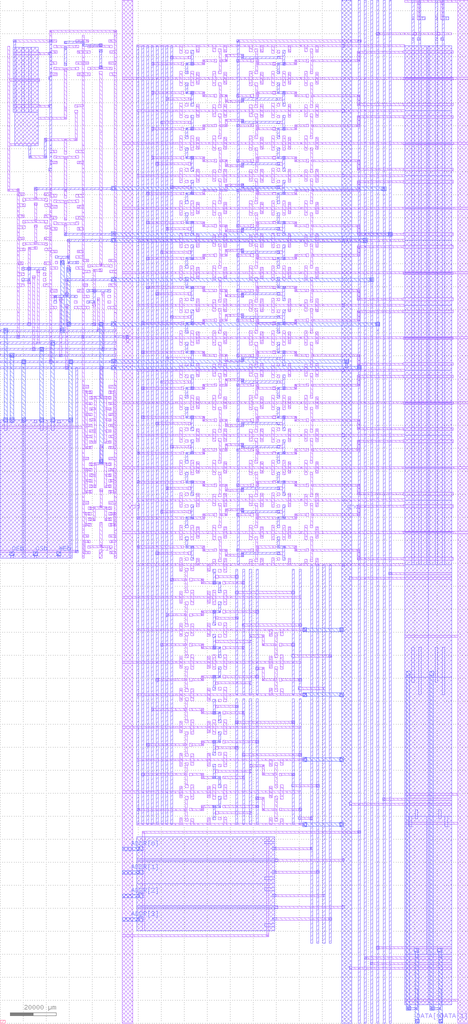
<source format=lef>
VERSION 5.4 ;
NAMESCASESENSITIVE ON ;
BUSBITCHARS "[]" ;
DIVIDERCHAR "/" ;
UNITS
  DATABASE MICRONS 1000 ;
END UNITS
SITE  MacroSite
   CLASS Core ;
   SIZE 2250.0 by 1200.0 ;
END  MacroSite
MACRO sram_2_16_1_scn3me_subm
   CLASS BLOCK ;
   SIZE 2250.0 BY 1200.0 ;
   SYMMETRY X Y R90 ;
   SITE MacroSite ;
   PIN DATA[0]
      DIRECTION INOUT ;
      PORT
         LAYER metal2 ;
         RECT  180300.0 0.0 181200.0 1800.0 ;
      END
   END DATA[0]
   PIN DATA[1]
      DIRECTION INOUT ;
      PORT
         LAYER metal2 ;
         RECT  190500.0 0.0 191400.0 1800.0 ;
      END
   END DATA[1]
   PIN ADDR[0]
      DIRECTION INPUT ;
      PORT
         LAYER metal3 ;
         RECT  53100.0 75000.0 60300.0 76500.0 ;
      END
   END ADDR[0]
   PIN ADDR[1]
      DIRECTION INPUT ;
      PORT
         LAYER metal3 ;
         RECT  53100.0 64800.0 60300.0 66300.0 ;
      END
   END ADDR[1]
   PIN ADDR[2]
      DIRECTION INPUT ;
      PORT
         LAYER metal3 ;
         RECT  53100.0 54600.0 60300.0 56100.0 ;
      END
   END ADDR[2]
   PIN ADDR[3]
      DIRECTION INPUT ;
      PORT
         LAYER metal3 ;
         RECT  53100.0 44400.0 60300.0 45900.0 ;
      END
   END ADDR[3]
   PIN CSb
      DIRECTION INPUT ;
      PORT
         LAYER metal3 ;
         RECT  14400.0 203100.0 16200.0 204900.0 ;
      END
   END CSb
   PIN WEb
      DIRECTION INPUT ;
      PORT
         LAYER metal3 ;
         RECT  24600.0 203100.0 26400.0 204900.0 ;
      END
   END WEb
   PIN OEb
      DIRECTION INPUT ;
      PORT
         LAYER metal3 ;
         RECT  4200.0 203100.0 6000.0 204900.0 ;
      END
   END OEb
   PIN clk
      DIRECTION INPUT ;
      PORT
         LAYER metal1 ;
         RECT  43050.0 202200.0 44250.0 205800.0 ;
      END
   END clk
   PIN vdd
      DIRECTION INOUT ;
      USE POWER ; 
      SHAPE ABUTMENT ; 
      PORT
         LAYER metal1 ;
         RECT  198900.0 0.0 203400.0 444600.0 ;
         LAYER metal1 ;
         RECT  53100.0 0.0 57600.0 444600.0 ;
      END
   END vdd
   PIN gnd
      DIRECTION INOUT ;
      USE GROUND ; 
      SHAPE ABUTMENT ; 
      PORT
         LAYER metal2 ;
         RECT  148350.0 0.0 152850.0 444600.0 ;
      END
   END gnd
   OBS
   LAYER  metal1 ;
      RECT  54900.0 295650.0 55800.0 298350.0 ;
      RECT  97800.0 205200.0 98700.0 206100.0 ;
      RECT  97800.0 202950.0 98700.0 203850.0 ;
      RECT  96450.0 205200.0 98250.0 206100.0 ;
      RECT  97800.0 203400.0 98700.0 205650.0 ;
      RECT  98250.0 202950.0 100200.0 203850.0 ;
      RECT  155250.0 205200.0 156150.0 206100.0 ;
      RECT  155250.0 201450.0 156150.0 202350.0 ;
      RECT  136350.0 205200.0 155700.0 206100.0 ;
      RECT  155250.0 201900.0 156150.0 205650.0 ;
      RECT  155700.0 201450.0 175200.0 202350.0 ;
      RECT  97800.0 220500.0 98700.0 221400.0 ;
      RECT  97800.0 222750.0 98700.0 223650.0 ;
      RECT  96450.0 220500.0 98250.0 221400.0 ;
      RECT  97800.0 220950.0 98700.0 223200.0 ;
      RECT  98250.0 222750.0 100200.0 223650.0 ;
      RECT  155250.0 220500.0 156150.0 221400.0 ;
      RECT  155250.0 224250.0 156150.0 225150.0 ;
      RECT  136350.0 220500.0 155700.0 221400.0 ;
      RECT  155250.0 220950.0 156150.0 224700.0 ;
      RECT  155700.0 224250.0 175200.0 225150.0 ;
      RECT  97800.0 233400.0 98700.0 234300.0 ;
      RECT  97800.0 231150.0 98700.0 232050.0 ;
      RECT  96450.0 233400.0 98250.0 234300.0 ;
      RECT  97800.0 231600.0 98700.0 233850.0 ;
      RECT  98250.0 231150.0 100200.0 232050.0 ;
      RECT  155250.0 233400.0 156150.0 234300.0 ;
      RECT  155250.0 229650.0 156150.0 230550.0 ;
      RECT  136350.0 233400.0 155700.0 234300.0 ;
      RECT  155250.0 230100.0 156150.0 233850.0 ;
      RECT  155700.0 229650.0 175200.0 230550.0 ;
      RECT  97800.0 248700.0 98700.0 249600.0 ;
      RECT  97800.0 250950.0 98700.0 251850.0 ;
      RECT  96450.0 248700.0 98250.0 249600.0 ;
      RECT  97800.0 249150.0 98700.0 251400.0 ;
      RECT  98250.0 250950.0 100200.0 251850.0 ;
      RECT  155250.0 248700.0 156150.0 249600.0 ;
      RECT  155250.0 252450.0 156150.0 253350.0 ;
      RECT  136350.0 248700.0 155700.0 249600.0 ;
      RECT  155250.0 249150.0 156150.0 252900.0 ;
      RECT  155700.0 252450.0 175200.0 253350.0 ;
      RECT  97800.0 261600.0 98700.0 262500.0 ;
      RECT  97800.0 259350.0 98700.0 260250.0 ;
      RECT  96450.0 261600.0 98250.0 262500.0 ;
      RECT  97800.0 259800.0 98700.0 262050.0 ;
      RECT  98250.0 259350.0 100200.0 260250.0 ;
      RECT  155250.0 261600.0 156150.0 262500.0 ;
      RECT  155250.0 257850.0 156150.0 258750.0 ;
      RECT  136350.0 261600.0 155700.0 262500.0 ;
      RECT  155250.0 258300.0 156150.0 262050.0 ;
      RECT  155700.0 257850.0 175200.0 258750.0 ;
      RECT  97800.0 276900.0 98700.0 277800.0 ;
      RECT  97800.0 279150.0 98700.0 280050.0 ;
      RECT  96450.0 276900.0 98250.0 277800.0 ;
      RECT  97800.0 277350.0 98700.0 279600.0 ;
      RECT  98250.0 279150.0 100200.0 280050.0 ;
      RECT  155250.0 276900.0 156150.0 277800.0 ;
      RECT  155250.0 280650.0 156150.0 281550.0 ;
      RECT  136350.0 276900.0 155700.0 277800.0 ;
      RECT  155250.0 277350.0 156150.0 281100.0 ;
      RECT  155700.0 280650.0 175200.0 281550.0 ;
      RECT  97800.0 289800.0 98700.0 290700.0 ;
      RECT  97800.0 287550.0 98700.0 288450.0 ;
      RECT  96450.0 289800.0 98250.0 290700.0 ;
      RECT  97800.0 288000.0 98700.0 290250.0 ;
      RECT  98250.0 287550.0 100200.0 288450.0 ;
      RECT  155250.0 289800.0 156150.0 290700.0 ;
      RECT  155250.0 286050.0 156150.0 286950.0 ;
      RECT  136350.0 289800.0 155700.0 290700.0 ;
      RECT  155250.0 286500.0 156150.0 290250.0 ;
      RECT  155700.0 286050.0 175200.0 286950.0 ;
      RECT  97800.0 305100.0 98700.0 306000.0 ;
      RECT  97800.0 307350.0 98700.0 308250.0 ;
      RECT  96450.0 305100.0 98250.0 306000.0 ;
      RECT  97800.0 305550.0 98700.0 307800.0 ;
      RECT  98250.0 307350.0 100200.0 308250.0 ;
      RECT  155250.0 305100.0 156150.0 306000.0 ;
      RECT  155250.0 308850.0 156150.0 309750.0 ;
      RECT  136350.0 305100.0 155700.0 306000.0 ;
      RECT  155250.0 305550.0 156150.0 309300.0 ;
      RECT  155700.0 308850.0 175200.0 309750.0 ;
      RECT  97800.0 318000.0 98700.0 318900.0 ;
      RECT  97800.0 315750.0 98700.0 316650.0 ;
      RECT  96450.0 318000.0 98250.0 318900.0 ;
      RECT  97800.0 316200.0 98700.0 318450.0 ;
      RECT  98250.0 315750.0 100200.0 316650.0 ;
      RECT  155250.0 318000.0 156150.0 318900.0 ;
      RECT  155250.0 314250.0 156150.0 315150.0 ;
      RECT  136350.0 318000.0 155700.0 318900.0 ;
      RECT  155250.0 314700.0 156150.0 318450.0 ;
      RECT  155700.0 314250.0 175200.0 315150.0 ;
      RECT  97800.0 333300.0 98700.0 334200.0 ;
      RECT  97800.0 335550.0 98700.0 336450.0 ;
      RECT  96450.0 333300.0 98250.0 334200.0 ;
      RECT  97800.0 333750.0 98700.0 336000.0 ;
      RECT  98250.0 335550.0 100200.0 336450.0 ;
      RECT  155250.0 333300.0 156150.0 334200.0 ;
      RECT  155250.0 337050.0 156150.0 337950.0 ;
      RECT  136350.0 333300.0 155700.0 334200.0 ;
      RECT  155250.0 333750.0 156150.0 337500.0 ;
      RECT  155700.0 337050.0 175200.0 337950.0 ;
      RECT  97800.0 346200.0 98700.0 347100.0 ;
      RECT  97800.0 343950.0 98700.0 344850.0 ;
      RECT  96450.0 346200.0 98250.0 347100.0 ;
      RECT  97800.0 344400.0 98700.0 346650.0 ;
      RECT  98250.0 343950.0 100200.0 344850.0 ;
      RECT  155250.0 346200.0 156150.0 347100.0 ;
      RECT  155250.0 342450.0 156150.0 343350.0 ;
      RECT  136350.0 346200.0 155700.0 347100.0 ;
      RECT  155250.0 342900.0 156150.0 346650.0 ;
      RECT  155700.0 342450.0 175200.0 343350.0 ;
      RECT  97800.0 361500.0 98700.0 362400.0 ;
      RECT  97800.0 363750.0 98700.0 364650.0 ;
      RECT  96450.0 361500.0 98250.0 362400.0 ;
      RECT  97800.0 361950.0 98700.0 364200.0 ;
      RECT  98250.0 363750.0 100200.0 364650.0 ;
      RECT  155250.0 361500.0 156150.0 362400.0 ;
      RECT  155250.0 365250.0 156150.0 366150.0 ;
      RECT  136350.0 361500.0 155700.0 362400.0 ;
      RECT  155250.0 361950.0 156150.0 365700.0 ;
      RECT  155700.0 365250.0 175200.0 366150.0 ;
      RECT  97800.0 374400.0 98700.0 375300.0 ;
      RECT  97800.0 372150.0 98700.0 373050.0 ;
      RECT  96450.0 374400.0 98250.0 375300.0 ;
      RECT  97800.0 372600.0 98700.0 374850.0 ;
      RECT  98250.0 372150.0 100200.0 373050.0 ;
      RECT  155250.0 374400.0 156150.0 375300.0 ;
      RECT  155250.0 370650.0 156150.0 371550.0 ;
      RECT  136350.0 374400.0 155700.0 375300.0 ;
      RECT  155250.0 371100.0 156150.0 374850.0 ;
      RECT  155700.0 370650.0 175200.0 371550.0 ;
      RECT  97800.0 389700.0 98700.0 390600.0 ;
      RECT  97800.0 391950.0 98700.0 392850.0 ;
      RECT  96450.0 389700.0 98250.0 390600.0 ;
      RECT  97800.0 390150.0 98700.0 392400.0 ;
      RECT  98250.0 391950.0 100200.0 392850.0 ;
      RECT  155250.0 389700.0 156150.0 390600.0 ;
      RECT  155250.0 393450.0 156150.0 394350.0 ;
      RECT  136350.0 389700.0 155700.0 390600.0 ;
      RECT  155250.0 390150.0 156150.0 393900.0 ;
      RECT  155700.0 393450.0 175200.0 394350.0 ;
      RECT  97800.0 402600.0 98700.0 403500.0 ;
      RECT  97800.0 400350.0 98700.0 401250.0 ;
      RECT  96450.0 402600.0 98250.0 403500.0 ;
      RECT  97800.0 400800.0 98700.0 403050.0 ;
      RECT  98250.0 400350.0 100200.0 401250.0 ;
      RECT  155250.0 402600.0 156150.0 403500.0 ;
      RECT  155250.0 398850.0 156150.0 399750.0 ;
      RECT  136350.0 402600.0 155700.0 403500.0 ;
      RECT  155250.0 399300.0 156150.0 403050.0 ;
      RECT  155700.0 398850.0 175200.0 399750.0 ;
      RECT  97800.0 417900.0 98700.0 418800.0 ;
      RECT  97800.0 420150.0 98700.0 421050.0 ;
      RECT  96450.0 417900.0 98250.0 418800.0 ;
      RECT  97800.0 418350.0 98700.0 420600.0 ;
      RECT  98250.0 420150.0 100200.0 421050.0 ;
      RECT  155250.0 417900.0 156150.0 418800.0 ;
      RECT  155250.0 421650.0 156150.0 422550.0 ;
      RECT  136350.0 417900.0 155700.0 418800.0 ;
      RECT  155250.0 418350.0 156150.0 422100.0 ;
      RECT  155700.0 421650.0 175200.0 422550.0 ;
      RECT  106500.0 198750.0 175800.0 199650.0 ;
      RECT  106500.0 226950.0 175800.0 227850.0 ;
      RECT  106500.0 255150.0 175800.0 256050.0 ;
      RECT  106500.0 283350.0 175800.0 284250.0 ;
      RECT  106500.0 311550.0 175800.0 312450.0 ;
      RECT  106500.0 339750.0 175800.0 340650.0 ;
      RECT  106500.0 367950.0 175800.0 368850.0 ;
      RECT  106500.0 396150.0 175800.0 397050.0 ;
      RECT  106500.0 424350.0 175800.0 425250.0 ;
      RECT  53100.0 212850.0 203400.0 213750.0 ;
      RECT  53100.0 241050.0 203400.0 241950.0 ;
      RECT  53100.0 269250.0 203400.0 270150.0 ;
      RECT  53100.0 297450.0 203400.0 298350.0 ;
      RECT  53100.0 325650.0 203400.0 326550.0 ;
      RECT  53100.0 353850.0 203400.0 354750.0 ;
      RECT  53100.0 382050.0 203400.0 382950.0 ;
      RECT  53100.0 410250.0 203400.0 411150.0 ;
      RECT  130800.0 88650.0 135300.0 89550.0 ;
      RECT  127800.0 102750.0 138000.0 103650.0 ;
      RECT  130800.0 145050.0 140700.0 145950.0 ;
      RECT  127800.0 159150.0 143400.0 160050.0 ;
      RECT  130800.0 85950.0 132300.0 86850.0 ;
      RECT  130800.0 114150.0 132300.0 115050.0 ;
      RECT  130800.0 142350.0 132300.0 143250.0 ;
      RECT  130800.0 170550.0 132300.0 171450.0 ;
      RECT  53100.0 100050.0 130800.0 100950.0 ;
      RECT  53100.0 128250.0 130800.0 129150.0 ;
      RECT  53100.0 156450.0 130800.0 157350.0 ;
      RECT  53100.0 184650.0 130800.0 185550.0 ;
      RECT  119400.0 75450.0 135300.0 76350.0 ;
      RECT  119400.0 65250.0 138000.0 66150.0 ;
      RECT  119400.0 55050.0 140700.0 55950.0 ;
      RECT  119400.0 44850.0 143400.0 45750.0 ;
      RECT  119400.0 70350.0 149550.0 71250.0 ;
      RECT  119400.0 49950.0 149550.0 50850.0 ;
      RECT  115800.0 37650.0 116700.0 38550.0 ;
      RECT  115800.0 38100.0 116700.0 40200.0 ;
      RECT  53100.0 37650.0 116250.0 38550.0 ;
      RECT  164100.0 32400.0 175800.0 33300.0 ;
      RECT  158700.0 27900.0 175800.0 28800.0 ;
      RECT  161400.0 25500.0 175800.0 26400.0 ;
      RECT  164100.0 429600.0 175800.0 430500.0 ;
      RECT  166800.0 96900.0 175800.0 97800.0 ;
      RECT  169500.0 195000.0 175800.0 195900.0 ;
      RECT  61800.0 82650.0 62700.0 83550.0 ;
      RECT  61800.0 81000.0 62700.0 83100.0 ;
      RECT  62250.0 82650.0 156000.0 83550.0 ;
      RECT  103350.0 426450.0 156900.0 427350.0 ;
      RECT  175800.0 443700.0 198900.0 444600.0 ;
      RECT  175800.0 167700.0 198900.0 168600.0 ;
      RECT  175800.0 99000.0 198900.0 99900.0 ;
      RECT  175800.0 86400.0 198900.0 87300.0 ;
      RECT  175800.0 9600.0 198900.0 10500.0 ;
      RECT  152850.0 23400.0 175800.0 24300.0 ;
      RECT  152850.0 192900.0 175800.0 193800.0 ;
      RECT  152850.0 94800.0 175800.0 95700.0 ;
      RECT  175800.0 199200.0 186000.0 213300.0 ;
      RECT  175800.0 227400.0 186000.0 213300.0 ;
      RECT  175800.0 227400.0 186000.0 241500.0 ;
      RECT  175800.0 255600.0 186000.0 241500.0 ;
      RECT  175800.0 255600.0 186000.0 269700.0 ;
      RECT  175800.0 283800.0 186000.0 269700.0 ;
      RECT  175800.0 283800.0 186000.0 297900.0 ;
      RECT  175800.0 312000.0 186000.0 297900.0 ;
      RECT  175800.0 312000.0 186000.0 326100.0 ;
      RECT  175800.0 340200.0 186000.0 326100.0 ;
      RECT  175800.0 340200.0 186000.0 354300.0 ;
      RECT  175800.0 368400.0 186000.0 354300.0 ;
      RECT  175800.0 368400.0 186000.0 382500.0 ;
      RECT  175800.0 396600.0 186000.0 382500.0 ;
      RECT  175800.0 396600.0 186000.0 410700.0 ;
      RECT  175800.0 424800.0 186000.0 410700.0 ;
      RECT  186000.0 199200.0 196200.0 213300.0 ;
      RECT  186000.0 227400.0 196200.0 213300.0 ;
      RECT  186000.0 227400.0 196200.0 241500.0 ;
      RECT  186000.0 255600.0 196200.0 241500.0 ;
      RECT  186000.0 255600.0 196200.0 269700.0 ;
      RECT  186000.0 283800.0 196200.0 269700.0 ;
      RECT  186000.0 283800.0 196200.0 297900.0 ;
      RECT  186000.0 312000.0 196200.0 297900.0 ;
      RECT  186000.0 312000.0 196200.0 326100.0 ;
      RECT  186000.0 340200.0 196200.0 326100.0 ;
      RECT  186000.0 340200.0 196200.0 354300.0 ;
      RECT  186000.0 368400.0 196200.0 354300.0 ;
      RECT  186000.0 368400.0 196200.0 382500.0 ;
      RECT  186000.0 396600.0 196200.0 382500.0 ;
      RECT  186000.0 396600.0 196200.0 410700.0 ;
      RECT  186000.0 424800.0 196200.0 410700.0 ;
      RECT  175200.0 201300.0 196800.0 202500.0 ;
      RECT  175200.0 224100.0 196800.0 225300.0 ;
      RECT  175200.0 229500.0 196800.0 230700.0 ;
      RECT  175200.0 252300.0 196800.0 253500.0 ;
      RECT  175200.0 257700.0 196800.0 258900.0 ;
      RECT  175200.0 280500.0 196800.0 281700.0 ;
      RECT  175200.0 285900.0 196800.0 287100.0 ;
      RECT  175200.0 308700.0 196800.0 309900.0 ;
      RECT  175200.0 314100.0 196800.0 315300.0 ;
      RECT  175200.0 336900.0 196800.0 338100.0 ;
      RECT  175200.0 342300.0 196800.0 343500.0 ;
      RECT  175200.0 365100.0 196800.0 366300.0 ;
      RECT  175200.0 370500.0 196800.0 371700.0 ;
      RECT  175200.0 393300.0 196800.0 394500.0 ;
      RECT  175200.0 398700.0 196800.0 399900.0 ;
      RECT  175200.0 421500.0 196800.0 422700.0 ;
      RECT  175200.0 212700.0 196800.0 213600.0 ;
      RECT  175200.0 240900.0 196800.0 241800.0 ;
      RECT  175200.0 269100.0 196800.0 270000.0 ;
      RECT  175200.0 297300.0 196800.0 298200.0 ;
      RECT  175200.0 325500.0 196800.0 326400.0 ;
      RECT  175200.0 353700.0 196800.0 354600.0 ;
      RECT  175200.0 381900.0 196800.0 382800.0 ;
      RECT  175200.0 410100.0 196800.0 411000.0 ;
      RECT  181200.0 436200.0 182400.0 444600.0 ;
      RECT  178800.0 427200.0 180000.0 428400.0 ;
      RECT  181200.0 427200.0 182400.0 428400.0 ;
      RECT  181200.0 427200.0 182400.0 428400.0 ;
      RECT  178800.0 427200.0 180000.0 428400.0 ;
      RECT  178800.0 436200.0 180000.0 437400.0 ;
      RECT  181200.0 436200.0 182400.0 437400.0 ;
      RECT  181200.0 436200.0 182400.0 437400.0 ;
      RECT  178800.0 436200.0 180000.0 437400.0 ;
      RECT  181200.0 436200.0 182400.0 437400.0 ;
      RECT  183600.0 436200.0 184800.0 437400.0 ;
      RECT  183600.0 436200.0 184800.0 437400.0 ;
      RECT  181200.0 436200.0 182400.0 437400.0 ;
      RECT  180900.0 429450.0 179700.0 430650.0 ;
      RECT  181200.0 442800.0 182400.0 444000.0 ;
      RECT  178800.0 427200.0 180000.0 428400.0 ;
      RECT  181200.0 427200.0 182400.0 428400.0 ;
      RECT  178800.0 436200.0 180000.0 437400.0 ;
      RECT  183600.0 436200.0 184800.0 437400.0 ;
      RECT  175800.0 429600.0 186000.0 430500.0 ;
      RECT  175800.0 443700.0 186000.0 444600.0 ;
      RECT  191400.0 436200.0 192600.0 444600.0 ;
      RECT  189000.0 427200.0 190200.0 428400.0 ;
      RECT  191400.0 427200.0 192600.0 428400.0 ;
      RECT  191400.0 427200.0 192600.0 428400.0 ;
      RECT  189000.0 427200.0 190200.0 428400.0 ;
      RECT  189000.0 436200.0 190200.0 437400.0 ;
      RECT  191400.0 436200.0 192600.0 437400.0 ;
      RECT  191400.0 436200.0 192600.0 437400.0 ;
      RECT  189000.0 436200.0 190200.0 437400.0 ;
      RECT  191400.0 436200.0 192600.0 437400.0 ;
      RECT  193800.0 436200.0 195000.0 437400.0 ;
      RECT  193800.0 436200.0 195000.0 437400.0 ;
      RECT  191400.0 436200.0 192600.0 437400.0 ;
      RECT  191100.0 429450.0 189900.0 430650.0 ;
      RECT  191400.0 442800.0 192600.0 444000.0 ;
      RECT  189000.0 427200.0 190200.0 428400.0 ;
      RECT  191400.0 427200.0 192600.0 428400.0 ;
      RECT  189000.0 436200.0 190200.0 437400.0 ;
      RECT  193800.0 436200.0 195000.0 437400.0 ;
      RECT  186000.0 429600.0 196200.0 430500.0 ;
      RECT  186000.0 443700.0 196200.0 444600.0 ;
      RECT  175800.0 429600.0 196200.0 430500.0 ;
      RECT  175800.0 443700.0 196200.0 444600.0 ;
      RECT  175800.0 150300.0 186000.0 199200.0 ;
      RECT  186000.0 150300.0 196200.0 199200.0 ;
      RECT  175800.0 195000.0 196200.0 195900.0 ;
      RECT  175800.0 167700.0 196200.0 168600.0 ;
      RECT  175800.0 192900.0 196200.0 193800.0 ;
      RECT  175800.0 90000.0 186000.0 150300.0 ;
      RECT  186000.0 90000.0 196200.0 150300.0 ;
      RECT  175800.0 96900.0 196200.0 97800.0 ;
      RECT  175800.0 99000.0 196200.0 99900.0 ;
      RECT  175800.0 94800.0 196200.0 95700.0 ;
      RECT  175800.0 30000.0 186000.0 90000.0 ;
      RECT  196200.0 30000.0 186000.0 90000.0 ;
      RECT  175800.0 32400.0 196200.0 33300.0 ;
      RECT  175800.0 86400.0 196200.0 87300.0 ;
      RECT  175800.0 30000.0 186000.0 8100.0 ;
      RECT  186000.0 30000.0 196200.0 8100.0 ;
      RECT  175800.0 26400.0 196200.0 25500.0 ;
      RECT  175800.0 28800.0 196200.0 27900.0 ;
      RECT  175800.0 10500.0 196200.0 9600.0 ;
      RECT  175800.0 24300.0 196200.0 23400.0 ;
      RECT  88050.0 206550.0 88950.0 207450.0 ;
      RECT  88050.0 205200.0 88950.0 206100.0 ;
      RECT  84000.0 206550.0 88500.0 207450.0 ;
      RECT  88050.0 205650.0 88950.0 207000.0 ;
      RECT  88500.0 205200.0 93000.0 206100.0 ;
      RECT  88050.0 219150.0 88950.0 220050.0 ;
      RECT  88050.0 220500.0 88950.0 221400.0 ;
      RECT  84000.0 219150.0 88500.0 220050.0 ;
      RECT  88050.0 219600.0 88950.0 220950.0 ;
      RECT  88500.0 220500.0 93000.0 221400.0 ;
      RECT  88050.0 234750.0 88950.0 235650.0 ;
      RECT  88050.0 233400.0 88950.0 234300.0 ;
      RECT  84000.0 234750.0 88500.0 235650.0 ;
      RECT  88050.0 233850.0 88950.0 235200.0 ;
      RECT  88500.0 233400.0 93000.0 234300.0 ;
      RECT  88050.0 247350.0 88950.0 248250.0 ;
      RECT  88050.0 248700.0 88950.0 249600.0 ;
      RECT  84000.0 247350.0 88500.0 248250.0 ;
      RECT  88050.0 247800.0 88950.0 249150.0 ;
      RECT  88500.0 248700.0 93000.0 249600.0 ;
      RECT  88050.0 262950.0 88950.0 263850.0 ;
      RECT  88050.0 261600.0 88950.0 262500.0 ;
      RECT  84000.0 262950.0 88500.0 263850.0 ;
      RECT  88050.0 262050.0 88950.0 263400.0 ;
      RECT  88500.0 261600.0 93000.0 262500.0 ;
      RECT  88050.0 275550.0 88950.0 276450.0 ;
      RECT  88050.0 276900.0 88950.0 277800.0 ;
      RECT  84000.0 275550.0 88500.0 276450.0 ;
      RECT  88050.0 276000.0 88950.0 277350.0 ;
      RECT  88500.0 276900.0 93000.0 277800.0 ;
      RECT  88050.0 291150.0 88950.0 292050.0 ;
      RECT  88050.0 289800.0 88950.0 290700.0 ;
      RECT  84000.0 291150.0 88500.0 292050.0 ;
      RECT  88050.0 290250.0 88950.0 291600.0 ;
      RECT  88500.0 289800.0 93000.0 290700.0 ;
      RECT  88050.0 303750.0 88950.0 304650.0 ;
      RECT  88050.0 305100.0 88950.0 306000.0 ;
      RECT  84000.0 303750.0 88500.0 304650.0 ;
      RECT  88050.0 304200.0 88950.0 305550.0 ;
      RECT  88500.0 305100.0 93000.0 306000.0 ;
      RECT  88050.0 319350.0 88950.0 320250.0 ;
      RECT  88050.0 318000.0 88950.0 318900.0 ;
      RECT  84000.0 319350.0 88500.0 320250.0 ;
      RECT  88050.0 318450.0 88950.0 319800.0 ;
      RECT  88500.0 318000.0 93000.0 318900.0 ;
      RECT  88050.0 331950.0 88950.0 332850.0 ;
      RECT  88050.0 333300.0 88950.0 334200.0 ;
      RECT  84000.0 331950.0 88500.0 332850.0 ;
      RECT  88050.0 332400.0 88950.0 333750.0 ;
      RECT  88500.0 333300.0 93000.0 334200.0 ;
      RECT  88050.0 347550.0 88950.0 348450.0 ;
      RECT  88050.0 346200.0 88950.0 347100.0 ;
      RECT  84000.0 347550.0 88500.0 348450.0 ;
      RECT  88050.0 346650.0 88950.0 348000.0 ;
      RECT  88500.0 346200.0 93000.0 347100.0 ;
      RECT  88050.0 360150.0 88950.0 361050.0 ;
      RECT  88050.0 361500.0 88950.0 362400.0 ;
      RECT  84000.0 360150.0 88500.0 361050.0 ;
      RECT  88050.0 360600.0 88950.0 361950.0 ;
      RECT  88500.0 361500.0 93000.0 362400.0 ;
      RECT  88050.0 375750.0 88950.0 376650.0 ;
      RECT  88050.0 374400.0 88950.0 375300.0 ;
      RECT  84000.0 375750.0 88500.0 376650.0 ;
      RECT  88050.0 374850.0 88950.0 376200.0 ;
      RECT  88500.0 374400.0 93000.0 375300.0 ;
      RECT  88050.0 388350.0 88950.0 389250.0 ;
      RECT  88050.0 389700.0 88950.0 390600.0 ;
      RECT  84000.0 388350.0 88500.0 389250.0 ;
      RECT  88050.0 388800.0 88950.0 390150.0 ;
      RECT  88500.0 389700.0 93000.0 390600.0 ;
      RECT  88050.0 403950.0 88950.0 404850.0 ;
      RECT  88050.0 402600.0 88950.0 403500.0 ;
      RECT  84000.0 403950.0 88500.0 404850.0 ;
      RECT  88050.0 403050.0 88950.0 404400.0 ;
      RECT  88500.0 402600.0 93000.0 403500.0 ;
      RECT  88050.0 416550.0 88950.0 417450.0 ;
      RECT  88050.0 417900.0 88950.0 418800.0 ;
      RECT  84000.0 416550.0 88500.0 417450.0 ;
      RECT  88050.0 417000.0 88950.0 418350.0 ;
      RECT  88500.0 417900.0 93000.0 418800.0 ;
      RECT  59850.0 92400.0 76200.0 93300.0 ;
      RECT  61950.0 107700.0 76200.0 108600.0 ;
      RECT  64050.0 120600.0 76200.0 121500.0 ;
      RECT  66150.0 135900.0 76200.0 136800.0 ;
      RECT  68250.0 148800.0 76200.0 149700.0 ;
      RECT  70350.0 164100.0 76200.0 165000.0 ;
      RECT  72450.0 177000.0 76200.0 177900.0 ;
      RECT  74550.0 192300.0 76200.0 193200.0 ;
      RECT  59850.0 206550.0 78600.0 207450.0 ;
      RECT  68250.0 203850.0 81600.0 204750.0 ;
      RECT  59850.0 219150.0 78600.0 220050.0 ;
      RECT  70350.0 221850.0 81600.0 222750.0 ;
      RECT  59850.0 234750.0 78600.0 235650.0 ;
      RECT  72450.0 232050.0 81600.0 232950.0 ;
      RECT  59850.0 247350.0 78600.0 248250.0 ;
      RECT  74550.0 250050.0 81600.0 250950.0 ;
      RECT  61950.0 262950.0 78600.0 263850.0 ;
      RECT  68250.0 260250.0 81600.0 261150.0 ;
      RECT  61950.0 275550.0 78600.0 276450.0 ;
      RECT  70350.0 278250.0 81600.0 279150.0 ;
      RECT  61950.0 291150.0 78600.0 292050.0 ;
      RECT  72450.0 288450.0 81600.0 289350.0 ;
      RECT  61950.0 303750.0 78600.0 304650.0 ;
      RECT  74550.0 306450.0 81600.0 307350.0 ;
      RECT  64050.0 319350.0 78600.0 320250.0 ;
      RECT  68250.0 316650.0 81600.0 317550.0 ;
      RECT  64050.0 331950.0 78600.0 332850.0 ;
      RECT  70350.0 334650.0 81600.0 335550.0 ;
      RECT  64050.0 347550.0 78600.0 348450.0 ;
      RECT  72450.0 344850.0 81600.0 345750.0 ;
      RECT  64050.0 360150.0 78600.0 361050.0 ;
      RECT  74550.0 362850.0 81600.0 363750.0 ;
      RECT  66150.0 375750.0 78600.0 376650.0 ;
      RECT  68250.0 373050.0 81600.0 373950.0 ;
      RECT  66150.0 388350.0 78600.0 389250.0 ;
      RECT  70350.0 391050.0 81600.0 391950.0 ;
      RECT  66150.0 403950.0 78600.0 404850.0 ;
      RECT  72450.0 401250.0 81600.0 402150.0 ;
      RECT  66150.0 416550.0 78600.0 417450.0 ;
      RECT  74550.0 419250.0 81600.0 420150.0 ;
      RECT  114750.0 92400.0 113850.0 93300.0 ;
      RECT  114750.0 97350.0 113850.0 98250.0 ;
      RECT  118950.0 92400.0 114300.0 93300.0 ;
      RECT  114750.0 92850.0 113850.0 97800.0 ;
      RECT  114300.0 97350.0 111750.0 98250.0 ;
      RECT  130350.0 92400.0 122400.0 93300.0 ;
      RECT  114750.0 107700.0 113850.0 108600.0 ;
      RECT  114750.0 111450.0 113850.0 112350.0 ;
      RECT  118950.0 107700.0 114300.0 108600.0 ;
      RECT  114750.0 108150.0 113850.0 111900.0 ;
      RECT  114300.0 111450.0 108750.0 112350.0 ;
      RECT  127350.0 107700.0 122400.0 108600.0 ;
      RECT  130350.0 116250.0 105750.0 117150.0 ;
      RECT  127350.0 130350.0 102750.0 131250.0 ;
      RECT  111750.0 93750.0 97800.0 94650.0 ;
      RECT  108750.0 91050.0 94800.0 91950.0 ;
      RECT  105750.0 106350.0 97800.0 107250.0 ;
      RECT  108750.0 109050.0 94800.0 109950.0 ;
      RECT  111750.0 121950.0 97800.0 122850.0 ;
      RECT  102750.0 119250.0 94800.0 120150.0 ;
      RECT  105750.0 134550.0 97800.0 135450.0 ;
      RECT  102750.0 137250.0 94800.0 138150.0 ;
      RECT  88350.0 93750.0 87450.0 94650.0 ;
      RECT  88350.0 92400.0 87450.0 93300.0 ;
      RECT  92400.0 93750.0 87900.0 94650.0 ;
      RECT  88350.0 92850.0 87450.0 94200.0 ;
      RECT  87900.0 92400.0 83400.0 93300.0 ;
      RECT  88350.0 106350.0 87450.0 107250.0 ;
      RECT  88350.0 107700.0 87450.0 108600.0 ;
      RECT  92400.0 106350.0 87900.0 107250.0 ;
      RECT  88350.0 106800.0 87450.0 108150.0 ;
      RECT  87900.0 107700.0 83400.0 108600.0 ;
      RECT  88350.0 121950.0 87450.0 122850.0 ;
      RECT  88350.0 120600.0 87450.0 121500.0 ;
      RECT  92400.0 121950.0 87900.0 122850.0 ;
      RECT  88350.0 121050.0 87450.0 122400.0 ;
      RECT  87900.0 120600.0 83400.0 121500.0 ;
      RECT  88350.0 134550.0 87450.0 135450.0 ;
      RECT  88350.0 135900.0 87450.0 136800.0 ;
      RECT  92400.0 134550.0 87900.0 135450.0 ;
      RECT  88350.0 135000.0 87450.0 136350.0 ;
      RECT  87900.0 135900.0 83400.0 136800.0 ;
      RECT  118200.0 98550.0 117000.0 100500.0 ;
      RECT  118200.0 86400.0 117000.0 88650.0 ;
      RECT  123000.0 87750.0 121800.0 85950.0 ;
      RECT  123000.0 97350.0 121800.0 100950.0 ;
      RECT  120300.0 88950.0 119400.0 97350.0 ;
      RECT  123000.0 97350.0 121800.0 98550.0 ;
      RECT  120600.0 97350.0 119400.0 98550.0 ;
      RECT  120600.0 97350.0 119400.0 98550.0 ;
      RECT  123000.0 97350.0 121800.0 98550.0 ;
      RECT  123000.0 87750.0 121800.0 88950.0 ;
      RECT  120600.0 87750.0 119400.0 88950.0 ;
      RECT  120600.0 87750.0 119400.0 88950.0 ;
      RECT  123000.0 87750.0 121800.0 88950.0 ;
      RECT  118200.0 97950.0 117000.0 99150.0 ;
      RECT  118200.0 88050.0 117000.0 89250.0 ;
      RECT  122400.0 92250.0 121200.0 93450.0 ;
      RECT  122400.0 92250.0 121200.0 93450.0 ;
      RECT  119850.0 92400.0 118950.0 93300.0 ;
      RECT  124800.0 100050.0 115200.0 100950.0 ;
      RECT  124800.0 85950.0 115200.0 86850.0 ;
      RECT  118200.0 102450.0 117000.0 100500.0 ;
      RECT  118200.0 114600.0 117000.0 112350.0 ;
      RECT  123000.0 113250.0 121800.0 115050.0 ;
      RECT  123000.0 103650.0 121800.0 100050.0 ;
      RECT  120300.0 112050.0 119400.0 103650.0 ;
      RECT  123000.0 103650.0 121800.0 102450.0 ;
      RECT  120600.0 103650.0 119400.0 102450.0 ;
      RECT  120600.0 103650.0 119400.0 102450.0 ;
      RECT  123000.0 103650.0 121800.0 102450.0 ;
      RECT  123000.0 113250.0 121800.0 112050.0 ;
      RECT  120600.0 113250.0 119400.0 112050.0 ;
      RECT  120600.0 113250.0 119400.0 112050.0 ;
      RECT  123000.0 113250.0 121800.0 112050.0 ;
      RECT  118200.0 103050.0 117000.0 101850.0 ;
      RECT  118200.0 112950.0 117000.0 111750.0 ;
      RECT  122400.0 108750.0 121200.0 107550.0 ;
      RECT  122400.0 108750.0 121200.0 107550.0 ;
      RECT  119850.0 108600.0 118950.0 107700.0 ;
      RECT  124800.0 100950.0 115200.0 100050.0 ;
      RECT  124800.0 115050.0 115200.0 114150.0 ;
      RECT  79200.0 98550.0 78000.0 100500.0 ;
      RECT  79200.0 86400.0 78000.0 88650.0 ;
      RECT  84000.0 87750.0 82800.0 85950.0 ;
      RECT  84000.0 97350.0 82800.0 100950.0 ;
      RECT  81300.0 88950.0 80400.0 97350.0 ;
      RECT  84000.0 97350.0 82800.0 98550.0 ;
      RECT  81600.0 97350.0 80400.0 98550.0 ;
      RECT  81600.0 97350.0 80400.0 98550.0 ;
      RECT  84000.0 97350.0 82800.0 98550.0 ;
      RECT  84000.0 87750.0 82800.0 88950.0 ;
      RECT  81600.0 87750.0 80400.0 88950.0 ;
      RECT  81600.0 87750.0 80400.0 88950.0 ;
      RECT  84000.0 87750.0 82800.0 88950.0 ;
      RECT  79200.0 97950.0 78000.0 99150.0 ;
      RECT  79200.0 88050.0 78000.0 89250.0 ;
      RECT  83400.0 92250.0 82200.0 93450.0 ;
      RECT  83400.0 92250.0 82200.0 93450.0 ;
      RECT  80850.0 92400.0 79950.0 93300.0 ;
      RECT  85800.0 100050.0 76200.0 100950.0 ;
      RECT  85800.0 85950.0 76200.0 86850.0 ;
      RECT  79200.0 102450.0 78000.0 100500.0 ;
      RECT  79200.0 114600.0 78000.0 112350.0 ;
      RECT  84000.0 113250.0 82800.0 115050.0 ;
      RECT  84000.0 103650.0 82800.0 100050.0 ;
      RECT  81300.0 112050.0 80400.0 103650.0 ;
      RECT  84000.0 103650.0 82800.0 102450.0 ;
      RECT  81600.0 103650.0 80400.0 102450.0 ;
      RECT  81600.0 103650.0 80400.0 102450.0 ;
      RECT  84000.0 103650.0 82800.0 102450.0 ;
      RECT  84000.0 113250.0 82800.0 112050.0 ;
      RECT  81600.0 113250.0 80400.0 112050.0 ;
      RECT  81600.0 113250.0 80400.0 112050.0 ;
      RECT  84000.0 113250.0 82800.0 112050.0 ;
      RECT  79200.0 103050.0 78000.0 101850.0 ;
      RECT  79200.0 112950.0 78000.0 111750.0 ;
      RECT  83400.0 108750.0 82200.0 107550.0 ;
      RECT  83400.0 108750.0 82200.0 107550.0 ;
      RECT  80850.0 108600.0 79950.0 107700.0 ;
      RECT  85800.0 100950.0 76200.0 100050.0 ;
      RECT  85800.0 115050.0 76200.0 114150.0 ;
      RECT  79200.0 126750.0 78000.0 128700.0 ;
      RECT  79200.0 114600.0 78000.0 116850.0 ;
      RECT  84000.0 115950.0 82800.0 114150.0 ;
      RECT  84000.0 125550.0 82800.0 129150.0 ;
      RECT  81300.0 117150.0 80400.0 125550.0 ;
      RECT  84000.0 125550.0 82800.0 126750.0 ;
      RECT  81600.0 125550.0 80400.0 126750.0 ;
      RECT  81600.0 125550.0 80400.0 126750.0 ;
      RECT  84000.0 125550.0 82800.0 126750.0 ;
      RECT  84000.0 115950.0 82800.0 117150.0 ;
      RECT  81600.0 115950.0 80400.0 117150.0 ;
      RECT  81600.0 115950.0 80400.0 117150.0 ;
      RECT  84000.0 115950.0 82800.0 117150.0 ;
      RECT  79200.0 126150.0 78000.0 127350.0 ;
      RECT  79200.0 116250.0 78000.0 117450.0 ;
      RECT  83400.0 120450.0 82200.0 121650.0 ;
      RECT  83400.0 120450.0 82200.0 121650.0 ;
      RECT  80850.0 120600.0 79950.0 121500.0 ;
      RECT  85800.0 128250.0 76200.0 129150.0 ;
      RECT  85800.0 114150.0 76200.0 115050.0 ;
      RECT  79200.0 130650.0 78000.0 128700.0 ;
      RECT  79200.0 142800.0 78000.0 140550.0 ;
      RECT  84000.0 141450.0 82800.0 143250.0 ;
      RECT  84000.0 131850.0 82800.0 128250.0 ;
      RECT  81300.0 140250.0 80400.0 131850.0 ;
      RECT  84000.0 131850.0 82800.0 130650.0 ;
      RECT  81600.0 131850.0 80400.0 130650.0 ;
      RECT  81600.0 131850.0 80400.0 130650.0 ;
      RECT  84000.0 131850.0 82800.0 130650.0 ;
      RECT  84000.0 141450.0 82800.0 140250.0 ;
      RECT  81600.0 141450.0 80400.0 140250.0 ;
      RECT  81600.0 141450.0 80400.0 140250.0 ;
      RECT  84000.0 141450.0 82800.0 140250.0 ;
      RECT  79200.0 131250.0 78000.0 130050.0 ;
      RECT  79200.0 141150.0 78000.0 139950.0 ;
      RECT  83400.0 136950.0 82200.0 135750.0 ;
      RECT  83400.0 136950.0 82200.0 135750.0 ;
      RECT  80850.0 136800.0 79950.0 135900.0 ;
      RECT  85800.0 129150.0 76200.0 128250.0 ;
      RECT  85800.0 143250.0 76200.0 142350.0 ;
      RECT  98400.0 88350.0 97200.0 85950.0 ;
      RECT  98400.0 97350.0 97200.0 100950.0 ;
      RECT  93600.0 97350.0 92400.0 100950.0 ;
      RECT  91200.0 98550.0 90000.0 100500.0 ;
      RECT  91200.0 86400.0 90000.0 88650.0 ;
      RECT  98400.0 97350.0 97200.0 98550.0 ;
      RECT  96000.0 97350.0 94800.0 98550.0 ;
      RECT  96000.0 97350.0 94800.0 98550.0 ;
      RECT  98400.0 97350.0 97200.0 98550.0 ;
      RECT  96000.0 97350.0 94800.0 98550.0 ;
      RECT  93600.0 97350.0 92400.0 98550.0 ;
      RECT  93600.0 97350.0 92400.0 98550.0 ;
      RECT  96000.0 97350.0 94800.0 98550.0 ;
      RECT  98400.0 88350.0 97200.0 89550.0 ;
      RECT  96000.0 88350.0 94800.0 89550.0 ;
      RECT  96000.0 88350.0 94800.0 89550.0 ;
      RECT  98400.0 88350.0 97200.0 89550.0 ;
      RECT  96000.0 88350.0 94800.0 89550.0 ;
      RECT  93600.0 88350.0 92400.0 89550.0 ;
      RECT  93600.0 88350.0 92400.0 89550.0 ;
      RECT  96000.0 88350.0 94800.0 89550.0 ;
      RECT  91200.0 97950.0 90000.0 99150.0 ;
      RECT  91200.0 88050.0 90000.0 89250.0 ;
      RECT  93600.0 90900.0 94800.0 92100.0 ;
      RECT  96600.0 93600.0 97800.0 94800.0 ;
      RECT  96000.0 97350.0 94800.0 98550.0 ;
      RECT  93600.0 88350.0 92400.0 89550.0 ;
      RECT  92400.0 93600.0 93600.0 94800.0 ;
      RECT  97800.0 93600.0 96600.0 94800.0 ;
      RECT  94800.0 90900.0 93600.0 92100.0 ;
      RECT  93600.0 93600.0 92400.0 94800.0 ;
      RECT  100200.0 100050.0 85800.0 100950.0 ;
      RECT  100200.0 85950.0 85800.0 86850.0 ;
      RECT  98400.0 112650.0 97200.0 115050.0 ;
      RECT  98400.0 103650.0 97200.0 100050.0 ;
      RECT  93600.0 103650.0 92400.0 100050.0 ;
      RECT  91200.0 102450.0 90000.0 100500.0 ;
      RECT  91200.0 114600.0 90000.0 112350.0 ;
      RECT  98400.0 103650.0 97200.0 102450.0 ;
      RECT  96000.0 103650.0 94800.0 102450.0 ;
      RECT  96000.0 103650.0 94800.0 102450.0 ;
      RECT  98400.0 103650.0 97200.0 102450.0 ;
      RECT  96000.0 103650.0 94800.0 102450.0 ;
      RECT  93600.0 103650.0 92400.0 102450.0 ;
      RECT  93600.0 103650.0 92400.0 102450.0 ;
      RECT  96000.0 103650.0 94800.0 102450.0 ;
      RECT  98400.0 112650.0 97200.0 111450.0 ;
      RECT  96000.0 112650.0 94800.0 111450.0 ;
      RECT  96000.0 112650.0 94800.0 111450.0 ;
      RECT  98400.0 112650.0 97200.0 111450.0 ;
      RECT  96000.0 112650.0 94800.0 111450.0 ;
      RECT  93600.0 112650.0 92400.0 111450.0 ;
      RECT  93600.0 112650.0 92400.0 111450.0 ;
      RECT  96000.0 112650.0 94800.0 111450.0 ;
      RECT  91200.0 103050.0 90000.0 101850.0 ;
      RECT  91200.0 112950.0 90000.0 111750.0 ;
      RECT  93600.0 110100.0 94800.0 108900.0 ;
      RECT  96600.0 107400.0 97800.0 106200.0 ;
      RECT  96000.0 103650.0 94800.0 102450.0 ;
      RECT  93600.0 112650.0 92400.0 111450.0 ;
      RECT  92400.0 107400.0 93600.0 106200.0 ;
      RECT  97800.0 107400.0 96600.0 106200.0 ;
      RECT  94800.0 110100.0 93600.0 108900.0 ;
      RECT  93600.0 107400.0 92400.0 106200.0 ;
      RECT  100200.0 100950.0 85800.0 100050.0 ;
      RECT  100200.0 115050.0 85800.0 114150.0 ;
      RECT  98400.0 116550.0 97200.0 114150.0 ;
      RECT  98400.0 125550.0 97200.0 129150.0 ;
      RECT  93600.0 125550.0 92400.0 129150.0 ;
      RECT  91200.0 126750.0 90000.0 128700.0 ;
      RECT  91200.0 114600.0 90000.0 116850.0 ;
      RECT  98400.0 125550.0 97200.0 126750.0 ;
      RECT  96000.0 125550.0 94800.0 126750.0 ;
      RECT  96000.0 125550.0 94800.0 126750.0 ;
      RECT  98400.0 125550.0 97200.0 126750.0 ;
      RECT  96000.0 125550.0 94800.0 126750.0 ;
      RECT  93600.0 125550.0 92400.0 126750.0 ;
      RECT  93600.0 125550.0 92400.0 126750.0 ;
      RECT  96000.0 125550.0 94800.0 126750.0 ;
      RECT  98400.0 116550.0 97200.0 117750.0 ;
      RECT  96000.0 116550.0 94800.0 117750.0 ;
      RECT  96000.0 116550.0 94800.0 117750.0 ;
      RECT  98400.0 116550.0 97200.0 117750.0 ;
      RECT  96000.0 116550.0 94800.0 117750.0 ;
      RECT  93600.0 116550.0 92400.0 117750.0 ;
      RECT  93600.0 116550.0 92400.0 117750.0 ;
      RECT  96000.0 116550.0 94800.0 117750.0 ;
      RECT  91200.0 126150.0 90000.0 127350.0 ;
      RECT  91200.0 116250.0 90000.0 117450.0 ;
      RECT  93600.0 119100.0 94800.0 120300.0 ;
      RECT  96600.0 121800.0 97800.0 123000.0 ;
      RECT  96000.0 125550.0 94800.0 126750.0 ;
      RECT  93600.0 116550.0 92400.0 117750.0 ;
      RECT  92400.0 121800.0 93600.0 123000.0 ;
      RECT  97800.0 121800.0 96600.0 123000.0 ;
      RECT  94800.0 119100.0 93600.0 120300.0 ;
      RECT  93600.0 121800.0 92400.0 123000.0 ;
      RECT  100200.0 128250.0 85800.0 129150.0 ;
      RECT  100200.0 114150.0 85800.0 115050.0 ;
      RECT  98400.0 140850.0 97200.0 143250.0 ;
      RECT  98400.0 131850.0 97200.0 128250.0 ;
      RECT  93600.0 131850.0 92400.0 128250.0 ;
      RECT  91200.0 130650.0 90000.0 128700.0 ;
      RECT  91200.0 142800.0 90000.0 140550.0 ;
      RECT  98400.0 131850.0 97200.0 130650.0 ;
      RECT  96000.0 131850.0 94800.0 130650.0 ;
      RECT  96000.0 131850.0 94800.0 130650.0 ;
      RECT  98400.0 131850.0 97200.0 130650.0 ;
      RECT  96000.0 131850.0 94800.0 130650.0 ;
      RECT  93600.0 131850.0 92400.0 130650.0 ;
      RECT  93600.0 131850.0 92400.0 130650.0 ;
      RECT  96000.0 131850.0 94800.0 130650.0 ;
      RECT  98400.0 140850.0 97200.0 139650.0 ;
      RECT  96000.0 140850.0 94800.0 139650.0 ;
      RECT  96000.0 140850.0 94800.0 139650.0 ;
      RECT  98400.0 140850.0 97200.0 139650.0 ;
      RECT  96000.0 140850.0 94800.0 139650.0 ;
      RECT  93600.0 140850.0 92400.0 139650.0 ;
      RECT  93600.0 140850.0 92400.0 139650.0 ;
      RECT  96000.0 140850.0 94800.0 139650.0 ;
      RECT  91200.0 131250.0 90000.0 130050.0 ;
      RECT  91200.0 141150.0 90000.0 139950.0 ;
      RECT  93600.0 138300.0 94800.0 137100.0 ;
      RECT  96600.0 135600.0 97800.0 134400.0 ;
      RECT  96000.0 131850.0 94800.0 130650.0 ;
      RECT  93600.0 140850.0 92400.0 139650.0 ;
      RECT  92400.0 135600.0 93600.0 134400.0 ;
      RECT  97800.0 135600.0 96600.0 134400.0 ;
      RECT  94800.0 138300.0 93600.0 137100.0 ;
      RECT  93600.0 135600.0 92400.0 134400.0 ;
      RECT  100200.0 129150.0 85800.0 128250.0 ;
      RECT  100200.0 143250.0 85800.0 142350.0 ;
      RECT  111150.0 97200.0 112350.0 98400.0 ;
      RECT  129750.0 92250.0 130950.0 93450.0 ;
      RECT  108150.0 111300.0 109350.0 112500.0 ;
      RECT  126750.0 107550.0 127950.0 108750.0 ;
      RECT  129750.0 116100.0 130950.0 117300.0 ;
      RECT  105150.0 116100.0 106350.0 117300.0 ;
      RECT  126750.0 130200.0 127950.0 131400.0 ;
      RECT  102150.0 130200.0 103350.0 131400.0 ;
      RECT  111150.0 93600.0 112350.0 94800.0 ;
      RECT  108150.0 90900.0 109350.0 92100.0 ;
      RECT  105150.0 106200.0 106350.0 107400.0 ;
      RECT  108150.0 108900.0 109350.0 110100.0 ;
      RECT  111150.0 121800.0 112350.0 123000.0 ;
      RECT  102150.0 119100.0 103350.0 120300.0 ;
      RECT  105150.0 134400.0 106350.0 135600.0 ;
      RECT  102150.0 137100.0 103350.0 138300.0 ;
      RECT  79950.0 92400.0 76200.0 93300.0 ;
      RECT  79950.0 107700.0 76200.0 108600.0 ;
      RECT  79950.0 120600.0 76200.0 121500.0 ;
      RECT  79950.0 135900.0 76200.0 136800.0 ;
      RECT  130800.0 100050.0 76200.0 100950.0 ;
      RECT  130800.0 128250.0 76200.0 129150.0 ;
      RECT  130800.0 85950.0 76200.0 86850.0 ;
      RECT  130800.0 114150.0 76200.0 115050.0 ;
      RECT  130800.0 142350.0 76200.0 143250.0 ;
      RECT  114750.0 148800.0 113850.0 149700.0 ;
      RECT  114750.0 153750.0 113850.0 154650.0 ;
      RECT  118950.0 148800.0 114300.0 149700.0 ;
      RECT  114750.0 149250.0 113850.0 154200.0 ;
      RECT  114300.0 153750.0 111750.0 154650.0 ;
      RECT  130350.0 148800.0 122400.0 149700.0 ;
      RECT  114750.0 164100.0 113850.0 165000.0 ;
      RECT  114750.0 167850.0 113850.0 168750.0 ;
      RECT  118950.0 164100.0 114300.0 165000.0 ;
      RECT  114750.0 164550.0 113850.0 168300.0 ;
      RECT  114300.0 167850.0 108750.0 168750.0 ;
      RECT  127350.0 164100.0 122400.0 165000.0 ;
      RECT  130350.0 172650.0 105750.0 173550.0 ;
      RECT  127350.0 186750.0 102750.0 187650.0 ;
      RECT  111750.0 150150.0 97800.0 151050.0 ;
      RECT  108750.0 147450.0 94800.0 148350.0 ;
      RECT  105750.0 162750.0 97800.0 163650.0 ;
      RECT  108750.0 165450.0 94800.0 166350.0 ;
      RECT  111750.0 178350.0 97800.0 179250.0 ;
      RECT  102750.0 175650.0 94800.0 176550.0 ;
      RECT  105750.0 190950.0 97800.0 191850.0 ;
      RECT  102750.0 193650.0 94800.0 194550.0 ;
      RECT  88350.0 150150.0 87450.0 151050.0 ;
      RECT  88350.0 148800.0 87450.0 149700.0 ;
      RECT  92400.0 150150.0 87900.0 151050.0 ;
      RECT  88350.0 149250.0 87450.0 150600.0 ;
      RECT  87900.0 148800.0 83400.0 149700.0 ;
      RECT  88350.0 162750.0 87450.0 163650.0 ;
      RECT  88350.0 164100.0 87450.0 165000.0 ;
      RECT  92400.0 162750.0 87900.0 163650.0 ;
      RECT  88350.0 163200.0 87450.0 164550.0 ;
      RECT  87900.0 164100.0 83400.0 165000.0 ;
      RECT  88350.0 178350.0 87450.0 179250.0 ;
      RECT  88350.0 177000.0 87450.0 177900.0 ;
      RECT  92400.0 178350.0 87900.0 179250.0 ;
      RECT  88350.0 177450.0 87450.0 178800.0 ;
      RECT  87900.0 177000.0 83400.0 177900.0 ;
      RECT  88350.0 190950.0 87450.0 191850.0 ;
      RECT  88350.0 192300.0 87450.0 193200.0 ;
      RECT  92400.0 190950.0 87900.0 191850.0 ;
      RECT  88350.0 191400.0 87450.0 192750.0 ;
      RECT  87900.0 192300.0 83400.0 193200.0 ;
      RECT  118200.0 154950.0 117000.0 156900.0 ;
      RECT  118200.0 142800.0 117000.0 145050.0 ;
      RECT  123000.0 144150.0 121800.0 142350.0 ;
      RECT  123000.0 153750.0 121800.0 157350.0 ;
      RECT  120300.0 145350.0 119400.0 153750.0 ;
      RECT  123000.0 153750.0 121800.0 154950.0 ;
      RECT  120600.0 153750.0 119400.0 154950.0 ;
      RECT  120600.0 153750.0 119400.0 154950.0 ;
      RECT  123000.0 153750.0 121800.0 154950.0 ;
      RECT  123000.0 144150.0 121800.0 145350.0 ;
      RECT  120600.0 144150.0 119400.0 145350.0 ;
      RECT  120600.0 144150.0 119400.0 145350.0 ;
      RECT  123000.0 144150.0 121800.0 145350.0 ;
      RECT  118200.0 154350.0 117000.0 155550.0 ;
      RECT  118200.0 144450.0 117000.0 145650.0 ;
      RECT  122400.0 148650.0 121200.0 149850.0 ;
      RECT  122400.0 148650.0 121200.0 149850.0 ;
      RECT  119850.0 148800.0 118950.0 149700.0 ;
      RECT  124800.0 156450.0 115200.0 157350.0 ;
      RECT  124800.0 142350.0 115200.0 143250.0 ;
      RECT  118200.0 158850.0 117000.0 156900.0 ;
      RECT  118200.0 171000.0 117000.0 168750.0 ;
      RECT  123000.0 169650.0 121800.0 171450.0 ;
      RECT  123000.0 160050.0 121800.0 156450.0 ;
      RECT  120300.0 168450.0 119400.0 160050.0 ;
      RECT  123000.0 160050.0 121800.0 158850.0 ;
      RECT  120600.0 160050.0 119400.0 158850.0 ;
      RECT  120600.0 160050.0 119400.0 158850.0 ;
      RECT  123000.0 160050.0 121800.0 158850.0 ;
      RECT  123000.0 169650.0 121800.0 168450.0 ;
      RECT  120600.0 169650.0 119400.0 168450.0 ;
      RECT  120600.0 169650.0 119400.0 168450.0 ;
      RECT  123000.0 169650.0 121800.0 168450.0 ;
      RECT  118200.0 159450.0 117000.0 158250.0 ;
      RECT  118200.0 169350.0 117000.0 168150.0 ;
      RECT  122400.0 165150.0 121200.0 163950.0 ;
      RECT  122400.0 165150.0 121200.0 163950.0 ;
      RECT  119850.0 165000.0 118950.0 164100.0 ;
      RECT  124800.0 157350.0 115200.0 156450.0 ;
      RECT  124800.0 171450.0 115200.0 170550.0 ;
      RECT  79200.0 154950.0 78000.0 156900.0 ;
      RECT  79200.0 142800.0 78000.0 145050.0 ;
      RECT  84000.0 144150.0 82800.0 142350.0 ;
      RECT  84000.0 153750.0 82800.0 157350.0 ;
      RECT  81300.0 145350.0 80400.0 153750.0 ;
      RECT  84000.0 153750.0 82800.0 154950.0 ;
      RECT  81600.0 153750.0 80400.0 154950.0 ;
      RECT  81600.0 153750.0 80400.0 154950.0 ;
      RECT  84000.0 153750.0 82800.0 154950.0 ;
      RECT  84000.0 144150.0 82800.0 145350.0 ;
      RECT  81600.0 144150.0 80400.0 145350.0 ;
      RECT  81600.0 144150.0 80400.0 145350.0 ;
      RECT  84000.0 144150.0 82800.0 145350.0 ;
      RECT  79200.0 154350.0 78000.0 155550.0 ;
      RECT  79200.0 144450.0 78000.0 145650.0 ;
      RECT  83400.0 148650.0 82200.0 149850.0 ;
      RECT  83400.0 148650.0 82200.0 149850.0 ;
      RECT  80850.0 148800.0 79950.0 149700.0 ;
      RECT  85800.0 156450.0 76200.0 157350.0 ;
      RECT  85800.0 142350.0 76200.0 143250.0 ;
      RECT  79200.0 158850.0 78000.0 156900.0 ;
      RECT  79200.0 171000.0 78000.0 168750.0 ;
      RECT  84000.0 169650.0 82800.0 171450.0 ;
      RECT  84000.0 160050.0 82800.0 156450.0 ;
      RECT  81300.0 168450.0 80400.0 160050.0 ;
      RECT  84000.0 160050.0 82800.0 158850.0 ;
      RECT  81600.0 160050.0 80400.0 158850.0 ;
      RECT  81600.0 160050.0 80400.0 158850.0 ;
      RECT  84000.0 160050.0 82800.0 158850.0 ;
      RECT  84000.0 169650.0 82800.0 168450.0 ;
      RECT  81600.0 169650.0 80400.0 168450.0 ;
      RECT  81600.0 169650.0 80400.0 168450.0 ;
      RECT  84000.0 169650.0 82800.0 168450.0 ;
      RECT  79200.0 159450.0 78000.0 158250.0 ;
      RECT  79200.0 169350.0 78000.0 168150.0 ;
      RECT  83400.0 165150.0 82200.0 163950.0 ;
      RECT  83400.0 165150.0 82200.0 163950.0 ;
      RECT  80850.0 165000.0 79950.0 164100.0 ;
      RECT  85800.0 157350.0 76200.0 156450.0 ;
      RECT  85800.0 171450.0 76200.0 170550.0 ;
      RECT  79200.0 183150.0 78000.0 185100.0 ;
      RECT  79200.0 171000.0 78000.0 173250.0 ;
      RECT  84000.0 172350.0 82800.0 170550.0 ;
      RECT  84000.0 181950.0 82800.0 185550.0 ;
      RECT  81300.0 173550.0 80400.0 181950.0 ;
      RECT  84000.0 181950.0 82800.0 183150.0 ;
      RECT  81600.0 181950.0 80400.0 183150.0 ;
      RECT  81600.0 181950.0 80400.0 183150.0 ;
      RECT  84000.0 181950.0 82800.0 183150.0 ;
      RECT  84000.0 172350.0 82800.0 173550.0 ;
      RECT  81600.0 172350.0 80400.0 173550.0 ;
      RECT  81600.0 172350.0 80400.0 173550.0 ;
      RECT  84000.0 172350.0 82800.0 173550.0 ;
      RECT  79200.0 182550.0 78000.0 183750.0 ;
      RECT  79200.0 172650.0 78000.0 173850.0 ;
      RECT  83400.0 176850.0 82200.0 178050.0 ;
      RECT  83400.0 176850.0 82200.0 178050.0 ;
      RECT  80850.0 177000.0 79950.0 177900.0 ;
      RECT  85800.0 184650.0 76200.0 185550.0 ;
      RECT  85800.0 170550.0 76200.0 171450.0 ;
      RECT  79200.0 187050.0 78000.0 185100.0 ;
      RECT  79200.0 199200.0 78000.0 196950.0 ;
      RECT  84000.0 197850.0 82800.0 199650.0 ;
      RECT  84000.0 188250.0 82800.0 184650.0 ;
      RECT  81300.0 196650.0 80400.0 188250.0 ;
      RECT  84000.0 188250.0 82800.0 187050.0 ;
      RECT  81600.0 188250.0 80400.0 187050.0 ;
      RECT  81600.0 188250.0 80400.0 187050.0 ;
      RECT  84000.0 188250.0 82800.0 187050.0 ;
      RECT  84000.0 197850.0 82800.0 196650.0 ;
      RECT  81600.0 197850.0 80400.0 196650.0 ;
      RECT  81600.0 197850.0 80400.0 196650.0 ;
      RECT  84000.0 197850.0 82800.0 196650.0 ;
      RECT  79200.0 187650.0 78000.0 186450.0 ;
      RECT  79200.0 197550.0 78000.0 196350.0 ;
      RECT  83400.0 193350.0 82200.0 192150.0 ;
      RECT  83400.0 193350.0 82200.0 192150.0 ;
      RECT  80850.0 193200.0 79950.0 192300.0 ;
      RECT  85800.0 185550.0 76200.0 184650.0 ;
      RECT  85800.0 199650.0 76200.0 198750.0 ;
      RECT  98400.0 144750.0 97200.0 142350.0 ;
      RECT  98400.0 153750.0 97200.0 157350.0 ;
      RECT  93600.0 153750.0 92400.0 157350.0 ;
      RECT  91200.0 154950.0 90000.0 156900.0 ;
      RECT  91200.0 142800.0 90000.0 145050.0 ;
      RECT  98400.0 153750.0 97200.0 154950.0 ;
      RECT  96000.0 153750.0 94800.0 154950.0 ;
      RECT  96000.0 153750.0 94800.0 154950.0 ;
      RECT  98400.0 153750.0 97200.0 154950.0 ;
      RECT  96000.0 153750.0 94800.0 154950.0 ;
      RECT  93600.0 153750.0 92400.0 154950.0 ;
      RECT  93600.0 153750.0 92400.0 154950.0 ;
      RECT  96000.0 153750.0 94800.0 154950.0 ;
      RECT  98400.0 144750.0 97200.0 145950.0 ;
      RECT  96000.0 144750.0 94800.0 145950.0 ;
      RECT  96000.0 144750.0 94800.0 145950.0 ;
      RECT  98400.0 144750.0 97200.0 145950.0 ;
      RECT  96000.0 144750.0 94800.0 145950.0 ;
      RECT  93600.0 144750.0 92400.0 145950.0 ;
      RECT  93600.0 144750.0 92400.0 145950.0 ;
      RECT  96000.0 144750.0 94800.0 145950.0 ;
      RECT  91200.0 154350.0 90000.0 155550.0 ;
      RECT  91200.0 144450.0 90000.0 145650.0 ;
      RECT  93600.0 147300.0 94800.0 148500.0 ;
      RECT  96600.0 150000.0 97800.0 151200.0 ;
      RECT  96000.0 153750.0 94800.0 154950.0 ;
      RECT  93600.0 144750.0 92400.0 145950.0 ;
      RECT  92400.0 150000.0 93600.0 151200.0 ;
      RECT  97800.0 150000.0 96600.0 151200.0 ;
      RECT  94800.0 147300.0 93600.0 148500.0 ;
      RECT  93600.0 150000.0 92400.0 151200.0 ;
      RECT  100200.0 156450.0 85800.0 157350.0 ;
      RECT  100200.0 142350.0 85800.0 143250.0 ;
      RECT  98400.0 169050.0 97200.0 171450.0 ;
      RECT  98400.0 160050.0 97200.0 156450.0 ;
      RECT  93600.0 160050.0 92400.0 156450.0 ;
      RECT  91200.0 158850.0 90000.0 156900.0 ;
      RECT  91200.0 171000.0 90000.0 168750.0 ;
      RECT  98400.0 160050.0 97200.0 158850.0 ;
      RECT  96000.0 160050.0 94800.0 158850.0 ;
      RECT  96000.0 160050.0 94800.0 158850.0 ;
      RECT  98400.0 160050.0 97200.0 158850.0 ;
      RECT  96000.0 160050.0 94800.0 158850.0 ;
      RECT  93600.0 160050.0 92400.0 158850.0 ;
      RECT  93600.0 160050.0 92400.0 158850.0 ;
      RECT  96000.0 160050.0 94800.0 158850.0 ;
      RECT  98400.0 169050.0 97200.0 167850.0 ;
      RECT  96000.0 169050.0 94800.0 167850.0 ;
      RECT  96000.0 169050.0 94800.0 167850.0 ;
      RECT  98400.0 169050.0 97200.0 167850.0 ;
      RECT  96000.0 169050.0 94800.0 167850.0 ;
      RECT  93600.0 169050.0 92400.0 167850.0 ;
      RECT  93600.0 169050.0 92400.0 167850.0 ;
      RECT  96000.0 169050.0 94800.0 167850.0 ;
      RECT  91200.0 159450.0 90000.0 158250.0 ;
      RECT  91200.0 169350.0 90000.0 168150.0 ;
      RECT  93600.0 166500.0 94800.0 165300.0 ;
      RECT  96600.0 163800.0 97800.0 162600.0 ;
      RECT  96000.0 160050.0 94800.0 158850.0 ;
      RECT  93600.0 169050.0 92400.0 167850.0 ;
      RECT  92400.0 163800.0 93600.0 162600.0 ;
      RECT  97800.0 163800.0 96600.0 162600.0 ;
      RECT  94800.0 166500.0 93600.0 165300.0 ;
      RECT  93600.0 163800.0 92400.0 162600.0 ;
      RECT  100200.0 157350.0 85800.0 156450.0 ;
      RECT  100200.0 171450.0 85800.0 170550.0 ;
      RECT  98400.0 172950.0 97200.0 170550.0 ;
      RECT  98400.0 181950.0 97200.0 185550.0 ;
      RECT  93600.0 181950.0 92400.0 185550.0 ;
      RECT  91200.0 183150.0 90000.0 185100.0 ;
      RECT  91200.0 171000.0 90000.0 173250.0 ;
      RECT  98400.0 181950.0 97200.0 183150.0 ;
      RECT  96000.0 181950.0 94800.0 183150.0 ;
      RECT  96000.0 181950.0 94800.0 183150.0 ;
      RECT  98400.0 181950.0 97200.0 183150.0 ;
      RECT  96000.0 181950.0 94800.0 183150.0 ;
      RECT  93600.0 181950.0 92400.0 183150.0 ;
      RECT  93600.0 181950.0 92400.0 183150.0 ;
      RECT  96000.0 181950.0 94800.0 183150.0 ;
      RECT  98400.0 172950.0 97200.0 174150.0 ;
      RECT  96000.0 172950.0 94800.0 174150.0 ;
      RECT  96000.0 172950.0 94800.0 174150.0 ;
      RECT  98400.0 172950.0 97200.0 174150.0 ;
      RECT  96000.0 172950.0 94800.0 174150.0 ;
      RECT  93600.0 172950.0 92400.0 174150.0 ;
      RECT  93600.0 172950.0 92400.0 174150.0 ;
      RECT  96000.0 172950.0 94800.0 174150.0 ;
      RECT  91200.0 182550.0 90000.0 183750.0 ;
      RECT  91200.0 172650.0 90000.0 173850.0 ;
      RECT  93600.0 175500.0 94800.0 176700.0 ;
      RECT  96600.0 178200.0 97800.0 179400.0 ;
      RECT  96000.0 181950.0 94800.0 183150.0 ;
      RECT  93600.0 172950.0 92400.0 174150.0 ;
      RECT  92400.0 178200.0 93600.0 179400.0 ;
      RECT  97800.0 178200.0 96600.0 179400.0 ;
      RECT  94800.0 175500.0 93600.0 176700.0 ;
      RECT  93600.0 178200.0 92400.0 179400.0 ;
      RECT  100200.0 184650.0 85800.0 185550.0 ;
      RECT  100200.0 170550.0 85800.0 171450.0 ;
      RECT  98400.0 197250.0 97200.0 199650.0 ;
      RECT  98400.0 188250.0 97200.0 184650.0 ;
      RECT  93600.0 188250.0 92400.0 184650.0 ;
      RECT  91200.0 187050.0 90000.0 185100.0 ;
      RECT  91200.0 199200.0 90000.0 196950.0 ;
      RECT  98400.0 188250.0 97200.0 187050.0 ;
      RECT  96000.0 188250.0 94800.0 187050.0 ;
      RECT  96000.0 188250.0 94800.0 187050.0 ;
      RECT  98400.0 188250.0 97200.0 187050.0 ;
      RECT  96000.0 188250.0 94800.0 187050.0 ;
      RECT  93600.0 188250.0 92400.0 187050.0 ;
      RECT  93600.0 188250.0 92400.0 187050.0 ;
      RECT  96000.0 188250.0 94800.0 187050.0 ;
      RECT  98400.0 197250.0 97200.0 196050.0 ;
      RECT  96000.0 197250.0 94800.0 196050.0 ;
      RECT  96000.0 197250.0 94800.0 196050.0 ;
      RECT  98400.0 197250.0 97200.0 196050.0 ;
      RECT  96000.0 197250.0 94800.0 196050.0 ;
      RECT  93600.0 197250.0 92400.0 196050.0 ;
      RECT  93600.0 197250.0 92400.0 196050.0 ;
      RECT  96000.0 197250.0 94800.0 196050.0 ;
      RECT  91200.0 187650.0 90000.0 186450.0 ;
      RECT  91200.0 197550.0 90000.0 196350.0 ;
      RECT  93600.0 194700.0 94800.0 193500.0 ;
      RECT  96600.0 192000.0 97800.0 190800.0 ;
      RECT  96000.0 188250.0 94800.0 187050.0 ;
      RECT  93600.0 197250.0 92400.0 196050.0 ;
      RECT  92400.0 192000.0 93600.0 190800.0 ;
      RECT  97800.0 192000.0 96600.0 190800.0 ;
      RECT  94800.0 194700.0 93600.0 193500.0 ;
      RECT  93600.0 192000.0 92400.0 190800.0 ;
      RECT  100200.0 185550.0 85800.0 184650.0 ;
      RECT  100200.0 199650.0 85800.0 198750.0 ;
      RECT  111150.0 153600.0 112350.0 154800.0 ;
      RECT  129750.0 148650.0 130950.0 149850.0 ;
      RECT  108150.0 167700.0 109350.0 168900.0 ;
      RECT  126750.0 163950.0 127950.0 165150.0 ;
      RECT  129750.0 172500.0 130950.0 173700.0 ;
      RECT  105150.0 172500.0 106350.0 173700.0 ;
      RECT  126750.0 186600.0 127950.0 187800.0 ;
      RECT  102150.0 186600.0 103350.0 187800.0 ;
      RECT  111150.0 150000.0 112350.0 151200.0 ;
      RECT  108150.0 147300.0 109350.0 148500.0 ;
      RECT  105150.0 162600.0 106350.0 163800.0 ;
      RECT  108150.0 165300.0 109350.0 166500.0 ;
      RECT  111150.0 178200.0 112350.0 179400.0 ;
      RECT  102150.0 175500.0 103350.0 176700.0 ;
      RECT  105150.0 190800.0 106350.0 192000.0 ;
      RECT  102150.0 193500.0 103350.0 194700.0 ;
      RECT  79950.0 148800.0 76200.0 149700.0 ;
      RECT  79950.0 164100.0 76200.0 165000.0 ;
      RECT  79950.0 177000.0 76200.0 177900.0 ;
      RECT  79950.0 192300.0 76200.0 193200.0 ;
      RECT  130800.0 156450.0 76200.0 157350.0 ;
      RECT  130800.0 184650.0 76200.0 185550.0 ;
      RECT  130800.0 142350.0 76200.0 143250.0 ;
      RECT  130800.0 170550.0 76200.0 171450.0 ;
      RECT  130800.0 198750.0 76200.0 199650.0 ;
      RECT  78000.0 201150.0 79200.0 198750.0 ;
      RECT  78000.0 210150.0 79200.0 213750.0 ;
      RECT  82800.0 210150.0 84000.0 213750.0 ;
      RECT  85200.0 211350.0 86400.0 213300.0 ;
      RECT  85200.0 199200.0 86400.0 201450.0 ;
      RECT  78000.0 210150.0 79200.0 211350.0 ;
      RECT  80400.0 210150.0 81600.0 211350.0 ;
      RECT  80400.0 210150.0 81600.0 211350.0 ;
      RECT  78000.0 210150.0 79200.0 211350.0 ;
      RECT  80400.0 210150.0 81600.0 211350.0 ;
      RECT  82800.0 210150.0 84000.0 211350.0 ;
      RECT  82800.0 210150.0 84000.0 211350.0 ;
      RECT  80400.0 210150.0 81600.0 211350.0 ;
      RECT  78000.0 201150.0 79200.0 202350.0 ;
      RECT  80400.0 201150.0 81600.0 202350.0 ;
      RECT  80400.0 201150.0 81600.0 202350.0 ;
      RECT  78000.0 201150.0 79200.0 202350.0 ;
      RECT  80400.0 201150.0 81600.0 202350.0 ;
      RECT  82800.0 201150.0 84000.0 202350.0 ;
      RECT  82800.0 201150.0 84000.0 202350.0 ;
      RECT  80400.0 201150.0 81600.0 202350.0 ;
      RECT  85200.0 210750.0 86400.0 211950.0 ;
      RECT  85200.0 200850.0 86400.0 202050.0 ;
      RECT  82800.0 203700.0 81600.0 204900.0 ;
      RECT  79800.0 206400.0 78600.0 207600.0 ;
      RECT  80400.0 210150.0 81600.0 211350.0 ;
      RECT  82800.0 201150.0 84000.0 202350.0 ;
      RECT  84000.0 206400.0 82800.0 207600.0 ;
      RECT  78600.0 206400.0 79800.0 207600.0 ;
      RECT  81600.0 203700.0 82800.0 204900.0 ;
      RECT  82800.0 206400.0 84000.0 207600.0 ;
      RECT  76200.0 212850.0 90600.0 213750.0 ;
      RECT  76200.0 198750.0 90600.0 199650.0 ;
      RECT  78000.0 225450.0 79200.0 227850.0 ;
      RECT  78000.0 216450.0 79200.0 212850.0 ;
      RECT  82800.0 216450.0 84000.0 212850.0 ;
      RECT  85200.0 215250.0 86400.0 213300.0 ;
      RECT  85200.0 227400.0 86400.0 225150.0 ;
      RECT  78000.0 216450.0 79200.0 215250.0 ;
      RECT  80400.0 216450.0 81600.0 215250.0 ;
      RECT  80400.0 216450.0 81600.0 215250.0 ;
      RECT  78000.0 216450.0 79200.0 215250.0 ;
      RECT  80400.0 216450.0 81600.0 215250.0 ;
      RECT  82800.0 216450.0 84000.0 215250.0 ;
      RECT  82800.0 216450.0 84000.0 215250.0 ;
      RECT  80400.0 216450.0 81600.0 215250.0 ;
      RECT  78000.0 225450.0 79200.0 224250.0 ;
      RECT  80400.0 225450.0 81600.0 224250.0 ;
      RECT  80400.0 225450.0 81600.0 224250.0 ;
      RECT  78000.0 225450.0 79200.0 224250.0 ;
      RECT  80400.0 225450.0 81600.0 224250.0 ;
      RECT  82800.0 225450.0 84000.0 224250.0 ;
      RECT  82800.0 225450.0 84000.0 224250.0 ;
      RECT  80400.0 225450.0 81600.0 224250.0 ;
      RECT  85200.0 215850.0 86400.0 214650.0 ;
      RECT  85200.0 225750.0 86400.0 224550.0 ;
      RECT  82800.0 222900.0 81600.0 221700.0 ;
      RECT  79800.0 220200.0 78600.0 219000.0 ;
      RECT  80400.0 216450.0 81600.0 215250.0 ;
      RECT  82800.0 225450.0 84000.0 224250.0 ;
      RECT  84000.0 220200.0 82800.0 219000.0 ;
      RECT  78600.0 220200.0 79800.0 219000.0 ;
      RECT  81600.0 222900.0 82800.0 221700.0 ;
      RECT  82800.0 220200.0 84000.0 219000.0 ;
      RECT  76200.0 213750.0 90600.0 212850.0 ;
      RECT  76200.0 227850.0 90600.0 226950.0 ;
      RECT  78000.0 229350.0 79200.0 226950.0 ;
      RECT  78000.0 238350.0 79200.0 241950.0 ;
      RECT  82800.0 238350.0 84000.0 241950.0 ;
      RECT  85200.0 239550.0 86400.0 241500.0 ;
      RECT  85200.0 227400.0 86400.0 229650.0 ;
      RECT  78000.0 238350.0 79200.0 239550.0 ;
      RECT  80400.0 238350.0 81600.0 239550.0 ;
      RECT  80400.0 238350.0 81600.0 239550.0 ;
      RECT  78000.0 238350.0 79200.0 239550.0 ;
      RECT  80400.0 238350.0 81600.0 239550.0 ;
      RECT  82800.0 238350.0 84000.0 239550.0 ;
      RECT  82800.0 238350.0 84000.0 239550.0 ;
      RECT  80400.0 238350.0 81600.0 239550.0 ;
      RECT  78000.0 229350.0 79200.0 230550.0 ;
      RECT  80400.0 229350.0 81600.0 230550.0 ;
      RECT  80400.0 229350.0 81600.0 230550.0 ;
      RECT  78000.0 229350.0 79200.0 230550.0 ;
      RECT  80400.0 229350.0 81600.0 230550.0 ;
      RECT  82800.0 229350.0 84000.0 230550.0 ;
      RECT  82800.0 229350.0 84000.0 230550.0 ;
      RECT  80400.0 229350.0 81600.0 230550.0 ;
      RECT  85200.0 238950.0 86400.0 240150.0 ;
      RECT  85200.0 229050.0 86400.0 230250.0 ;
      RECT  82800.0 231900.0 81600.0 233100.0 ;
      RECT  79800.0 234600.0 78600.0 235800.0 ;
      RECT  80400.0 238350.0 81600.0 239550.0 ;
      RECT  82800.0 229350.0 84000.0 230550.0 ;
      RECT  84000.0 234600.0 82800.0 235800.0 ;
      RECT  78600.0 234600.0 79800.0 235800.0 ;
      RECT  81600.0 231900.0 82800.0 233100.0 ;
      RECT  82800.0 234600.0 84000.0 235800.0 ;
      RECT  76200.0 241050.0 90600.0 241950.0 ;
      RECT  76200.0 226950.0 90600.0 227850.0 ;
      RECT  78000.0 253650.0 79200.0 256050.0 ;
      RECT  78000.0 244650.0 79200.0 241050.0 ;
      RECT  82800.0 244650.0 84000.0 241050.0 ;
      RECT  85200.0 243450.0 86400.0 241500.0 ;
      RECT  85200.0 255600.0 86400.0 253350.0 ;
      RECT  78000.0 244650.0 79200.0 243450.0 ;
      RECT  80400.0 244650.0 81600.0 243450.0 ;
      RECT  80400.0 244650.0 81600.0 243450.0 ;
      RECT  78000.0 244650.0 79200.0 243450.0 ;
      RECT  80400.0 244650.0 81600.0 243450.0 ;
      RECT  82800.0 244650.0 84000.0 243450.0 ;
      RECT  82800.0 244650.0 84000.0 243450.0 ;
      RECT  80400.0 244650.0 81600.0 243450.0 ;
      RECT  78000.0 253650.0 79200.0 252450.0 ;
      RECT  80400.0 253650.0 81600.0 252450.0 ;
      RECT  80400.0 253650.0 81600.0 252450.0 ;
      RECT  78000.0 253650.0 79200.0 252450.0 ;
      RECT  80400.0 253650.0 81600.0 252450.0 ;
      RECT  82800.0 253650.0 84000.0 252450.0 ;
      RECT  82800.0 253650.0 84000.0 252450.0 ;
      RECT  80400.0 253650.0 81600.0 252450.0 ;
      RECT  85200.0 244050.0 86400.0 242850.0 ;
      RECT  85200.0 253950.0 86400.0 252750.0 ;
      RECT  82800.0 251100.0 81600.0 249900.0 ;
      RECT  79800.0 248400.0 78600.0 247200.0 ;
      RECT  80400.0 244650.0 81600.0 243450.0 ;
      RECT  82800.0 253650.0 84000.0 252450.0 ;
      RECT  84000.0 248400.0 82800.0 247200.0 ;
      RECT  78600.0 248400.0 79800.0 247200.0 ;
      RECT  81600.0 251100.0 82800.0 249900.0 ;
      RECT  82800.0 248400.0 84000.0 247200.0 ;
      RECT  76200.0 241950.0 90600.0 241050.0 ;
      RECT  76200.0 256050.0 90600.0 255150.0 ;
      RECT  78000.0 257550.0 79200.0 255150.0 ;
      RECT  78000.0 266550.0 79200.0 270150.0 ;
      RECT  82800.0 266550.0 84000.0 270150.0 ;
      RECT  85200.0 267750.0 86400.0 269700.0 ;
      RECT  85200.0 255600.0 86400.0 257850.0 ;
      RECT  78000.0 266550.0 79200.0 267750.0 ;
      RECT  80400.0 266550.0 81600.0 267750.0 ;
      RECT  80400.0 266550.0 81600.0 267750.0 ;
      RECT  78000.0 266550.0 79200.0 267750.0 ;
      RECT  80400.0 266550.0 81600.0 267750.0 ;
      RECT  82800.0 266550.0 84000.0 267750.0 ;
      RECT  82800.0 266550.0 84000.0 267750.0 ;
      RECT  80400.0 266550.0 81600.0 267750.0 ;
      RECT  78000.0 257550.0 79200.0 258750.0 ;
      RECT  80400.0 257550.0 81600.0 258750.0 ;
      RECT  80400.0 257550.0 81600.0 258750.0 ;
      RECT  78000.0 257550.0 79200.0 258750.0 ;
      RECT  80400.0 257550.0 81600.0 258750.0 ;
      RECT  82800.0 257550.0 84000.0 258750.0 ;
      RECT  82800.0 257550.0 84000.0 258750.0 ;
      RECT  80400.0 257550.0 81600.0 258750.0 ;
      RECT  85200.0 267150.0 86400.0 268350.0 ;
      RECT  85200.0 257250.0 86400.0 258450.0 ;
      RECT  82800.0 260100.0 81600.0 261300.0 ;
      RECT  79800.0 262800.0 78600.0 264000.0 ;
      RECT  80400.0 266550.0 81600.0 267750.0 ;
      RECT  82800.0 257550.0 84000.0 258750.0 ;
      RECT  84000.0 262800.0 82800.0 264000.0 ;
      RECT  78600.0 262800.0 79800.0 264000.0 ;
      RECT  81600.0 260100.0 82800.0 261300.0 ;
      RECT  82800.0 262800.0 84000.0 264000.0 ;
      RECT  76200.0 269250.0 90600.0 270150.0 ;
      RECT  76200.0 255150.0 90600.0 256050.0 ;
      RECT  78000.0 281850.0 79200.0 284250.0 ;
      RECT  78000.0 272850.0 79200.0 269250.0 ;
      RECT  82800.0 272850.0 84000.0 269250.0 ;
      RECT  85200.0 271650.0 86400.0 269700.0 ;
      RECT  85200.0 283800.0 86400.0 281550.0 ;
      RECT  78000.0 272850.0 79200.0 271650.0 ;
      RECT  80400.0 272850.0 81600.0 271650.0 ;
      RECT  80400.0 272850.0 81600.0 271650.0 ;
      RECT  78000.0 272850.0 79200.0 271650.0 ;
      RECT  80400.0 272850.0 81600.0 271650.0 ;
      RECT  82800.0 272850.0 84000.0 271650.0 ;
      RECT  82800.0 272850.0 84000.0 271650.0 ;
      RECT  80400.0 272850.0 81600.0 271650.0 ;
      RECT  78000.0 281850.0 79200.0 280650.0 ;
      RECT  80400.0 281850.0 81600.0 280650.0 ;
      RECT  80400.0 281850.0 81600.0 280650.0 ;
      RECT  78000.0 281850.0 79200.0 280650.0 ;
      RECT  80400.0 281850.0 81600.0 280650.0 ;
      RECT  82800.0 281850.0 84000.0 280650.0 ;
      RECT  82800.0 281850.0 84000.0 280650.0 ;
      RECT  80400.0 281850.0 81600.0 280650.0 ;
      RECT  85200.0 272250.0 86400.0 271050.0 ;
      RECT  85200.0 282150.0 86400.0 280950.0 ;
      RECT  82800.0 279300.0 81600.0 278100.0 ;
      RECT  79800.0 276600.0 78600.0 275400.0 ;
      RECT  80400.0 272850.0 81600.0 271650.0 ;
      RECT  82800.0 281850.0 84000.0 280650.0 ;
      RECT  84000.0 276600.0 82800.0 275400.0 ;
      RECT  78600.0 276600.0 79800.0 275400.0 ;
      RECT  81600.0 279300.0 82800.0 278100.0 ;
      RECT  82800.0 276600.0 84000.0 275400.0 ;
      RECT  76200.0 270150.0 90600.0 269250.0 ;
      RECT  76200.0 284250.0 90600.0 283350.0 ;
      RECT  78000.0 285750.0 79200.0 283350.0 ;
      RECT  78000.0 294750.0 79200.0 298350.0 ;
      RECT  82800.0 294750.0 84000.0 298350.0 ;
      RECT  85200.0 295950.0 86400.0 297900.0 ;
      RECT  85200.0 283800.0 86400.0 286050.0 ;
      RECT  78000.0 294750.0 79200.0 295950.0 ;
      RECT  80400.0 294750.0 81600.0 295950.0 ;
      RECT  80400.0 294750.0 81600.0 295950.0 ;
      RECT  78000.0 294750.0 79200.0 295950.0 ;
      RECT  80400.0 294750.0 81600.0 295950.0 ;
      RECT  82800.0 294750.0 84000.0 295950.0 ;
      RECT  82800.0 294750.0 84000.0 295950.0 ;
      RECT  80400.0 294750.0 81600.0 295950.0 ;
      RECT  78000.0 285750.0 79200.0 286950.0 ;
      RECT  80400.0 285750.0 81600.0 286950.0 ;
      RECT  80400.0 285750.0 81600.0 286950.0 ;
      RECT  78000.0 285750.0 79200.0 286950.0 ;
      RECT  80400.0 285750.0 81600.0 286950.0 ;
      RECT  82800.0 285750.0 84000.0 286950.0 ;
      RECT  82800.0 285750.0 84000.0 286950.0 ;
      RECT  80400.0 285750.0 81600.0 286950.0 ;
      RECT  85200.0 295350.0 86400.0 296550.0 ;
      RECT  85200.0 285450.0 86400.0 286650.0 ;
      RECT  82800.0 288300.0 81600.0 289500.0 ;
      RECT  79800.0 291000.0 78600.0 292200.0 ;
      RECT  80400.0 294750.0 81600.0 295950.0 ;
      RECT  82800.0 285750.0 84000.0 286950.0 ;
      RECT  84000.0 291000.0 82800.0 292200.0 ;
      RECT  78600.0 291000.0 79800.0 292200.0 ;
      RECT  81600.0 288300.0 82800.0 289500.0 ;
      RECT  82800.0 291000.0 84000.0 292200.0 ;
      RECT  76200.0 297450.0 90600.0 298350.0 ;
      RECT  76200.0 283350.0 90600.0 284250.0 ;
      RECT  78000.0 310050.0 79200.0 312450.0 ;
      RECT  78000.0 301050.0 79200.0 297450.0 ;
      RECT  82800.0 301050.0 84000.0 297450.0 ;
      RECT  85200.0 299850.0 86400.0 297900.0 ;
      RECT  85200.0 312000.0 86400.0 309750.0 ;
      RECT  78000.0 301050.0 79200.0 299850.0 ;
      RECT  80400.0 301050.0 81600.0 299850.0 ;
      RECT  80400.0 301050.0 81600.0 299850.0 ;
      RECT  78000.0 301050.0 79200.0 299850.0 ;
      RECT  80400.0 301050.0 81600.0 299850.0 ;
      RECT  82800.0 301050.0 84000.0 299850.0 ;
      RECT  82800.0 301050.0 84000.0 299850.0 ;
      RECT  80400.0 301050.0 81600.0 299850.0 ;
      RECT  78000.0 310050.0 79200.0 308850.0 ;
      RECT  80400.0 310050.0 81600.0 308850.0 ;
      RECT  80400.0 310050.0 81600.0 308850.0 ;
      RECT  78000.0 310050.0 79200.0 308850.0 ;
      RECT  80400.0 310050.0 81600.0 308850.0 ;
      RECT  82800.0 310050.0 84000.0 308850.0 ;
      RECT  82800.0 310050.0 84000.0 308850.0 ;
      RECT  80400.0 310050.0 81600.0 308850.0 ;
      RECT  85200.0 300450.0 86400.0 299250.0 ;
      RECT  85200.0 310350.0 86400.0 309150.0 ;
      RECT  82800.0 307500.0 81600.0 306300.0 ;
      RECT  79800.0 304800.0 78600.0 303600.0 ;
      RECT  80400.0 301050.0 81600.0 299850.0 ;
      RECT  82800.0 310050.0 84000.0 308850.0 ;
      RECT  84000.0 304800.0 82800.0 303600.0 ;
      RECT  78600.0 304800.0 79800.0 303600.0 ;
      RECT  81600.0 307500.0 82800.0 306300.0 ;
      RECT  82800.0 304800.0 84000.0 303600.0 ;
      RECT  76200.0 298350.0 90600.0 297450.0 ;
      RECT  76200.0 312450.0 90600.0 311550.0 ;
      RECT  78000.0 313950.0 79200.0 311550.0 ;
      RECT  78000.0 322950.0 79200.0 326550.0 ;
      RECT  82800.0 322950.0 84000.0 326550.0 ;
      RECT  85200.0 324150.0 86400.0 326100.0 ;
      RECT  85200.0 312000.0 86400.0 314250.0 ;
      RECT  78000.0 322950.0 79200.0 324150.0 ;
      RECT  80400.0 322950.0 81600.0 324150.0 ;
      RECT  80400.0 322950.0 81600.0 324150.0 ;
      RECT  78000.0 322950.0 79200.0 324150.0 ;
      RECT  80400.0 322950.0 81600.0 324150.0 ;
      RECT  82800.0 322950.0 84000.0 324150.0 ;
      RECT  82800.0 322950.0 84000.0 324150.0 ;
      RECT  80400.0 322950.0 81600.0 324150.0 ;
      RECT  78000.0 313950.0 79200.0 315150.0 ;
      RECT  80400.0 313950.0 81600.0 315150.0 ;
      RECT  80400.0 313950.0 81600.0 315150.0 ;
      RECT  78000.0 313950.0 79200.0 315150.0 ;
      RECT  80400.0 313950.0 81600.0 315150.0 ;
      RECT  82800.0 313950.0 84000.0 315150.0 ;
      RECT  82800.0 313950.0 84000.0 315150.0 ;
      RECT  80400.0 313950.0 81600.0 315150.0 ;
      RECT  85200.0 323550.0 86400.0 324750.0 ;
      RECT  85200.0 313650.0 86400.0 314850.0 ;
      RECT  82800.0 316500.0 81600.0 317700.0 ;
      RECT  79800.0 319200.0 78600.0 320400.0 ;
      RECT  80400.0 322950.0 81600.0 324150.0 ;
      RECT  82800.0 313950.0 84000.0 315150.0 ;
      RECT  84000.0 319200.0 82800.0 320400.0 ;
      RECT  78600.0 319200.0 79800.0 320400.0 ;
      RECT  81600.0 316500.0 82800.0 317700.0 ;
      RECT  82800.0 319200.0 84000.0 320400.0 ;
      RECT  76200.0 325650.0 90600.0 326550.0 ;
      RECT  76200.0 311550.0 90600.0 312450.0 ;
      RECT  78000.0 338250.0 79200.0 340650.0 ;
      RECT  78000.0 329250.0 79200.0 325650.0 ;
      RECT  82800.0 329250.0 84000.0 325650.0 ;
      RECT  85200.0 328050.0 86400.0 326100.0 ;
      RECT  85200.0 340200.0 86400.0 337950.0 ;
      RECT  78000.0 329250.0 79200.0 328050.0 ;
      RECT  80400.0 329250.0 81600.0 328050.0 ;
      RECT  80400.0 329250.0 81600.0 328050.0 ;
      RECT  78000.0 329250.0 79200.0 328050.0 ;
      RECT  80400.0 329250.0 81600.0 328050.0 ;
      RECT  82800.0 329250.0 84000.0 328050.0 ;
      RECT  82800.0 329250.0 84000.0 328050.0 ;
      RECT  80400.0 329250.0 81600.0 328050.0 ;
      RECT  78000.0 338250.0 79200.0 337050.0 ;
      RECT  80400.0 338250.0 81600.0 337050.0 ;
      RECT  80400.0 338250.0 81600.0 337050.0 ;
      RECT  78000.0 338250.0 79200.0 337050.0 ;
      RECT  80400.0 338250.0 81600.0 337050.0 ;
      RECT  82800.0 338250.0 84000.0 337050.0 ;
      RECT  82800.0 338250.0 84000.0 337050.0 ;
      RECT  80400.0 338250.0 81600.0 337050.0 ;
      RECT  85200.0 328650.0 86400.0 327450.0 ;
      RECT  85200.0 338550.0 86400.0 337350.0 ;
      RECT  82800.0 335700.0 81600.0 334500.0 ;
      RECT  79800.0 333000.0 78600.0 331800.0 ;
      RECT  80400.0 329250.0 81600.0 328050.0 ;
      RECT  82800.0 338250.0 84000.0 337050.0 ;
      RECT  84000.0 333000.0 82800.0 331800.0 ;
      RECT  78600.0 333000.0 79800.0 331800.0 ;
      RECT  81600.0 335700.0 82800.0 334500.0 ;
      RECT  82800.0 333000.0 84000.0 331800.0 ;
      RECT  76200.0 326550.0 90600.0 325650.0 ;
      RECT  76200.0 340650.0 90600.0 339750.0 ;
      RECT  78000.0 342150.0 79200.0 339750.0 ;
      RECT  78000.0 351150.0 79200.0 354750.0 ;
      RECT  82800.0 351150.0 84000.0 354750.0 ;
      RECT  85200.0 352350.0 86400.0 354300.0 ;
      RECT  85200.0 340200.0 86400.0 342450.0 ;
      RECT  78000.0 351150.0 79200.0 352350.0 ;
      RECT  80400.0 351150.0 81600.0 352350.0 ;
      RECT  80400.0 351150.0 81600.0 352350.0 ;
      RECT  78000.0 351150.0 79200.0 352350.0 ;
      RECT  80400.0 351150.0 81600.0 352350.0 ;
      RECT  82800.0 351150.0 84000.0 352350.0 ;
      RECT  82800.0 351150.0 84000.0 352350.0 ;
      RECT  80400.0 351150.0 81600.0 352350.0 ;
      RECT  78000.0 342150.0 79200.0 343350.0 ;
      RECT  80400.0 342150.0 81600.0 343350.0 ;
      RECT  80400.0 342150.0 81600.0 343350.0 ;
      RECT  78000.0 342150.0 79200.0 343350.0 ;
      RECT  80400.0 342150.0 81600.0 343350.0 ;
      RECT  82800.0 342150.0 84000.0 343350.0 ;
      RECT  82800.0 342150.0 84000.0 343350.0 ;
      RECT  80400.0 342150.0 81600.0 343350.0 ;
      RECT  85200.0 351750.0 86400.0 352950.0 ;
      RECT  85200.0 341850.0 86400.0 343050.0 ;
      RECT  82800.0 344700.0 81600.0 345900.0 ;
      RECT  79800.0 347400.0 78600.0 348600.0 ;
      RECT  80400.0 351150.0 81600.0 352350.0 ;
      RECT  82800.0 342150.0 84000.0 343350.0 ;
      RECT  84000.0 347400.0 82800.0 348600.0 ;
      RECT  78600.0 347400.0 79800.0 348600.0 ;
      RECT  81600.0 344700.0 82800.0 345900.0 ;
      RECT  82800.0 347400.0 84000.0 348600.0 ;
      RECT  76200.0 353850.0 90600.0 354750.0 ;
      RECT  76200.0 339750.0 90600.0 340650.0 ;
      RECT  78000.0 366450.0 79200.0 368850.0 ;
      RECT  78000.0 357450.0 79200.0 353850.0 ;
      RECT  82800.0 357450.0 84000.0 353850.0 ;
      RECT  85200.0 356250.0 86400.0 354300.0 ;
      RECT  85200.0 368400.0 86400.0 366150.0 ;
      RECT  78000.0 357450.0 79200.0 356250.0 ;
      RECT  80400.0 357450.0 81600.0 356250.0 ;
      RECT  80400.0 357450.0 81600.0 356250.0 ;
      RECT  78000.0 357450.0 79200.0 356250.0 ;
      RECT  80400.0 357450.0 81600.0 356250.0 ;
      RECT  82800.0 357450.0 84000.0 356250.0 ;
      RECT  82800.0 357450.0 84000.0 356250.0 ;
      RECT  80400.0 357450.0 81600.0 356250.0 ;
      RECT  78000.0 366450.0 79200.0 365250.0 ;
      RECT  80400.0 366450.0 81600.0 365250.0 ;
      RECT  80400.0 366450.0 81600.0 365250.0 ;
      RECT  78000.0 366450.0 79200.0 365250.0 ;
      RECT  80400.0 366450.0 81600.0 365250.0 ;
      RECT  82800.0 366450.0 84000.0 365250.0 ;
      RECT  82800.0 366450.0 84000.0 365250.0 ;
      RECT  80400.0 366450.0 81600.0 365250.0 ;
      RECT  85200.0 356850.0 86400.0 355650.0 ;
      RECT  85200.0 366750.0 86400.0 365550.0 ;
      RECT  82800.0 363900.0 81600.0 362700.0 ;
      RECT  79800.0 361200.0 78600.0 360000.0 ;
      RECT  80400.0 357450.0 81600.0 356250.0 ;
      RECT  82800.0 366450.0 84000.0 365250.0 ;
      RECT  84000.0 361200.0 82800.0 360000.0 ;
      RECT  78600.0 361200.0 79800.0 360000.0 ;
      RECT  81600.0 363900.0 82800.0 362700.0 ;
      RECT  82800.0 361200.0 84000.0 360000.0 ;
      RECT  76200.0 354750.0 90600.0 353850.0 ;
      RECT  76200.0 368850.0 90600.0 367950.0 ;
      RECT  78000.0 370350.0 79200.0 367950.0 ;
      RECT  78000.0 379350.0 79200.0 382950.0 ;
      RECT  82800.0 379350.0 84000.0 382950.0 ;
      RECT  85200.0 380550.0 86400.0 382500.0 ;
      RECT  85200.0 368400.0 86400.0 370650.0 ;
      RECT  78000.0 379350.0 79200.0 380550.0 ;
      RECT  80400.0 379350.0 81600.0 380550.0 ;
      RECT  80400.0 379350.0 81600.0 380550.0 ;
      RECT  78000.0 379350.0 79200.0 380550.0 ;
      RECT  80400.0 379350.0 81600.0 380550.0 ;
      RECT  82800.0 379350.0 84000.0 380550.0 ;
      RECT  82800.0 379350.0 84000.0 380550.0 ;
      RECT  80400.0 379350.0 81600.0 380550.0 ;
      RECT  78000.0 370350.0 79200.0 371550.0 ;
      RECT  80400.0 370350.0 81600.0 371550.0 ;
      RECT  80400.0 370350.0 81600.0 371550.0 ;
      RECT  78000.0 370350.0 79200.0 371550.0 ;
      RECT  80400.0 370350.0 81600.0 371550.0 ;
      RECT  82800.0 370350.0 84000.0 371550.0 ;
      RECT  82800.0 370350.0 84000.0 371550.0 ;
      RECT  80400.0 370350.0 81600.0 371550.0 ;
      RECT  85200.0 379950.0 86400.0 381150.0 ;
      RECT  85200.0 370050.0 86400.0 371250.0 ;
      RECT  82800.0 372900.0 81600.0 374100.0 ;
      RECT  79800.0 375600.0 78600.0 376800.0 ;
      RECT  80400.0 379350.0 81600.0 380550.0 ;
      RECT  82800.0 370350.0 84000.0 371550.0 ;
      RECT  84000.0 375600.0 82800.0 376800.0 ;
      RECT  78600.0 375600.0 79800.0 376800.0 ;
      RECT  81600.0 372900.0 82800.0 374100.0 ;
      RECT  82800.0 375600.0 84000.0 376800.0 ;
      RECT  76200.0 382050.0 90600.0 382950.0 ;
      RECT  76200.0 367950.0 90600.0 368850.0 ;
      RECT  78000.0 394650.0 79200.0 397050.0 ;
      RECT  78000.0 385650.0 79200.0 382050.0 ;
      RECT  82800.0 385650.0 84000.0 382050.0 ;
      RECT  85200.0 384450.0 86400.0 382500.0 ;
      RECT  85200.0 396600.0 86400.0 394350.0 ;
      RECT  78000.0 385650.0 79200.0 384450.0 ;
      RECT  80400.0 385650.0 81600.0 384450.0 ;
      RECT  80400.0 385650.0 81600.0 384450.0 ;
      RECT  78000.0 385650.0 79200.0 384450.0 ;
      RECT  80400.0 385650.0 81600.0 384450.0 ;
      RECT  82800.0 385650.0 84000.0 384450.0 ;
      RECT  82800.0 385650.0 84000.0 384450.0 ;
      RECT  80400.0 385650.0 81600.0 384450.0 ;
      RECT  78000.0 394650.0 79200.0 393450.0 ;
      RECT  80400.0 394650.0 81600.0 393450.0 ;
      RECT  80400.0 394650.0 81600.0 393450.0 ;
      RECT  78000.0 394650.0 79200.0 393450.0 ;
      RECT  80400.0 394650.0 81600.0 393450.0 ;
      RECT  82800.0 394650.0 84000.0 393450.0 ;
      RECT  82800.0 394650.0 84000.0 393450.0 ;
      RECT  80400.0 394650.0 81600.0 393450.0 ;
      RECT  85200.0 385050.0 86400.0 383850.0 ;
      RECT  85200.0 394950.0 86400.0 393750.0 ;
      RECT  82800.0 392100.0 81600.0 390900.0 ;
      RECT  79800.0 389400.0 78600.0 388200.0 ;
      RECT  80400.0 385650.0 81600.0 384450.0 ;
      RECT  82800.0 394650.0 84000.0 393450.0 ;
      RECT  84000.0 389400.0 82800.0 388200.0 ;
      RECT  78600.0 389400.0 79800.0 388200.0 ;
      RECT  81600.0 392100.0 82800.0 390900.0 ;
      RECT  82800.0 389400.0 84000.0 388200.0 ;
      RECT  76200.0 382950.0 90600.0 382050.0 ;
      RECT  76200.0 397050.0 90600.0 396150.0 ;
      RECT  78000.0 398550.0 79200.0 396150.0 ;
      RECT  78000.0 407550.0 79200.0 411150.0 ;
      RECT  82800.0 407550.0 84000.0 411150.0 ;
      RECT  85200.0 408750.0 86400.0 410700.0 ;
      RECT  85200.0 396600.0 86400.0 398850.0 ;
      RECT  78000.0 407550.0 79200.0 408750.0 ;
      RECT  80400.0 407550.0 81600.0 408750.0 ;
      RECT  80400.0 407550.0 81600.0 408750.0 ;
      RECT  78000.0 407550.0 79200.0 408750.0 ;
      RECT  80400.0 407550.0 81600.0 408750.0 ;
      RECT  82800.0 407550.0 84000.0 408750.0 ;
      RECT  82800.0 407550.0 84000.0 408750.0 ;
      RECT  80400.0 407550.0 81600.0 408750.0 ;
      RECT  78000.0 398550.0 79200.0 399750.0 ;
      RECT  80400.0 398550.0 81600.0 399750.0 ;
      RECT  80400.0 398550.0 81600.0 399750.0 ;
      RECT  78000.0 398550.0 79200.0 399750.0 ;
      RECT  80400.0 398550.0 81600.0 399750.0 ;
      RECT  82800.0 398550.0 84000.0 399750.0 ;
      RECT  82800.0 398550.0 84000.0 399750.0 ;
      RECT  80400.0 398550.0 81600.0 399750.0 ;
      RECT  85200.0 408150.0 86400.0 409350.0 ;
      RECT  85200.0 398250.0 86400.0 399450.0 ;
      RECT  82800.0 401100.0 81600.0 402300.0 ;
      RECT  79800.0 403800.0 78600.0 405000.0 ;
      RECT  80400.0 407550.0 81600.0 408750.0 ;
      RECT  82800.0 398550.0 84000.0 399750.0 ;
      RECT  84000.0 403800.0 82800.0 405000.0 ;
      RECT  78600.0 403800.0 79800.0 405000.0 ;
      RECT  81600.0 401100.0 82800.0 402300.0 ;
      RECT  82800.0 403800.0 84000.0 405000.0 ;
      RECT  76200.0 410250.0 90600.0 411150.0 ;
      RECT  76200.0 396150.0 90600.0 397050.0 ;
      RECT  78000.0 422850.0 79200.0 425250.0 ;
      RECT  78000.0 413850.0 79200.0 410250.0 ;
      RECT  82800.0 413850.0 84000.0 410250.0 ;
      RECT  85200.0 412650.0 86400.0 410700.0 ;
      RECT  85200.0 424800.0 86400.0 422550.0 ;
      RECT  78000.0 413850.0 79200.0 412650.0 ;
      RECT  80400.0 413850.0 81600.0 412650.0 ;
      RECT  80400.0 413850.0 81600.0 412650.0 ;
      RECT  78000.0 413850.0 79200.0 412650.0 ;
      RECT  80400.0 413850.0 81600.0 412650.0 ;
      RECT  82800.0 413850.0 84000.0 412650.0 ;
      RECT  82800.0 413850.0 84000.0 412650.0 ;
      RECT  80400.0 413850.0 81600.0 412650.0 ;
      RECT  78000.0 422850.0 79200.0 421650.0 ;
      RECT  80400.0 422850.0 81600.0 421650.0 ;
      RECT  80400.0 422850.0 81600.0 421650.0 ;
      RECT  78000.0 422850.0 79200.0 421650.0 ;
      RECT  80400.0 422850.0 81600.0 421650.0 ;
      RECT  82800.0 422850.0 84000.0 421650.0 ;
      RECT  82800.0 422850.0 84000.0 421650.0 ;
      RECT  80400.0 422850.0 81600.0 421650.0 ;
      RECT  85200.0 413250.0 86400.0 412050.0 ;
      RECT  85200.0 423150.0 86400.0 421950.0 ;
      RECT  82800.0 420300.0 81600.0 419100.0 ;
      RECT  79800.0 417600.0 78600.0 416400.0 ;
      RECT  80400.0 413850.0 81600.0 412650.0 ;
      RECT  82800.0 422850.0 84000.0 421650.0 ;
      RECT  84000.0 417600.0 82800.0 416400.0 ;
      RECT  78600.0 417600.0 79800.0 416400.0 ;
      RECT  81600.0 420300.0 82800.0 419100.0 ;
      RECT  82800.0 417600.0 84000.0 416400.0 ;
      RECT  76200.0 411150.0 90600.0 410250.0 ;
      RECT  76200.0 425250.0 90600.0 424350.0 ;
      RECT  97200.0 211350.0 98400.0 213300.0 ;
      RECT  97200.0 199200.0 98400.0 201450.0 ;
      RECT  92400.0 200550.0 93600.0 198750.0 ;
      RECT  92400.0 210150.0 93600.0 213750.0 ;
      RECT  95100.0 201750.0 96000.0 210150.0 ;
      RECT  92400.0 210150.0 93600.0 211350.0 ;
      RECT  94800.0 210150.0 96000.0 211350.0 ;
      RECT  94800.0 210150.0 96000.0 211350.0 ;
      RECT  92400.0 210150.0 93600.0 211350.0 ;
      RECT  92400.0 200550.0 93600.0 201750.0 ;
      RECT  94800.0 200550.0 96000.0 201750.0 ;
      RECT  94800.0 200550.0 96000.0 201750.0 ;
      RECT  92400.0 200550.0 93600.0 201750.0 ;
      RECT  97200.0 210750.0 98400.0 211950.0 ;
      RECT  97200.0 200850.0 98400.0 202050.0 ;
      RECT  93000.0 205050.0 94200.0 206250.0 ;
      RECT  93000.0 205050.0 94200.0 206250.0 ;
      RECT  95550.0 205200.0 96450.0 206100.0 ;
      RECT  90600.0 212850.0 100200.0 213750.0 ;
      RECT  90600.0 198750.0 100200.0 199650.0 ;
      RECT  97200.0 215250.0 98400.0 213300.0 ;
      RECT  97200.0 227400.0 98400.0 225150.0 ;
      RECT  92400.0 226050.0 93600.0 227850.0 ;
      RECT  92400.0 216450.0 93600.0 212850.0 ;
      RECT  95100.0 224850.0 96000.0 216450.0 ;
      RECT  92400.0 216450.0 93600.0 215250.0 ;
      RECT  94800.0 216450.0 96000.0 215250.0 ;
      RECT  94800.0 216450.0 96000.0 215250.0 ;
      RECT  92400.0 216450.0 93600.0 215250.0 ;
      RECT  92400.0 226050.0 93600.0 224850.0 ;
      RECT  94800.0 226050.0 96000.0 224850.0 ;
      RECT  94800.0 226050.0 96000.0 224850.0 ;
      RECT  92400.0 226050.0 93600.0 224850.0 ;
      RECT  97200.0 215850.0 98400.0 214650.0 ;
      RECT  97200.0 225750.0 98400.0 224550.0 ;
      RECT  93000.0 221550.0 94200.0 220350.0 ;
      RECT  93000.0 221550.0 94200.0 220350.0 ;
      RECT  95550.0 221400.0 96450.0 220500.0 ;
      RECT  90600.0 213750.0 100200.0 212850.0 ;
      RECT  90600.0 227850.0 100200.0 226950.0 ;
      RECT  97200.0 239550.0 98400.0 241500.0 ;
      RECT  97200.0 227400.0 98400.0 229650.0 ;
      RECT  92400.0 228750.0 93600.0 226950.0 ;
      RECT  92400.0 238350.0 93600.0 241950.0 ;
      RECT  95100.0 229950.0 96000.0 238350.0 ;
      RECT  92400.0 238350.0 93600.0 239550.0 ;
      RECT  94800.0 238350.0 96000.0 239550.0 ;
      RECT  94800.0 238350.0 96000.0 239550.0 ;
      RECT  92400.0 238350.0 93600.0 239550.0 ;
      RECT  92400.0 228750.0 93600.0 229950.0 ;
      RECT  94800.0 228750.0 96000.0 229950.0 ;
      RECT  94800.0 228750.0 96000.0 229950.0 ;
      RECT  92400.0 228750.0 93600.0 229950.0 ;
      RECT  97200.0 238950.0 98400.0 240150.0 ;
      RECT  97200.0 229050.0 98400.0 230250.0 ;
      RECT  93000.0 233250.0 94200.0 234450.0 ;
      RECT  93000.0 233250.0 94200.0 234450.0 ;
      RECT  95550.0 233400.0 96450.0 234300.0 ;
      RECT  90600.0 241050.0 100200.0 241950.0 ;
      RECT  90600.0 226950.0 100200.0 227850.0 ;
      RECT  97200.0 243450.0 98400.0 241500.0 ;
      RECT  97200.0 255600.0 98400.0 253350.0 ;
      RECT  92400.0 254250.0 93600.0 256050.0 ;
      RECT  92400.0 244650.0 93600.0 241050.0 ;
      RECT  95100.0 253050.0 96000.0 244650.0 ;
      RECT  92400.0 244650.0 93600.0 243450.0 ;
      RECT  94800.0 244650.0 96000.0 243450.0 ;
      RECT  94800.0 244650.0 96000.0 243450.0 ;
      RECT  92400.0 244650.0 93600.0 243450.0 ;
      RECT  92400.0 254250.0 93600.0 253050.0 ;
      RECT  94800.0 254250.0 96000.0 253050.0 ;
      RECT  94800.0 254250.0 96000.0 253050.0 ;
      RECT  92400.0 254250.0 93600.0 253050.0 ;
      RECT  97200.0 244050.0 98400.0 242850.0 ;
      RECT  97200.0 253950.0 98400.0 252750.0 ;
      RECT  93000.0 249750.0 94200.0 248550.0 ;
      RECT  93000.0 249750.0 94200.0 248550.0 ;
      RECT  95550.0 249600.0 96450.0 248700.0 ;
      RECT  90600.0 241950.0 100200.0 241050.0 ;
      RECT  90600.0 256050.0 100200.0 255150.0 ;
      RECT  97200.0 267750.0 98400.0 269700.0 ;
      RECT  97200.0 255600.0 98400.0 257850.0 ;
      RECT  92400.0 256950.0 93600.0 255150.0 ;
      RECT  92400.0 266550.0 93600.0 270150.0 ;
      RECT  95100.0 258150.0 96000.0 266550.0 ;
      RECT  92400.0 266550.0 93600.0 267750.0 ;
      RECT  94800.0 266550.0 96000.0 267750.0 ;
      RECT  94800.0 266550.0 96000.0 267750.0 ;
      RECT  92400.0 266550.0 93600.0 267750.0 ;
      RECT  92400.0 256950.0 93600.0 258150.0 ;
      RECT  94800.0 256950.0 96000.0 258150.0 ;
      RECT  94800.0 256950.0 96000.0 258150.0 ;
      RECT  92400.0 256950.0 93600.0 258150.0 ;
      RECT  97200.0 267150.0 98400.0 268350.0 ;
      RECT  97200.0 257250.0 98400.0 258450.0 ;
      RECT  93000.0 261450.0 94200.0 262650.0 ;
      RECT  93000.0 261450.0 94200.0 262650.0 ;
      RECT  95550.0 261600.0 96450.0 262500.0 ;
      RECT  90600.0 269250.0 100200.0 270150.0 ;
      RECT  90600.0 255150.0 100200.0 256050.0 ;
      RECT  97200.0 271650.0 98400.0 269700.0 ;
      RECT  97200.0 283800.0 98400.0 281550.0 ;
      RECT  92400.0 282450.0 93600.0 284250.0 ;
      RECT  92400.0 272850.0 93600.0 269250.0 ;
      RECT  95100.0 281250.0 96000.0 272850.0 ;
      RECT  92400.0 272850.0 93600.0 271650.0 ;
      RECT  94800.0 272850.0 96000.0 271650.0 ;
      RECT  94800.0 272850.0 96000.0 271650.0 ;
      RECT  92400.0 272850.0 93600.0 271650.0 ;
      RECT  92400.0 282450.0 93600.0 281250.0 ;
      RECT  94800.0 282450.0 96000.0 281250.0 ;
      RECT  94800.0 282450.0 96000.0 281250.0 ;
      RECT  92400.0 282450.0 93600.0 281250.0 ;
      RECT  97200.0 272250.0 98400.0 271050.0 ;
      RECT  97200.0 282150.0 98400.0 280950.0 ;
      RECT  93000.0 277950.0 94200.0 276750.0 ;
      RECT  93000.0 277950.0 94200.0 276750.0 ;
      RECT  95550.0 277800.0 96450.0 276900.0 ;
      RECT  90600.0 270150.0 100200.0 269250.0 ;
      RECT  90600.0 284250.0 100200.0 283350.0 ;
      RECT  97200.0 295950.0 98400.0 297900.0 ;
      RECT  97200.0 283800.0 98400.0 286050.0 ;
      RECT  92400.0 285150.0 93600.0 283350.0 ;
      RECT  92400.0 294750.0 93600.0 298350.0 ;
      RECT  95100.0 286350.0 96000.0 294750.0 ;
      RECT  92400.0 294750.0 93600.0 295950.0 ;
      RECT  94800.0 294750.0 96000.0 295950.0 ;
      RECT  94800.0 294750.0 96000.0 295950.0 ;
      RECT  92400.0 294750.0 93600.0 295950.0 ;
      RECT  92400.0 285150.0 93600.0 286350.0 ;
      RECT  94800.0 285150.0 96000.0 286350.0 ;
      RECT  94800.0 285150.0 96000.0 286350.0 ;
      RECT  92400.0 285150.0 93600.0 286350.0 ;
      RECT  97200.0 295350.0 98400.0 296550.0 ;
      RECT  97200.0 285450.0 98400.0 286650.0 ;
      RECT  93000.0 289650.0 94200.0 290850.0 ;
      RECT  93000.0 289650.0 94200.0 290850.0 ;
      RECT  95550.0 289800.0 96450.0 290700.0 ;
      RECT  90600.0 297450.0 100200.0 298350.0 ;
      RECT  90600.0 283350.0 100200.0 284250.0 ;
      RECT  97200.0 299850.0 98400.0 297900.0 ;
      RECT  97200.0 312000.0 98400.0 309750.0 ;
      RECT  92400.0 310650.0 93600.0 312450.0 ;
      RECT  92400.0 301050.0 93600.0 297450.0 ;
      RECT  95100.0 309450.0 96000.0 301050.0 ;
      RECT  92400.0 301050.0 93600.0 299850.0 ;
      RECT  94800.0 301050.0 96000.0 299850.0 ;
      RECT  94800.0 301050.0 96000.0 299850.0 ;
      RECT  92400.0 301050.0 93600.0 299850.0 ;
      RECT  92400.0 310650.0 93600.0 309450.0 ;
      RECT  94800.0 310650.0 96000.0 309450.0 ;
      RECT  94800.0 310650.0 96000.0 309450.0 ;
      RECT  92400.0 310650.0 93600.0 309450.0 ;
      RECT  97200.0 300450.0 98400.0 299250.0 ;
      RECT  97200.0 310350.0 98400.0 309150.0 ;
      RECT  93000.0 306150.0 94200.0 304950.0 ;
      RECT  93000.0 306150.0 94200.0 304950.0 ;
      RECT  95550.0 306000.0 96450.0 305100.0 ;
      RECT  90600.0 298350.0 100200.0 297450.0 ;
      RECT  90600.0 312450.0 100200.0 311550.0 ;
      RECT  97200.0 324150.0 98400.0 326100.0 ;
      RECT  97200.0 312000.0 98400.0 314250.0 ;
      RECT  92400.0 313350.0 93600.0 311550.0 ;
      RECT  92400.0 322950.0 93600.0 326550.0 ;
      RECT  95100.0 314550.0 96000.0 322950.0 ;
      RECT  92400.0 322950.0 93600.0 324150.0 ;
      RECT  94800.0 322950.0 96000.0 324150.0 ;
      RECT  94800.0 322950.0 96000.0 324150.0 ;
      RECT  92400.0 322950.0 93600.0 324150.0 ;
      RECT  92400.0 313350.0 93600.0 314550.0 ;
      RECT  94800.0 313350.0 96000.0 314550.0 ;
      RECT  94800.0 313350.0 96000.0 314550.0 ;
      RECT  92400.0 313350.0 93600.0 314550.0 ;
      RECT  97200.0 323550.0 98400.0 324750.0 ;
      RECT  97200.0 313650.0 98400.0 314850.0 ;
      RECT  93000.0 317850.0 94200.0 319050.0 ;
      RECT  93000.0 317850.0 94200.0 319050.0 ;
      RECT  95550.0 318000.0 96450.0 318900.0 ;
      RECT  90600.0 325650.0 100200.0 326550.0 ;
      RECT  90600.0 311550.0 100200.0 312450.0 ;
      RECT  97200.0 328050.0 98400.0 326100.0 ;
      RECT  97200.0 340200.0 98400.0 337950.0 ;
      RECT  92400.0 338850.0 93600.0 340650.0 ;
      RECT  92400.0 329250.0 93600.0 325650.0 ;
      RECT  95100.0 337650.0 96000.0 329250.0 ;
      RECT  92400.0 329250.0 93600.0 328050.0 ;
      RECT  94800.0 329250.0 96000.0 328050.0 ;
      RECT  94800.0 329250.0 96000.0 328050.0 ;
      RECT  92400.0 329250.0 93600.0 328050.0 ;
      RECT  92400.0 338850.0 93600.0 337650.0 ;
      RECT  94800.0 338850.0 96000.0 337650.0 ;
      RECT  94800.0 338850.0 96000.0 337650.0 ;
      RECT  92400.0 338850.0 93600.0 337650.0 ;
      RECT  97200.0 328650.0 98400.0 327450.0 ;
      RECT  97200.0 338550.0 98400.0 337350.0 ;
      RECT  93000.0 334350.0 94200.0 333150.0 ;
      RECT  93000.0 334350.0 94200.0 333150.0 ;
      RECT  95550.0 334200.0 96450.0 333300.0 ;
      RECT  90600.0 326550.0 100200.0 325650.0 ;
      RECT  90600.0 340650.0 100200.0 339750.0 ;
      RECT  97200.0 352350.0 98400.0 354300.0 ;
      RECT  97200.0 340200.0 98400.0 342450.0 ;
      RECT  92400.0 341550.0 93600.0 339750.0 ;
      RECT  92400.0 351150.0 93600.0 354750.0 ;
      RECT  95100.0 342750.0 96000.0 351150.0 ;
      RECT  92400.0 351150.0 93600.0 352350.0 ;
      RECT  94800.0 351150.0 96000.0 352350.0 ;
      RECT  94800.0 351150.0 96000.0 352350.0 ;
      RECT  92400.0 351150.0 93600.0 352350.0 ;
      RECT  92400.0 341550.0 93600.0 342750.0 ;
      RECT  94800.0 341550.0 96000.0 342750.0 ;
      RECT  94800.0 341550.0 96000.0 342750.0 ;
      RECT  92400.0 341550.0 93600.0 342750.0 ;
      RECT  97200.0 351750.0 98400.0 352950.0 ;
      RECT  97200.0 341850.0 98400.0 343050.0 ;
      RECT  93000.0 346050.0 94200.0 347250.0 ;
      RECT  93000.0 346050.0 94200.0 347250.0 ;
      RECT  95550.0 346200.0 96450.0 347100.0 ;
      RECT  90600.0 353850.0 100200.0 354750.0 ;
      RECT  90600.0 339750.0 100200.0 340650.0 ;
      RECT  97200.0 356250.0 98400.0 354300.0 ;
      RECT  97200.0 368400.0 98400.0 366150.0 ;
      RECT  92400.0 367050.0 93600.0 368850.0 ;
      RECT  92400.0 357450.0 93600.0 353850.0 ;
      RECT  95100.0 365850.0 96000.0 357450.0 ;
      RECT  92400.0 357450.0 93600.0 356250.0 ;
      RECT  94800.0 357450.0 96000.0 356250.0 ;
      RECT  94800.0 357450.0 96000.0 356250.0 ;
      RECT  92400.0 357450.0 93600.0 356250.0 ;
      RECT  92400.0 367050.0 93600.0 365850.0 ;
      RECT  94800.0 367050.0 96000.0 365850.0 ;
      RECT  94800.0 367050.0 96000.0 365850.0 ;
      RECT  92400.0 367050.0 93600.0 365850.0 ;
      RECT  97200.0 356850.0 98400.0 355650.0 ;
      RECT  97200.0 366750.0 98400.0 365550.0 ;
      RECT  93000.0 362550.0 94200.0 361350.0 ;
      RECT  93000.0 362550.0 94200.0 361350.0 ;
      RECT  95550.0 362400.0 96450.0 361500.0 ;
      RECT  90600.0 354750.0 100200.0 353850.0 ;
      RECT  90600.0 368850.0 100200.0 367950.0 ;
      RECT  97200.0 380550.0 98400.0 382500.0 ;
      RECT  97200.0 368400.0 98400.0 370650.0 ;
      RECT  92400.0 369750.0 93600.0 367950.0 ;
      RECT  92400.0 379350.0 93600.0 382950.0 ;
      RECT  95100.0 370950.0 96000.0 379350.0 ;
      RECT  92400.0 379350.0 93600.0 380550.0 ;
      RECT  94800.0 379350.0 96000.0 380550.0 ;
      RECT  94800.0 379350.0 96000.0 380550.0 ;
      RECT  92400.0 379350.0 93600.0 380550.0 ;
      RECT  92400.0 369750.0 93600.0 370950.0 ;
      RECT  94800.0 369750.0 96000.0 370950.0 ;
      RECT  94800.0 369750.0 96000.0 370950.0 ;
      RECT  92400.0 369750.0 93600.0 370950.0 ;
      RECT  97200.0 379950.0 98400.0 381150.0 ;
      RECT  97200.0 370050.0 98400.0 371250.0 ;
      RECT  93000.0 374250.0 94200.0 375450.0 ;
      RECT  93000.0 374250.0 94200.0 375450.0 ;
      RECT  95550.0 374400.0 96450.0 375300.0 ;
      RECT  90600.0 382050.0 100200.0 382950.0 ;
      RECT  90600.0 367950.0 100200.0 368850.0 ;
      RECT  97200.0 384450.0 98400.0 382500.0 ;
      RECT  97200.0 396600.0 98400.0 394350.0 ;
      RECT  92400.0 395250.0 93600.0 397050.0 ;
      RECT  92400.0 385650.0 93600.0 382050.0 ;
      RECT  95100.0 394050.0 96000.0 385650.0 ;
      RECT  92400.0 385650.0 93600.0 384450.0 ;
      RECT  94800.0 385650.0 96000.0 384450.0 ;
      RECT  94800.0 385650.0 96000.0 384450.0 ;
      RECT  92400.0 385650.0 93600.0 384450.0 ;
      RECT  92400.0 395250.0 93600.0 394050.0 ;
      RECT  94800.0 395250.0 96000.0 394050.0 ;
      RECT  94800.0 395250.0 96000.0 394050.0 ;
      RECT  92400.0 395250.0 93600.0 394050.0 ;
      RECT  97200.0 385050.0 98400.0 383850.0 ;
      RECT  97200.0 394950.0 98400.0 393750.0 ;
      RECT  93000.0 390750.0 94200.0 389550.0 ;
      RECT  93000.0 390750.0 94200.0 389550.0 ;
      RECT  95550.0 390600.0 96450.0 389700.0 ;
      RECT  90600.0 382950.0 100200.0 382050.0 ;
      RECT  90600.0 397050.0 100200.0 396150.0 ;
      RECT  97200.0 408750.0 98400.0 410700.0 ;
      RECT  97200.0 396600.0 98400.0 398850.0 ;
      RECT  92400.0 397950.0 93600.0 396150.0 ;
      RECT  92400.0 407550.0 93600.0 411150.0 ;
      RECT  95100.0 399150.0 96000.0 407550.0 ;
      RECT  92400.0 407550.0 93600.0 408750.0 ;
      RECT  94800.0 407550.0 96000.0 408750.0 ;
      RECT  94800.0 407550.0 96000.0 408750.0 ;
      RECT  92400.0 407550.0 93600.0 408750.0 ;
      RECT  92400.0 397950.0 93600.0 399150.0 ;
      RECT  94800.0 397950.0 96000.0 399150.0 ;
      RECT  94800.0 397950.0 96000.0 399150.0 ;
      RECT  92400.0 397950.0 93600.0 399150.0 ;
      RECT  97200.0 408150.0 98400.0 409350.0 ;
      RECT  97200.0 398250.0 98400.0 399450.0 ;
      RECT  93000.0 402450.0 94200.0 403650.0 ;
      RECT  93000.0 402450.0 94200.0 403650.0 ;
      RECT  95550.0 402600.0 96450.0 403500.0 ;
      RECT  90600.0 410250.0 100200.0 411150.0 ;
      RECT  90600.0 396150.0 100200.0 397050.0 ;
      RECT  97200.0 412650.0 98400.0 410700.0 ;
      RECT  97200.0 424800.0 98400.0 422550.0 ;
      RECT  92400.0 423450.0 93600.0 425250.0 ;
      RECT  92400.0 413850.0 93600.0 410250.0 ;
      RECT  95100.0 422250.0 96000.0 413850.0 ;
      RECT  92400.0 413850.0 93600.0 412650.0 ;
      RECT  94800.0 413850.0 96000.0 412650.0 ;
      RECT  94800.0 413850.0 96000.0 412650.0 ;
      RECT  92400.0 413850.0 93600.0 412650.0 ;
      RECT  92400.0 423450.0 93600.0 422250.0 ;
      RECT  94800.0 423450.0 96000.0 422250.0 ;
      RECT  94800.0 423450.0 96000.0 422250.0 ;
      RECT  92400.0 423450.0 93600.0 422250.0 ;
      RECT  97200.0 413250.0 98400.0 412050.0 ;
      RECT  97200.0 423150.0 98400.0 421950.0 ;
      RECT  93000.0 418950.0 94200.0 417750.0 ;
      RECT  93000.0 418950.0 94200.0 417750.0 ;
      RECT  95550.0 418800.0 96450.0 417900.0 ;
      RECT  90600.0 411150.0 100200.0 410250.0 ;
      RECT  90600.0 425250.0 100200.0 424350.0 ;
      RECT  60450.0 92250.0 59250.0 93450.0 ;
      RECT  62550.0 107550.0 61350.0 108750.0 ;
      RECT  64650.0 120450.0 63450.0 121650.0 ;
      RECT  66750.0 135750.0 65550.0 136950.0 ;
      RECT  68850.0 148650.0 67650.0 149850.0 ;
      RECT  70950.0 163950.0 69750.0 165150.0 ;
      RECT  73050.0 176850.0 71850.0 178050.0 ;
      RECT  75150.0 192150.0 73950.0 193350.0 ;
      RECT  60450.0 206400.0 59250.0 207600.0 ;
      RECT  68850.0 203700.0 67650.0 204900.0 ;
      RECT  60450.0 219000.0 59250.0 220200.0 ;
      RECT  70950.0 221700.0 69750.0 222900.0 ;
      RECT  60450.0 234600.0 59250.0 235800.0 ;
      RECT  73050.0 231900.0 71850.0 233100.0 ;
      RECT  60450.0 247200.0 59250.0 248400.0 ;
      RECT  75150.0 249900.0 73950.0 251100.0 ;
      RECT  62550.0 262800.0 61350.0 264000.0 ;
      RECT  68850.0 260100.0 67650.0 261300.0 ;
      RECT  62550.0 275400.0 61350.0 276600.0 ;
      RECT  70950.0 278100.0 69750.0 279300.0 ;
      RECT  62550.0 291000.0 61350.0 292200.0 ;
      RECT  73050.0 288300.0 71850.0 289500.0 ;
      RECT  62550.0 303600.0 61350.0 304800.0 ;
      RECT  75150.0 306300.0 73950.0 307500.0 ;
      RECT  64650.0 319200.0 63450.0 320400.0 ;
      RECT  68850.0 316500.0 67650.0 317700.0 ;
      RECT  64650.0 331800.0 63450.0 333000.0 ;
      RECT  70950.0 334500.0 69750.0 335700.0 ;
      RECT  64650.0 347400.0 63450.0 348600.0 ;
      RECT  73050.0 344700.0 71850.0 345900.0 ;
      RECT  64650.0 360000.0 63450.0 361200.0 ;
      RECT  75150.0 362700.0 73950.0 363900.0 ;
      RECT  66750.0 375600.0 65550.0 376800.0 ;
      RECT  68850.0 372900.0 67650.0 374100.0 ;
      RECT  66750.0 388200.0 65550.0 389400.0 ;
      RECT  70950.0 390900.0 69750.0 392100.0 ;
      RECT  66750.0 403800.0 65550.0 405000.0 ;
      RECT  73050.0 401100.0 71850.0 402300.0 ;
      RECT  66750.0 416400.0 65550.0 417600.0 ;
      RECT  75150.0 419100.0 73950.0 420300.0 ;
      RECT  95550.0 205200.0 96450.0 206100.0 ;
      RECT  95550.0 220500.0 96450.0 221400.0 ;
      RECT  95550.0 233400.0 96450.0 234300.0 ;
      RECT  95550.0 248700.0 96450.0 249600.0 ;
      RECT  95550.0 261600.0 96450.0 262500.0 ;
      RECT  95550.0 276900.0 96450.0 277800.0 ;
      RECT  95550.0 289800.0 96450.0 290700.0 ;
      RECT  95550.0 305100.0 96450.0 306000.0 ;
      RECT  95550.0 318000.0 96450.0 318900.0 ;
      RECT  95550.0 333300.0 96450.0 334200.0 ;
      RECT  95550.0 346200.0 96450.0 347100.0 ;
      RECT  95550.0 361500.0 96450.0 362400.0 ;
      RECT  95550.0 374400.0 96450.0 375300.0 ;
      RECT  95550.0 389700.0 96450.0 390600.0 ;
      RECT  95550.0 402600.0 96450.0 403500.0 ;
      RECT  95550.0 417900.0 96450.0 418800.0 ;
      RECT  59400.0 100050.0 130800.0 100950.0 ;
      RECT  59400.0 128250.0 130800.0 129150.0 ;
      RECT  59400.0 156450.0 130800.0 157350.0 ;
      RECT  59400.0 184650.0 130800.0 185550.0 ;
      RECT  59400.0 212850.0 130800.0 213750.0 ;
      RECT  59400.0 241050.0 130800.0 241950.0 ;
      RECT  59400.0 269250.0 130800.0 270150.0 ;
      RECT  59400.0 297450.0 130800.0 298350.0 ;
      RECT  59400.0 325650.0 130800.0 326550.0 ;
      RECT  59400.0 353850.0 130800.0 354750.0 ;
      RECT  59400.0 382050.0 130800.0 382950.0 ;
      RECT  59400.0 410250.0 130800.0 411150.0 ;
      RECT  59400.0 85950.0 130800.0 86850.0 ;
      RECT  59400.0 114150.0 130800.0 115050.0 ;
      RECT  59400.0 142350.0 130800.0 143250.0 ;
      RECT  59400.0 170550.0 130800.0 171450.0 ;
      RECT  59400.0 198750.0 130800.0 199650.0 ;
      RECT  59400.0 226950.0 130800.0 227850.0 ;
      RECT  59400.0 255150.0 130800.0 256050.0 ;
      RECT  59400.0 283350.0 130800.0 284250.0 ;
      RECT  59400.0 311550.0 130800.0 312450.0 ;
      RECT  59400.0 339750.0 130800.0 340650.0 ;
      RECT  59400.0 367950.0 130800.0 368850.0 ;
      RECT  59400.0 396150.0 130800.0 397050.0 ;
      RECT  59400.0 424350.0 130800.0 425250.0 ;
      RECT  103350.0 205200.0 108900.0 206100.0 ;
      RECT  111450.0 206550.0 112350.0 207450.0 ;
      RECT  111450.0 205200.0 112350.0 206100.0 ;
      RECT  111450.0 206100.0 112350.0 207000.0 ;
      RECT  111900.0 206550.0 118500.0 207450.0 ;
      RECT  118500.0 206550.0 119700.0 207450.0 ;
      RECT  127950.0 206550.0 128850.0 207450.0 ;
      RECT  127950.0 205200.0 128850.0 206100.0 ;
      RECT  123900.0 206550.0 128400.0 207450.0 ;
      RECT  127950.0 205650.0 128850.0 207000.0 ;
      RECT  128400.0 205200.0 132900.0 206100.0 ;
      RECT  103350.0 220500.0 108900.0 221400.0 ;
      RECT  111450.0 219150.0 112350.0 220050.0 ;
      RECT  111450.0 220500.0 112350.0 221400.0 ;
      RECT  111450.0 219600.0 112350.0 221400.0 ;
      RECT  111900.0 219150.0 118500.0 220050.0 ;
      RECT  118500.0 219150.0 119700.0 220050.0 ;
      RECT  127950.0 219150.0 128850.0 220050.0 ;
      RECT  127950.0 220500.0 128850.0 221400.0 ;
      RECT  123900.0 219150.0 128400.0 220050.0 ;
      RECT  127950.0 219600.0 128850.0 220950.0 ;
      RECT  128400.0 220500.0 132900.0 221400.0 ;
      RECT  103350.0 233400.0 108900.0 234300.0 ;
      RECT  111450.0 234750.0 112350.0 235650.0 ;
      RECT  111450.0 233400.0 112350.0 234300.0 ;
      RECT  111450.0 234300.0 112350.0 235200.0 ;
      RECT  111900.0 234750.0 118500.0 235650.0 ;
      RECT  118500.0 234750.0 119700.0 235650.0 ;
      RECT  127950.0 234750.0 128850.0 235650.0 ;
      RECT  127950.0 233400.0 128850.0 234300.0 ;
      RECT  123900.0 234750.0 128400.0 235650.0 ;
      RECT  127950.0 233850.0 128850.0 235200.0 ;
      RECT  128400.0 233400.0 132900.0 234300.0 ;
      RECT  103350.0 248700.0 108900.0 249600.0 ;
      RECT  111450.0 247350.0 112350.0 248250.0 ;
      RECT  111450.0 248700.0 112350.0 249600.0 ;
      RECT  111450.0 247800.0 112350.0 249600.0 ;
      RECT  111900.0 247350.0 118500.0 248250.0 ;
      RECT  118500.0 247350.0 119700.0 248250.0 ;
      RECT  127950.0 247350.0 128850.0 248250.0 ;
      RECT  127950.0 248700.0 128850.0 249600.0 ;
      RECT  123900.0 247350.0 128400.0 248250.0 ;
      RECT  127950.0 247800.0 128850.0 249150.0 ;
      RECT  128400.0 248700.0 132900.0 249600.0 ;
      RECT  103350.0 261600.0 108900.0 262500.0 ;
      RECT  111450.0 262950.0 112350.0 263850.0 ;
      RECT  111450.0 261600.0 112350.0 262500.0 ;
      RECT  111450.0 262500.0 112350.0 263400.0 ;
      RECT  111900.0 262950.0 118500.0 263850.0 ;
      RECT  118500.0 262950.0 119700.0 263850.0 ;
      RECT  127950.0 262950.0 128850.0 263850.0 ;
      RECT  127950.0 261600.0 128850.0 262500.0 ;
      RECT  123900.0 262950.0 128400.0 263850.0 ;
      RECT  127950.0 262050.0 128850.0 263400.0 ;
      RECT  128400.0 261600.0 132900.0 262500.0 ;
      RECT  103350.0 276900.0 108900.0 277800.0 ;
      RECT  111450.0 275550.0 112350.0 276450.0 ;
      RECT  111450.0 276900.0 112350.0 277800.0 ;
      RECT  111450.0 276000.0 112350.0 277800.0 ;
      RECT  111900.0 275550.0 118500.0 276450.0 ;
      RECT  118500.0 275550.0 119700.0 276450.0 ;
      RECT  127950.0 275550.0 128850.0 276450.0 ;
      RECT  127950.0 276900.0 128850.0 277800.0 ;
      RECT  123900.0 275550.0 128400.0 276450.0 ;
      RECT  127950.0 276000.0 128850.0 277350.0 ;
      RECT  128400.0 276900.0 132900.0 277800.0 ;
      RECT  103350.0 289800.0 108900.0 290700.0 ;
      RECT  111450.0 291150.0 112350.0 292050.0 ;
      RECT  111450.0 289800.0 112350.0 290700.0 ;
      RECT  111450.0 290700.0 112350.0 291600.0 ;
      RECT  111900.0 291150.0 118500.0 292050.0 ;
      RECT  118500.0 291150.0 119700.0 292050.0 ;
      RECT  127950.0 291150.0 128850.0 292050.0 ;
      RECT  127950.0 289800.0 128850.0 290700.0 ;
      RECT  123900.0 291150.0 128400.0 292050.0 ;
      RECT  127950.0 290250.0 128850.0 291600.0 ;
      RECT  128400.0 289800.0 132900.0 290700.0 ;
      RECT  103350.0 305100.0 108900.0 306000.0 ;
      RECT  111450.0 303750.0 112350.0 304650.0 ;
      RECT  111450.0 305100.0 112350.0 306000.0 ;
      RECT  111450.0 304200.0 112350.0 306000.0 ;
      RECT  111900.0 303750.0 118500.0 304650.0 ;
      RECT  118500.0 303750.0 119700.0 304650.0 ;
      RECT  127950.0 303750.0 128850.0 304650.0 ;
      RECT  127950.0 305100.0 128850.0 306000.0 ;
      RECT  123900.0 303750.0 128400.0 304650.0 ;
      RECT  127950.0 304200.0 128850.0 305550.0 ;
      RECT  128400.0 305100.0 132900.0 306000.0 ;
      RECT  103350.0 318000.0 108900.0 318900.0 ;
      RECT  111450.0 319350.0 112350.0 320250.0 ;
      RECT  111450.0 318000.0 112350.0 318900.0 ;
      RECT  111450.0 318900.0 112350.0 319800.0 ;
      RECT  111900.0 319350.0 118500.0 320250.0 ;
      RECT  118500.0 319350.0 119700.0 320250.0 ;
      RECT  127950.0 319350.0 128850.0 320250.0 ;
      RECT  127950.0 318000.0 128850.0 318900.0 ;
      RECT  123900.0 319350.0 128400.0 320250.0 ;
      RECT  127950.0 318450.0 128850.0 319800.0 ;
      RECT  128400.0 318000.0 132900.0 318900.0 ;
      RECT  103350.0 333300.0 108900.0 334200.0 ;
      RECT  111450.0 331950.0 112350.0 332850.0 ;
      RECT  111450.0 333300.0 112350.0 334200.0 ;
      RECT  111450.0 332400.0 112350.0 334200.0 ;
      RECT  111900.0 331950.0 118500.0 332850.0 ;
      RECT  118500.0 331950.0 119700.0 332850.0 ;
      RECT  127950.0 331950.0 128850.0 332850.0 ;
      RECT  127950.0 333300.0 128850.0 334200.0 ;
      RECT  123900.0 331950.0 128400.0 332850.0 ;
      RECT  127950.0 332400.0 128850.0 333750.0 ;
      RECT  128400.0 333300.0 132900.0 334200.0 ;
      RECT  103350.0 346200.0 108900.0 347100.0 ;
      RECT  111450.0 347550.0 112350.0 348450.0 ;
      RECT  111450.0 346200.0 112350.0 347100.0 ;
      RECT  111450.0 347100.0 112350.0 348000.0 ;
      RECT  111900.0 347550.0 118500.0 348450.0 ;
      RECT  118500.0 347550.0 119700.0 348450.0 ;
      RECT  127950.0 347550.0 128850.0 348450.0 ;
      RECT  127950.0 346200.0 128850.0 347100.0 ;
      RECT  123900.0 347550.0 128400.0 348450.0 ;
      RECT  127950.0 346650.0 128850.0 348000.0 ;
      RECT  128400.0 346200.0 132900.0 347100.0 ;
      RECT  103350.0 361500.0 108900.0 362400.0 ;
      RECT  111450.0 360150.0 112350.0 361050.0 ;
      RECT  111450.0 361500.0 112350.0 362400.0 ;
      RECT  111450.0 360600.0 112350.0 362400.0 ;
      RECT  111900.0 360150.0 118500.0 361050.0 ;
      RECT  118500.0 360150.0 119700.0 361050.0 ;
      RECT  127950.0 360150.0 128850.0 361050.0 ;
      RECT  127950.0 361500.0 128850.0 362400.0 ;
      RECT  123900.0 360150.0 128400.0 361050.0 ;
      RECT  127950.0 360600.0 128850.0 361950.0 ;
      RECT  128400.0 361500.0 132900.0 362400.0 ;
      RECT  103350.0 374400.0 108900.0 375300.0 ;
      RECT  111450.0 375750.0 112350.0 376650.0 ;
      RECT  111450.0 374400.0 112350.0 375300.0 ;
      RECT  111450.0 375300.0 112350.0 376200.0 ;
      RECT  111900.0 375750.0 118500.0 376650.0 ;
      RECT  118500.0 375750.0 119700.0 376650.0 ;
      RECT  127950.0 375750.0 128850.0 376650.0 ;
      RECT  127950.0 374400.0 128850.0 375300.0 ;
      RECT  123900.0 375750.0 128400.0 376650.0 ;
      RECT  127950.0 374850.0 128850.0 376200.0 ;
      RECT  128400.0 374400.0 132900.0 375300.0 ;
      RECT  103350.0 389700.0 108900.0 390600.0 ;
      RECT  111450.0 388350.0 112350.0 389250.0 ;
      RECT  111450.0 389700.0 112350.0 390600.0 ;
      RECT  111450.0 388800.0 112350.0 390600.0 ;
      RECT  111900.0 388350.0 118500.0 389250.0 ;
      RECT  118500.0 388350.0 119700.0 389250.0 ;
      RECT  127950.0 388350.0 128850.0 389250.0 ;
      RECT  127950.0 389700.0 128850.0 390600.0 ;
      RECT  123900.0 388350.0 128400.0 389250.0 ;
      RECT  127950.0 388800.0 128850.0 390150.0 ;
      RECT  128400.0 389700.0 132900.0 390600.0 ;
      RECT  103350.0 402600.0 108900.0 403500.0 ;
      RECT  111450.0 403950.0 112350.0 404850.0 ;
      RECT  111450.0 402600.0 112350.0 403500.0 ;
      RECT  111450.0 403500.0 112350.0 404400.0 ;
      RECT  111900.0 403950.0 118500.0 404850.0 ;
      RECT  118500.0 403950.0 119700.0 404850.0 ;
      RECT  127950.0 403950.0 128850.0 404850.0 ;
      RECT  127950.0 402600.0 128850.0 403500.0 ;
      RECT  123900.0 403950.0 128400.0 404850.0 ;
      RECT  127950.0 403050.0 128850.0 404400.0 ;
      RECT  128400.0 402600.0 132900.0 403500.0 ;
      RECT  103350.0 417900.0 108900.0 418800.0 ;
      RECT  111450.0 416550.0 112350.0 417450.0 ;
      RECT  111450.0 417900.0 112350.0 418800.0 ;
      RECT  111450.0 417000.0 112350.0 418800.0 ;
      RECT  111900.0 416550.0 118500.0 417450.0 ;
      RECT  118500.0 416550.0 119700.0 417450.0 ;
      RECT  127950.0 416550.0 128850.0 417450.0 ;
      RECT  127950.0 417900.0 128850.0 418800.0 ;
      RECT  123900.0 416550.0 128400.0 417450.0 ;
      RECT  127950.0 417000.0 128850.0 418350.0 ;
      RECT  128400.0 417900.0 132900.0 418800.0 ;
      RECT  113100.0 211350.0 114300.0 213300.0 ;
      RECT  113100.0 199200.0 114300.0 201450.0 ;
      RECT  108300.0 200550.0 109500.0 198750.0 ;
      RECT  108300.0 210150.0 109500.0 213750.0 ;
      RECT  111000.0 201750.0 111900.0 210150.0 ;
      RECT  108300.0 210150.0 109500.0 211350.0 ;
      RECT  110700.0 210150.0 111900.0 211350.0 ;
      RECT  110700.0 210150.0 111900.0 211350.0 ;
      RECT  108300.0 210150.0 109500.0 211350.0 ;
      RECT  108300.0 200550.0 109500.0 201750.0 ;
      RECT  110700.0 200550.0 111900.0 201750.0 ;
      RECT  110700.0 200550.0 111900.0 201750.0 ;
      RECT  108300.0 200550.0 109500.0 201750.0 ;
      RECT  113100.0 210750.0 114300.0 211950.0 ;
      RECT  113100.0 200850.0 114300.0 202050.0 ;
      RECT  108900.0 205050.0 110100.0 206250.0 ;
      RECT  108900.0 205050.0 110100.0 206250.0 ;
      RECT  111450.0 205200.0 112350.0 206100.0 ;
      RECT  106500.0 212850.0 116100.0 213750.0 ;
      RECT  106500.0 198750.0 116100.0 199650.0 ;
      RECT  117900.0 201150.0 119100.0 198750.0 ;
      RECT  117900.0 210150.0 119100.0 213750.0 ;
      RECT  122700.0 210150.0 123900.0 213750.0 ;
      RECT  125100.0 211350.0 126300.0 213300.0 ;
      RECT  125100.0 199200.0 126300.0 201450.0 ;
      RECT  117900.0 210150.0 119100.0 211350.0 ;
      RECT  120300.0 210150.0 121500.0 211350.0 ;
      RECT  120300.0 210150.0 121500.0 211350.0 ;
      RECT  117900.0 210150.0 119100.0 211350.0 ;
      RECT  120300.0 210150.0 121500.0 211350.0 ;
      RECT  122700.0 210150.0 123900.0 211350.0 ;
      RECT  122700.0 210150.0 123900.0 211350.0 ;
      RECT  120300.0 210150.0 121500.0 211350.0 ;
      RECT  117900.0 201150.0 119100.0 202350.0 ;
      RECT  120300.0 201150.0 121500.0 202350.0 ;
      RECT  120300.0 201150.0 121500.0 202350.0 ;
      RECT  117900.0 201150.0 119100.0 202350.0 ;
      RECT  120300.0 201150.0 121500.0 202350.0 ;
      RECT  122700.0 201150.0 123900.0 202350.0 ;
      RECT  122700.0 201150.0 123900.0 202350.0 ;
      RECT  120300.0 201150.0 121500.0 202350.0 ;
      RECT  125100.0 210750.0 126300.0 211950.0 ;
      RECT  125100.0 200850.0 126300.0 202050.0 ;
      RECT  122700.0 203700.0 121500.0 204900.0 ;
      RECT  119700.0 206400.0 118500.0 207600.0 ;
      RECT  120300.0 210150.0 121500.0 211350.0 ;
      RECT  122700.0 201150.0 123900.0 202350.0 ;
      RECT  123900.0 206400.0 122700.0 207600.0 ;
      RECT  118500.0 206400.0 119700.0 207600.0 ;
      RECT  121500.0 203700.0 122700.0 204900.0 ;
      RECT  122700.0 206400.0 123900.0 207600.0 ;
      RECT  116100.0 212850.0 130500.0 213750.0 ;
      RECT  116100.0 198750.0 130500.0 199650.0 ;
      RECT  137100.0 211350.0 138300.0 213300.0 ;
      RECT  137100.0 199200.0 138300.0 201450.0 ;
      RECT  132300.0 200550.0 133500.0 198750.0 ;
      RECT  132300.0 210150.0 133500.0 213750.0 ;
      RECT  135000.0 201750.0 135900.0 210150.0 ;
      RECT  132300.0 210150.0 133500.0 211350.0 ;
      RECT  134700.0 210150.0 135900.0 211350.0 ;
      RECT  134700.0 210150.0 135900.0 211350.0 ;
      RECT  132300.0 210150.0 133500.0 211350.0 ;
      RECT  132300.0 200550.0 133500.0 201750.0 ;
      RECT  134700.0 200550.0 135900.0 201750.0 ;
      RECT  134700.0 200550.0 135900.0 201750.0 ;
      RECT  132300.0 200550.0 133500.0 201750.0 ;
      RECT  137100.0 210750.0 138300.0 211950.0 ;
      RECT  137100.0 200850.0 138300.0 202050.0 ;
      RECT  132900.0 205050.0 134100.0 206250.0 ;
      RECT  132900.0 205050.0 134100.0 206250.0 ;
      RECT  135450.0 205200.0 136350.0 206100.0 ;
      RECT  130500.0 212850.0 140100.0 213750.0 ;
      RECT  130500.0 198750.0 140100.0 199650.0 ;
      RECT  102750.0 205050.0 103950.0 206250.0 ;
      RECT  104700.0 202800.0 105900.0 204000.0 ;
      RECT  121500.0 203700.0 120300.0 204900.0 ;
      RECT  113100.0 215250.0 114300.0 213300.0 ;
      RECT  113100.0 227400.0 114300.0 225150.0 ;
      RECT  108300.0 226050.0 109500.0 227850.0 ;
      RECT  108300.0 216450.0 109500.0 212850.0 ;
      RECT  111000.0 224850.0 111900.0 216450.0 ;
      RECT  108300.0 216450.0 109500.0 215250.0 ;
      RECT  110700.0 216450.0 111900.0 215250.0 ;
      RECT  110700.0 216450.0 111900.0 215250.0 ;
      RECT  108300.0 216450.0 109500.0 215250.0 ;
      RECT  108300.0 226050.0 109500.0 224850.0 ;
      RECT  110700.0 226050.0 111900.0 224850.0 ;
      RECT  110700.0 226050.0 111900.0 224850.0 ;
      RECT  108300.0 226050.0 109500.0 224850.0 ;
      RECT  113100.0 215850.0 114300.0 214650.0 ;
      RECT  113100.0 225750.0 114300.0 224550.0 ;
      RECT  108900.0 221550.0 110100.0 220350.0 ;
      RECT  108900.0 221550.0 110100.0 220350.0 ;
      RECT  111450.0 221400.0 112350.0 220500.0 ;
      RECT  106500.0 213750.0 116100.0 212850.0 ;
      RECT  106500.0 227850.0 116100.0 226950.0 ;
      RECT  117900.0 225450.0 119100.0 227850.0 ;
      RECT  117900.0 216450.0 119100.0 212850.0 ;
      RECT  122700.0 216450.0 123900.0 212850.0 ;
      RECT  125100.0 215250.0 126300.0 213300.0 ;
      RECT  125100.0 227400.0 126300.0 225150.0 ;
      RECT  117900.0 216450.0 119100.0 215250.0 ;
      RECT  120300.0 216450.0 121500.0 215250.0 ;
      RECT  120300.0 216450.0 121500.0 215250.0 ;
      RECT  117900.0 216450.0 119100.0 215250.0 ;
      RECT  120300.0 216450.0 121500.0 215250.0 ;
      RECT  122700.0 216450.0 123900.0 215250.0 ;
      RECT  122700.0 216450.0 123900.0 215250.0 ;
      RECT  120300.0 216450.0 121500.0 215250.0 ;
      RECT  117900.0 225450.0 119100.0 224250.0 ;
      RECT  120300.0 225450.0 121500.0 224250.0 ;
      RECT  120300.0 225450.0 121500.0 224250.0 ;
      RECT  117900.0 225450.0 119100.0 224250.0 ;
      RECT  120300.0 225450.0 121500.0 224250.0 ;
      RECT  122700.0 225450.0 123900.0 224250.0 ;
      RECT  122700.0 225450.0 123900.0 224250.0 ;
      RECT  120300.0 225450.0 121500.0 224250.0 ;
      RECT  125100.0 215850.0 126300.0 214650.0 ;
      RECT  125100.0 225750.0 126300.0 224550.0 ;
      RECT  122700.0 222900.0 121500.0 221700.0 ;
      RECT  119700.0 220200.0 118500.0 219000.0 ;
      RECT  120300.0 216450.0 121500.0 215250.0 ;
      RECT  122700.0 225450.0 123900.0 224250.0 ;
      RECT  123900.0 220200.0 122700.0 219000.0 ;
      RECT  118500.0 220200.0 119700.0 219000.0 ;
      RECT  121500.0 222900.0 122700.0 221700.0 ;
      RECT  122700.0 220200.0 123900.0 219000.0 ;
      RECT  116100.0 213750.0 130500.0 212850.0 ;
      RECT  116100.0 227850.0 130500.0 226950.0 ;
      RECT  137100.0 215250.0 138300.0 213300.0 ;
      RECT  137100.0 227400.0 138300.0 225150.0 ;
      RECT  132300.0 226050.0 133500.0 227850.0 ;
      RECT  132300.0 216450.0 133500.0 212850.0 ;
      RECT  135000.0 224850.0 135900.0 216450.0 ;
      RECT  132300.0 216450.0 133500.0 215250.0 ;
      RECT  134700.0 216450.0 135900.0 215250.0 ;
      RECT  134700.0 216450.0 135900.0 215250.0 ;
      RECT  132300.0 216450.0 133500.0 215250.0 ;
      RECT  132300.0 226050.0 133500.0 224850.0 ;
      RECT  134700.0 226050.0 135900.0 224850.0 ;
      RECT  134700.0 226050.0 135900.0 224850.0 ;
      RECT  132300.0 226050.0 133500.0 224850.0 ;
      RECT  137100.0 215850.0 138300.0 214650.0 ;
      RECT  137100.0 225750.0 138300.0 224550.0 ;
      RECT  132900.0 221550.0 134100.0 220350.0 ;
      RECT  132900.0 221550.0 134100.0 220350.0 ;
      RECT  135450.0 221400.0 136350.0 220500.0 ;
      RECT  130500.0 213750.0 140100.0 212850.0 ;
      RECT  130500.0 227850.0 140100.0 226950.0 ;
      RECT  102750.0 220350.0 103950.0 221550.0 ;
      RECT  104700.0 222600.0 105900.0 223800.0 ;
      RECT  121500.0 221700.0 120300.0 222900.0 ;
      RECT  113100.0 239550.0 114300.0 241500.0 ;
      RECT  113100.0 227400.0 114300.0 229650.0 ;
      RECT  108300.0 228750.0 109500.0 226950.0 ;
      RECT  108300.0 238350.0 109500.0 241950.0 ;
      RECT  111000.0 229950.0 111900.0 238350.0 ;
      RECT  108300.0 238350.0 109500.0 239550.0 ;
      RECT  110700.0 238350.0 111900.0 239550.0 ;
      RECT  110700.0 238350.0 111900.0 239550.0 ;
      RECT  108300.0 238350.0 109500.0 239550.0 ;
      RECT  108300.0 228750.0 109500.0 229950.0 ;
      RECT  110700.0 228750.0 111900.0 229950.0 ;
      RECT  110700.0 228750.0 111900.0 229950.0 ;
      RECT  108300.0 228750.0 109500.0 229950.0 ;
      RECT  113100.0 238950.0 114300.0 240150.0 ;
      RECT  113100.0 229050.0 114300.0 230250.0 ;
      RECT  108900.0 233250.0 110100.0 234450.0 ;
      RECT  108900.0 233250.0 110100.0 234450.0 ;
      RECT  111450.0 233400.0 112350.0 234300.0 ;
      RECT  106500.0 241050.0 116100.0 241950.0 ;
      RECT  106500.0 226950.0 116100.0 227850.0 ;
      RECT  117900.0 229350.0 119100.0 226950.0 ;
      RECT  117900.0 238350.0 119100.0 241950.0 ;
      RECT  122700.0 238350.0 123900.0 241950.0 ;
      RECT  125100.0 239550.0 126300.0 241500.0 ;
      RECT  125100.0 227400.0 126300.0 229650.0 ;
      RECT  117900.0 238350.0 119100.0 239550.0 ;
      RECT  120300.0 238350.0 121500.0 239550.0 ;
      RECT  120300.0 238350.0 121500.0 239550.0 ;
      RECT  117900.0 238350.0 119100.0 239550.0 ;
      RECT  120300.0 238350.0 121500.0 239550.0 ;
      RECT  122700.0 238350.0 123900.0 239550.0 ;
      RECT  122700.0 238350.0 123900.0 239550.0 ;
      RECT  120300.0 238350.0 121500.0 239550.0 ;
      RECT  117900.0 229350.0 119100.0 230550.0 ;
      RECT  120300.0 229350.0 121500.0 230550.0 ;
      RECT  120300.0 229350.0 121500.0 230550.0 ;
      RECT  117900.0 229350.0 119100.0 230550.0 ;
      RECT  120300.0 229350.0 121500.0 230550.0 ;
      RECT  122700.0 229350.0 123900.0 230550.0 ;
      RECT  122700.0 229350.0 123900.0 230550.0 ;
      RECT  120300.0 229350.0 121500.0 230550.0 ;
      RECT  125100.0 238950.0 126300.0 240150.0 ;
      RECT  125100.0 229050.0 126300.0 230250.0 ;
      RECT  122700.0 231900.0 121500.0 233100.0 ;
      RECT  119700.0 234600.0 118500.0 235800.0 ;
      RECT  120300.0 238350.0 121500.0 239550.0 ;
      RECT  122700.0 229350.0 123900.0 230550.0 ;
      RECT  123900.0 234600.0 122700.0 235800.0 ;
      RECT  118500.0 234600.0 119700.0 235800.0 ;
      RECT  121500.0 231900.0 122700.0 233100.0 ;
      RECT  122700.0 234600.0 123900.0 235800.0 ;
      RECT  116100.0 241050.0 130500.0 241950.0 ;
      RECT  116100.0 226950.0 130500.0 227850.0 ;
      RECT  137100.0 239550.0 138300.0 241500.0 ;
      RECT  137100.0 227400.0 138300.0 229650.0 ;
      RECT  132300.0 228750.0 133500.0 226950.0 ;
      RECT  132300.0 238350.0 133500.0 241950.0 ;
      RECT  135000.0 229950.0 135900.0 238350.0 ;
      RECT  132300.0 238350.0 133500.0 239550.0 ;
      RECT  134700.0 238350.0 135900.0 239550.0 ;
      RECT  134700.0 238350.0 135900.0 239550.0 ;
      RECT  132300.0 238350.0 133500.0 239550.0 ;
      RECT  132300.0 228750.0 133500.0 229950.0 ;
      RECT  134700.0 228750.0 135900.0 229950.0 ;
      RECT  134700.0 228750.0 135900.0 229950.0 ;
      RECT  132300.0 228750.0 133500.0 229950.0 ;
      RECT  137100.0 238950.0 138300.0 240150.0 ;
      RECT  137100.0 229050.0 138300.0 230250.0 ;
      RECT  132900.0 233250.0 134100.0 234450.0 ;
      RECT  132900.0 233250.0 134100.0 234450.0 ;
      RECT  135450.0 233400.0 136350.0 234300.0 ;
      RECT  130500.0 241050.0 140100.0 241950.0 ;
      RECT  130500.0 226950.0 140100.0 227850.0 ;
      RECT  102750.0 233250.0 103950.0 234450.0 ;
      RECT  104700.0 231000.0 105900.0 232200.0 ;
      RECT  121500.0 231900.0 120300.0 233100.0 ;
      RECT  113100.0 243450.0 114300.0 241500.0 ;
      RECT  113100.0 255600.0 114300.0 253350.0 ;
      RECT  108300.0 254250.0 109500.0 256050.0 ;
      RECT  108300.0 244650.0 109500.0 241050.0 ;
      RECT  111000.0 253050.0 111900.0 244650.0 ;
      RECT  108300.0 244650.0 109500.0 243450.0 ;
      RECT  110700.0 244650.0 111900.0 243450.0 ;
      RECT  110700.0 244650.0 111900.0 243450.0 ;
      RECT  108300.0 244650.0 109500.0 243450.0 ;
      RECT  108300.0 254250.0 109500.0 253050.0 ;
      RECT  110700.0 254250.0 111900.0 253050.0 ;
      RECT  110700.0 254250.0 111900.0 253050.0 ;
      RECT  108300.0 254250.0 109500.0 253050.0 ;
      RECT  113100.0 244050.0 114300.0 242850.0 ;
      RECT  113100.0 253950.0 114300.0 252750.0 ;
      RECT  108900.0 249750.0 110100.0 248550.0 ;
      RECT  108900.0 249750.0 110100.0 248550.0 ;
      RECT  111450.0 249600.0 112350.0 248700.0 ;
      RECT  106500.0 241950.0 116100.0 241050.0 ;
      RECT  106500.0 256050.0 116100.0 255150.0 ;
      RECT  117900.0 253650.0 119100.0 256050.0 ;
      RECT  117900.0 244650.0 119100.0 241050.0 ;
      RECT  122700.0 244650.0 123900.0 241050.0 ;
      RECT  125100.0 243450.0 126300.0 241500.0 ;
      RECT  125100.0 255600.0 126300.0 253350.0 ;
      RECT  117900.0 244650.0 119100.0 243450.0 ;
      RECT  120300.0 244650.0 121500.0 243450.0 ;
      RECT  120300.0 244650.0 121500.0 243450.0 ;
      RECT  117900.0 244650.0 119100.0 243450.0 ;
      RECT  120300.0 244650.0 121500.0 243450.0 ;
      RECT  122700.0 244650.0 123900.0 243450.0 ;
      RECT  122700.0 244650.0 123900.0 243450.0 ;
      RECT  120300.0 244650.0 121500.0 243450.0 ;
      RECT  117900.0 253650.0 119100.0 252450.0 ;
      RECT  120300.0 253650.0 121500.0 252450.0 ;
      RECT  120300.0 253650.0 121500.0 252450.0 ;
      RECT  117900.0 253650.0 119100.0 252450.0 ;
      RECT  120300.0 253650.0 121500.0 252450.0 ;
      RECT  122700.0 253650.0 123900.0 252450.0 ;
      RECT  122700.0 253650.0 123900.0 252450.0 ;
      RECT  120300.0 253650.0 121500.0 252450.0 ;
      RECT  125100.0 244050.0 126300.0 242850.0 ;
      RECT  125100.0 253950.0 126300.0 252750.0 ;
      RECT  122700.0 251100.0 121500.0 249900.0 ;
      RECT  119700.0 248400.0 118500.0 247200.0 ;
      RECT  120300.0 244650.0 121500.0 243450.0 ;
      RECT  122700.0 253650.0 123900.0 252450.0 ;
      RECT  123900.0 248400.0 122700.0 247200.0 ;
      RECT  118500.0 248400.0 119700.0 247200.0 ;
      RECT  121500.0 251100.0 122700.0 249900.0 ;
      RECT  122700.0 248400.0 123900.0 247200.0 ;
      RECT  116100.0 241950.0 130500.0 241050.0 ;
      RECT  116100.0 256050.0 130500.0 255150.0 ;
      RECT  137100.0 243450.0 138300.0 241500.0 ;
      RECT  137100.0 255600.0 138300.0 253350.0 ;
      RECT  132300.0 254250.0 133500.0 256050.0 ;
      RECT  132300.0 244650.0 133500.0 241050.0 ;
      RECT  135000.0 253050.0 135900.0 244650.0 ;
      RECT  132300.0 244650.0 133500.0 243450.0 ;
      RECT  134700.0 244650.0 135900.0 243450.0 ;
      RECT  134700.0 244650.0 135900.0 243450.0 ;
      RECT  132300.0 244650.0 133500.0 243450.0 ;
      RECT  132300.0 254250.0 133500.0 253050.0 ;
      RECT  134700.0 254250.0 135900.0 253050.0 ;
      RECT  134700.0 254250.0 135900.0 253050.0 ;
      RECT  132300.0 254250.0 133500.0 253050.0 ;
      RECT  137100.0 244050.0 138300.0 242850.0 ;
      RECT  137100.0 253950.0 138300.0 252750.0 ;
      RECT  132900.0 249750.0 134100.0 248550.0 ;
      RECT  132900.0 249750.0 134100.0 248550.0 ;
      RECT  135450.0 249600.0 136350.0 248700.0 ;
      RECT  130500.0 241950.0 140100.0 241050.0 ;
      RECT  130500.0 256050.0 140100.0 255150.0 ;
      RECT  102750.0 248550.0 103950.0 249750.0 ;
      RECT  104700.0 250800.0 105900.0 252000.0 ;
      RECT  121500.0 249900.0 120300.0 251100.0 ;
      RECT  113100.0 267750.0 114300.0 269700.0 ;
      RECT  113100.0 255600.0 114300.0 257850.0 ;
      RECT  108300.0 256950.0 109500.0 255150.0 ;
      RECT  108300.0 266550.0 109500.0 270150.0 ;
      RECT  111000.0 258150.0 111900.0 266550.0 ;
      RECT  108300.0 266550.0 109500.0 267750.0 ;
      RECT  110700.0 266550.0 111900.0 267750.0 ;
      RECT  110700.0 266550.0 111900.0 267750.0 ;
      RECT  108300.0 266550.0 109500.0 267750.0 ;
      RECT  108300.0 256950.0 109500.0 258150.0 ;
      RECT  110700.0 256950.0 111900.0 258150.0 ;
      RECT  110700.0 256950.0 111900.0 258150.0 ;
      RECT  108300.0 256950.0 109500.0 258150.0 ;
      RECT  113100.0 267150.0 114300.0 268350.0 ;
      RECT  113100.0 257250.0 114300.0 258450.0 ;
      RECT  108900.0 261450.0 110100.0 262650.0 ;
      RECT  108900.0 261450.0 110100.0 262650.0 ;
      RECT  111450.0 261600.0 112350.0 262500.0 ;
      RECT  106500.0 269250.0 116100.0 270150.0 ;
      RECT  106500.0 255150.0 116100.0 256050.0 ;
      RECT  117900.0 257550.0 119100.0 255150.0 ;
      RECT  117900.0 266550.0 119100.0 270150.0 ;
      RECT  122700.0 266550.0 123900.0 270150.0 ;
      RECT  125100.0 267750.0 126300.0 269700.0 ;
      RECT  125100.0 255600.0 126300.0 257850.0 ;
      RECT  117900.0 266550.0 119100.0 267750.0 ;
      RECT  120300.0 266550.0 121500.0 267750.0 ;
      RECT  120300.0 266550.0 121500.0 267750.0 ;
      RECT  117900.0 266550.0 119100.0 267750.0 ;
      RECT  120300.0 266550.0 121500.0 267750.0 ;
      RECT  122700.0 266550.0 123900.0 267750.0 ;
      RECT  122700.0 266550.0 123900.0 267750.0 ;
      RECT  120300.0 266550.0 121500.0 267750.0 ;
      RECT  117900.0 257550.0 119100.0 258750.0 ;
      RECT  120300.0 257550.0 121500.0 258750.0 ;
      RECT  120300.0 257550.0 121500.0 258750.0 ;
      RECT  117900.0 257550.0 119100.0 258750.0 ;
      RECT  120300.0 257550.0 121500.0 258750.0 ;
      RECT  122700.0 257550.0 123900.0 258750.0 ;
      RECT  122700.0 257550.0 123900.0 258750.0 ;
      RECT  120300.0 257550.0 121500.0 258750.0 ;
      RECT  125100.0 267150.0 126300.0 268350.0 ;
      RECT  125100.0 257250.0 126300.0 258450.0 ;
      RECT  122700.0 260100.0 121500.0 261300.0 ;
      RECT  119700.0 262800.0 118500.0 264000.0 ;
      RECT  120300.0 266550.0 121500.0 267750.0 ;
      RECT  122700.0 257550.0 123900.0 258750.0 ;
      RECT  123900.0 262800.0 122700.0 264000.0 ;
      RECT  118500.0 262800.0 119700.0 264000.0 ;
      RECT  121500.0 260100.0 122700.0 261300.0 ;
      RECT  122700.0 262800.0 123900.0 264000.0 ;
      RECT  116100.0 269250.0 130500.0 270150.0 ;
      RECT  116100.0 255150.0 130500.0 256050.0 ;
      RECT  137100.0 267750.0 138300.0 269700.0 ;
      RECT  137100.0 255600.0 138300.0 257850.0 ;
      RECT  132300.0 256950.0 133500.0 255150.0 ;
      RECT  132300.0 266550.0 133500.0 270150.0 ;
      RECT  135000.0 258150.0 135900.0 266550.0 ;
      RECT  132300.0 266550.0 133500.0 267750.0 ;
      RECT  134700.0 266550.0 135900.0 267750.0 ;
      RECT  134700.0 266550.0 135900.0 267750.0 ;
      RECT  132300.0 266550.0 133500.0 267750.0 ;
      RECT  132300.0 256950.0 133500.0 258150.0 ;
      RECT  134700.0 256950.0 135900.0 258150.0 ;
      RECT  134700.0 256950.0 135900.0 258150.0 ;
      RECT  132300.0 256950.0 133500.0 258150.0 ;
      RECT  137100.0 267150.0 138300.0 268350.0 ;
      RECT  137100.0 257250.0 138300.0 258450.0 ;
      RECT  132900.0 261450.0 134100.0 262650.0 ;
      RECT  132900.0 261450.0 134100.0 262650.0 ;
      RECT  135450.0 261600.0 136350.0 262500.0 ;
      RECT  130500.0 269250.0 140100.0 270150.0 ;
      RECT  130500.0 255150.0 140100.0 256050.0 ;
      RECT  102750.0 261450.0 103950.0 262650.0 ;
      RECT  104700.0 259200.0 105900.0 260400.0 ;
      RECT  121500.0 260100.0 120300.0 261300.0 ;
      RECT  113100.0 271650.0 114300.0 269700.0 ;
      RECT  113100.0 283800.0 114300.0 281550.0 ;
      RECT  108300.0 282450.0 109500.0 284250.0 ;
      RECT  108300.0 272850.0 109500.0 269250.0 ;
      RECT  111000.0 281250.0 111900.0 272850.0 ;
      RECT  108300.0 272850.0 109500.0 271650.0 ;
      RECT  110700.0 272850.0 111900.0 271650.0 ;
      RECT  110700.0 272850.0 111900.0 271650.0 ;
      RECT  108300.0 272850.0 109500.0 271650.0 ;
      RECT  108300.0 282450.0 109500.0 281250.0 ;
      RECT  110700.0 282450.0 111900.0 281250.0 ;
      RECT  110700.0 282450.0 111900.0 281250.0 ;
      RECT  108300.0 282450.0 109500.0 281250.0 ;
      RECT  113100.0 272250.0 114300.0 271050.0 ;
      RECT  113100.0 282150.0 114300.0 280950.0 ;
      RECT  108900.0 277950.0 110100.0 276750.0 ;
      RECT  108900.0 277950.0 110100.0 276750.0 ;
      RECT  111450.0 277800.0 112350.0 276900.0 ;
      RECT  106500.0 270150.0 116100.0 269250.0 ;
      RECT  106500.0 284250.0 116100.0 283350.0 ;
      RECT  117900.0 281850.0 119100.0 284250.0 ;
      RECT  117900.0 272850.0 119100.0 269250.0 ;
      RECT  122700.0 272850.0 123900.0 269250.0 ;
      RECT  125100.0 271650.0 126300.0 269700.0 ;
      RECT  125100.0 283800.0 126300.0 281550.0 ;
      RECT  117900.0 272850.0 119100.0 271650.0 ;
      RECT  120300.0 272850.0 121500.0 271650.0 ;
      RECT  120300.0 272850.0 121500.0 271650.0 ;
      RECT  117900.0 272850.0 119100.0 271650.0 ;
      RECT  120300.0 272850.0 121500.0 271650.0 ;
      RECT  122700.0 272850.0 123900.0 271650.0 ;
      RECT  122700.0 272850.0 123900.0 271650.0 ;
      RECT  120300.0 272850.0 121500.0 271650.0 ;
      RECT  117900.0 281850.0 119100.0 280650.0 ;
      RECT  120300.0 281850.0 121500.0 280650.0 ;
      RECT  120300.0 281850.0 121500.0 280650.0 ;
      RECT  117900.0 281850.0 119100.0 280650.0 ;
      RECT  120300.0 281850.0 121500.0 280650.0 ;
      RECT  122700.0 281850.0 123900.0 280650.0 ;
      RECT  122700.0 281850.0 123900.0 280650.0 ;
      RECT  120300.0 281850.0 121500.0 280650.0 ;
      RECT  125100.0 272250.0 126300.0 271050.0 ;
      RECT  125100.0 282150.0 126300.0 280950.0 ;
      RECT  122700.0 279300.0 121500.0 278100.0 ;
      RECT  119700.0 276600.0 118500.0 275400.0 ;
      RECT  120300.0 272850.0 121500.0 271650.0 ;
      RECT  122700.0 281850.0 123900.0 280650.0 ;
      RECT  123900.0 276600.0 122700.0 275400.0 ;
      RECT  118500.0 276600.0 119700.0 275400.0 ;
      RECT  121500.0 279300.0 122700.0 278100.0 ;
      RECT  122700.0 276600.0 123900.0 275400.0 ;
      RECT  116100.0 270150.0 130500.0 269250.0 ;
      RECT  116100.0 284250.0 130500.0 283350.0 ;
      RECT  137100.0 271650.0 138300.0 269700.0 ;
      RECT  137100.0 283800.0 138300.0 281550.0 ;
      RECT  132300.0 282450.0 133500.0 284250.0 ;
      RECT  132300.0 272850.0 133500.0 269250.0 ;
      RECT  135000.0 281250.0 135900.0 272850.0 ;
      RECT  132300.0 272850.0 133500.0 271650.0 ;
      RECT  134700.0 272850.0 135900.0 271650.0 ;
      RECT  134700.0 272850.0 135900.0 271650.0 ;
      RECT  132300.0 272850.0 133500.0 271650.0 ;
      RECT  132300.0 282450.0 133500.0 281250.0 ;
      RECT  134700.0 282450.0 135900.0 281250.0 ;
      RECT  134700.0 282450.0 135900.0 281250.0 ;
      RECT  132300.0 282450.0 133500.0 281250.0 ;
      RECT  137100.0 272250.0 138300.0 271050.0 ;
      RECT  137100.0 282150.0 138300.0 280950.0 ;
      RECT  132900.0 277950.0 134100.0 276750.0 ;
      RECT  132900.0 277950.0 134100.0 276750.0 ;
      RECT  135450.0 277800.0 136350.0 276900.0 ;
      RECT  130500.0 270150.0 140100.0 269250.0 ;
      RECT  130500.0 284250.0 140100.0 283350.0 ;
      RECT  102750.0 276750.0 103950.0 277950.0 ;
      RECT  104700.0 279000.0 105900.0 280200.0 ;
      RECT  121500.0 278100.0 120300.0 279300.0 ;
      RECT  113100.0 295950.0 114300.0 297900.0 ;
      RECT  113100.0 283800.0 114300.0 286050.0 ;
      RECT  108300.0 285150.0 109500.0 283350.0 ;
      RECT  108300.0 294750.0 109500.0 298350.0 ;
      RECT  111000.0 286350.0 111900.0 294750.0 ;
      RECT  108300.0 294750.0 109500.0 295950.0 ;
      RECT  110700.0 294750.0 111900.0 295950.0 ;
      RECT  110700.0 294750.0 111900.0 295950.0 ;
      RECT  108300.0 294750.0 109500.0 295950.0 ;
      RECT  108300.0 285150.0 109500.0 286350.0 ;
      RECT  110700.0 285150.0 111900.0 286350.0 ;
      RECT  110700.0 285150.0 111900.0 286350.0 ;
      RECT  108300.0 285150.0 109500.0 286350.0 ;
      RECT  113100.0 295350.0 114300.0 296550.0 ;
      RECT  113100.0 285450.0 114300.0 286650.0 ;
      RECT  108900.0 289650.0 110100.0 290850.0 ;
      RECT  108900.0 289650.0 110100.0 290850.0 ;
      RECT  111450.0 289800.0 112350.0 290700.0 ;
      RECT  106500.0 297450.0 116100.0 298350.0 ;
      RECT  106500.0 283350.0 116100.0 284250.0 ;
      RECT  117900.0 285750.0 119100.0 283350.0 ;
      RECT  117900.0 294750.0 119100.0 298350.0 ;
      RECT  122700.0 294750.0 123900.0 298350.0 ;
      RECT  125100.0 295950.0 126300.0 297900.0 ;
      RECT  125100.0 283800.0 126300.0 286050.0 ;
      RECT  117900.0 294750.0 119100.0 295950.0 ;
      RECT  120300.0 294750.0 121500.0 295950.0 ;
      RECT  120300.0 294750.0 121500.0 295950.0 ;
      RECT  117900.0 294750.0 119100.0 295950.0 ;
      RECT  120300.0 294750.0 121500.0 295950.0 ;
      RECT  122700.0 294750.0 123900.0 295950.0 ;
      RECT  122700.0 294750.0 123900.0 295950.0 ;
      RECT  120300.0 294750.0 121500.0 295950.0 ;
      RECT  117900.0 285750.0 119100.0 286950.0 ;
      RECT  120300.0 285750.0 121500.0 286950.0 ;
      RECT  120300.0 285750.0 121500.0 286950.0 ;
      RECT  117900.0 285750.0 119100.0 286950.0 ;
      RECT  120300.0 285750.0 121500.0 286950.0 ;
      RECT  122700.0 285750.0 123900.0 286950.0 ;
      RECT  122700.0 285750.0 123900.0 286950.0 ;
      RECT  120300.0 285750.0 121500.0 286950.0 ;
      RECT  125100.0 295350.0 126300.0 296550.0 ;
      RECT  125100.0 285450.0 126300.0 286650.0 ;
      RECT  122700.0 288300.0 121500.0 289500.0 ;
      RECT  119700.0 291000.0 118500.0 292200.0 ;
      RECT  120300.0 294750.0 121500.0 295950.0 ;
      RECT  122700.0 285750.0 123900.0 286950.0 ;
      RECT  123900.0 291000.0 122700.0 292200.0 ;
      RECT  118500.0 291000.0 119700.0 292200.0 ;
      RECT  121500.0 288300.0 122700.0 289500.0 ;
      RECT  122700.0 291000.0 123900.0 292200.0 ;
      RECT  116100.0 297450.0 130500.0 298350.0 ;
      RECT  116100.0 283350.0 130500.0 284250.0 ;
      RECT  137100.0 295950.0 138300.0 297900.0 ;
      RECT  137100.0 283800.0 138300.0 286050.0 ;
      RECT  132300.0 285150.0 133500.0 283350.0 ;
      RECT  132300.0 294750.0 133500.0 298350.0 ;
      RECT  135000.0 286350.0 135900.0 294750.0 ;
      RECT  132300.0 294750.0 133500.0 295950.0 ;
      RECT  134700.0 294750.0 135900.0 295950.0 ;
      RECT  134700.0 294750.0 135900.0 295950.0 ;
      RECT  132300.0 294750.0 133500.0 295950.0 ;
      RECT  132300.0 285150.0 133500.0 286350.0 ;
      RECT  134700.0 285150.0 135900.0 286350.0 ;
      RECT  134700.0 285150.0 135900.0 286350.0 ;
      RECT  132300.0 285150.0 133500.0 286350.0 ;
      RECT  137100.0 295350.0 138300.0 296550.0 ;
      RECT  137100.0 285450.0 138300.0 286650.0 ;
      RECT  132900.0 289650.0 134100.0 290850.0 ;
      RECT  132900.0 289650.0 134100.0 290850.0 ;
      RECT  135450.0 289800.0 136350.0 290700.0 ;
      RECT  130500.0 297450.0 140100.0 298350.0 ;
      RECT  130500.0 283350.0 140100.0 284250.0 ;
      RECT  102750.0 289650.0 103950.0 290850.0 ;
      RECT  104700.0 287400.0 105900.0 288600.0 ;
      RECT  121500.0 288300.0 120300.0 289500.0 ;
      RECT  113100.0 299850.0 114300.0 297900.0 ;
      RECT  113100.0 312000.0 114300.0 309750.0 ;
      RECT  108300.0 310650.0 109500.0 312450.0 ;
      RECT  108300.0 301050.0 109500.0 297450.0 ;
      RECT  111000.0 309450.0 111900.0 301050.0 ;
      RECT  108300.0 301050.0 109500.0 299850.0 ;
      RECT  110700.0 301050.0 111900.0 299850.0 ;
      RECT  110700.0 301050.0 111900.0 299850.0 ;
      RECT  108300.0 301050.0 109500.0 299850.0 ;
      RECT  108300.0 310650.0 109500.0 309450.0 ;
      RECT  110700.0 310650.0 111900.0 309450.0 ;
      RECT  110700.0 310650.0 111900.0 309450.0 ;
      RECT  108300.0 310650.0 109500.0 309450.0 ;
      RECT  113100.0 300450.0 114300.0 299250.0 ;
      RECT  113100.0 310350.0 114300.0 309150.0 ;
      RECT  108900.0 306150.0 110100.0 304950.0 ;
      RECT  108900.0 306150.0 110100.0 304950.0 ;
      RECT  111450.0 306000.0 112350.0 305100.0 ;
      RECT  106500.0 298350.0 116100.0 297450.0 ;
      RECT  106500.0 312450.0 116100.0 311550.0 ;
      RECT  117900.0 310050.0 119100.0 312450.0 ;
      RECT  117900.0 301050.0 119100.0 297450.0 ;
      RECT  122700.0 301050.0 123900.0 297450.0 ;
      RECT  125100.0 299850.0 126300.0 297900.0 ;
      RECT  125100.0 312000.0 126300.0 309750.0 ;
      RECT  117900.0 301050.0 119100.0 299850.0 ;
      RECT  120300.0 301050.0 121500.0 299850.0 ;
      RECT  120300.0 301050.0 121500.0 299850.0 ;
      RECT  117900.0 301050.0 119100.0 299850.0 ;
      RECT  120300.0 301050.0 121500.0 299850.0 ;
      RECT  122700.0 301050.0 123900.0 299850.0 ;
      RECT  122700.0 301050.0 123900.0 299850.0 ;
      RECT  120300.0 301050.0 121500.0 299850.0 ;
      RECT  117900.0 310050.0 119100.0 308850.0 ;
      RECT  120300.0 310050.0 121500.0 308850.0 ;
      RECT  120300.0 310050.0 121500.0 308850.0 ;
      RECT  117900.0 310050.0 119100.0 308850.0 ;
      RECT  120300.0 310050.0 121500.0 308850.0 ;
      RECT  122700.0 310050.0 123900.0 308850.0 ;
      RECT  122700.0 310050.0 123900.0 308850.0 ;
      RECT  120300.0 310050.0 121500.0 308850.0 ;
      RECT  125100.0 300450.0 126300.0 299250.0 ;
      RECT  125100.0 310350.0 126300.0 309150.0 ;
      RECT  122700.0 307500.0 121500.0 306300.0 ;
      RECT  119700.0 304800.0 118500.0 303600.0 ;
      RECT  120300.0 301050.0 121500.0 299850.0 ;
      RECT  122700.0 310050.0 123900.0 308850.0 ;
      RECT  123900.0 304800.0 122700.0 303600.0 ;
      RECT  118500.0 304800.0 119700.0 303600.0 ;
      RECT  121500.0 307500.0 122700.0 306300.0 ;
      RECT  122700.0 304800.0 123900.0 303600.0 ;
      RECT  116100.0 298350.0 130500.0 297450.0 ;
      RECT  116100.0 312450.0 130500.0 311550.0 ;
      RECT  137100.0 299850.0 138300.0 297900.0 ;
      RECT  137100.0 312000.0 138300.0 309750.0 ;
      RECT  132300.0 310650.0 133500.0 312450.0 ;
      RECT  132300.0 301050.0 133500.0 297450.0 ;
      RECT  135000.0 309450.0 135900.0 301050.0 ;
      RECT  132300.0 301050.0 133500.0 299850.0 ;
      RECT  134700.0 301050.0 135900.0 299850.0 ;
      RECT  134700.0 301050.0 135900.0 299850.0 ;
      RECT  132300.0 301050.0 133500.0 299850.0 ;
      RECT  132300.0 310650.0 133500.0 309450.0 ;
      RECT  134700.0 310650.0 135900.0 309450.0 ;
      RECT  134700.0 310650.0 135900.0 309450.0 ;
      RECT  132300.0 310650.0 133500.0 309450.0 ;
      RECT  137100.0 300450.0 138300.0 299250.0 ;
      RECT  137100.0 310350.0 138300.0 309150.0 ;
      RECT  132900.0 306150.0 134100.0 304950.0 ;
      RECT  132900.0 306150.0 134100.0 304950.0 ;
      RECT  135450.0 306000.0 136350.0 305100.0 ;
      RECT  130500.0 298350.0 140100.0 297450.0 ;
      RECT  130500.0 312450.0 140100.0 311550.0 ;
      RECT  102750.0 304950.0 103950.0 306150.0 ;
      RECT  104700.0 307200.0 105900.0 308400.0 ;
      RECT  121500.0 306300.0 120300.0 307500.0 ;
      RECT  113100.0 324150.0 114300.0 326100.0 ;
      RECT  113100.0 312000.0 114300.0 314250.0 ;
      RECT  108300.0 313350.0 109500.0 311550.0 ;
      RECT  108300.0 322950.0 109500.0 326550.0 ;
      RECT  111000.0 314550.0 111900.0 322950.0 ;
      RECT  108300.0 322950.0 109500.0 324150.0 ;
      RECT  110700.0 322950.0 111900.0 324150.0 ;
      RECT  110700.0 322950.0 111900.0 324150.0 ;
      RECT  108300.0 322950.0 109500.0 324150.0 ;
      RECT  108300.0 313350.0 109500.0 314550.0 ;
      RECT  110700.0 313350.0 111900.0 314550.0 ;
      RECT  110700.0 313350.0 111900.0 314550.0 ;
      RECT  108300.0 313350.0 109500.0 314550.0 ;
      RECT  113100.0 323550.0 114300.0 324750.0 ;
      RECT  113100.0 313650.0 114300.0 314850.0 ;
      RECT  108900.0 317850.0 110100.0 319050.0 ;
      RECT  108900.0 317850.0 110100.0 319050.0 ;
      RECT  111450.0 318000.0 112350.0 318900.0 ;
      RECT  106500.0 325650.0 116100.0 326550.0 ;
      RECT  106500.0 311550.0 116100.0 312450.0 ;
      RECT  117900.0 313950.0 119100.0 311550.0 ;
      RECT  117900.0 322950.0 119100.0 326550.0 ;
      RECT  122700.0 322950.0 123900.0 326550.0 ;
      RECT  125100.0 324150.0 126300.0 326100.0 ;
      RECT  125100.0 312000.0 126300.0 314250.0 ;
      RECT  117900.0 322950.0 119100.0 324150.0 ;
      RECT  120300.0 322950.0 121500.0 324150.0 ;
      RECT  120300.0 322950.0 121500.0 324150.0 ;
      RECT  117900.0 322950.0 119100.0 324150.0 ;
      RECT  120300.0 322950.0 121500.0 324150.0 ;
      RECT  122700.0 322950.0 123900.0 324150.0 ;
      RECT  122700.0 322950.0 123900.0 324150.0 ;
      RECT  120300.0 322950.0 121500.0 324150.0 ;
      RECT  117900.0 313950.0 119100.0 315150.0 ;
      RECT  120300.0 313950.0 121500.0 315150.0 ;
      RECT  120300.0 313950.0 121500.0 315150.0 ;
      RECT  117900.0 313950.0 119100.0 315150.0 ;
      RECT  120300.0 313950.0 121500.0 315150.0 ;
      RECT  122700.0 313950.0 123900.0 315150.0 ;
      RECT  122700.0 313950.0 123900.0 315150.0 ;
      RECT  120300.0 313950.0 121500.0 315150.0 ;
      RECT  125100.0 323550.0 126300.0 324750.0 ;
      RECT  125100.0 313650.0 126300.0 314850.0 ;
      RECT  122700.0 316500.0 121500.0 317700.0 ;
      RECT  119700.0 319200.0 118500.0 320400.0 ;
      RECT  120300.0 322950.0 121500.0 324150.0 ;
      RECT  122700.0 313950.0 123900.0 315150.0 ;
      RECT  123900.0 319200.0 122700.0 320400.0 ;
      RECT  118500.0 319200.0 119700.0 320400.0 ;
      RECT  121500.0 316500.0 122700.0 317700.0 ;
      RECT  122700.0 319200.0 123900.0 320400.0 ;
      RECT  116100.0 325650.0 130500.0 326550.0 ;
      RECT  116100.0 311550.0 130500.0 312450.0 ;
      RECT  137100.0 324150.0 138300.0 326100.0 ;
      RECT  137100.0 312000.0 138300.0 314250.0 ;
      RECT  132300.0 313350.0 133500.0 311550.0 ;
      RECT  132300.0 322950.0 133500.0 326550.0 ;
      RECT  135000.0 314550.0 135900.0 322950.0 ;
      RECT  132300.0 322950.0 133500.0 324150.0 ;
      RECT  134700.0 322950.0 135900.0 324150.0 ;
      RECT  134700.0 322950.0 135900.0 324150.0 ;
      RECT  132300.0 322950.0 133500.0 324150.0 ;
      RECT  132300.0 313350.0 133500.0 314550.0 ;
      RECT  134700.0 313350.0 135900.0 314550.0 ;
      RECT  134700.0 313350.0 135900.0 314550.0 ;
      RECT  132300.0 313350.0 133500.0 314550.0 ;
      RECT  137100.0 323550.0 138300.0 324750.0 ;
      RECT  137100.0 313650.0 138300.0 314850.0 ;
      RECT  132900.0 317850.0 134100.0 319050.0 ;
      RECT  132900.0 317850.0 134100.0 319050.0 ;
      RECT  135450.0 318000.0 136350.0 318900.0 ;
      RECT  130500.0 325650.0 140100.0 326550.0 ;
      RECT  130500.0 311550.0 140100.0 312450.0 ;
      RECT  102750.0 317850.0 103950.0 319050.0 ;
      RECT  104700.0 315600.0 105900.0 316800.0 ;
      RECT  121500.0 316500.0 120300.0 317700.0 ;
      RECT  113100.0 328050.0 114300.0 326100.0 ;
      RECT  113100.0 340200.0 114300.0 337950.0 ;
      RECT  108300.0 338850.0 109500.0 340650.0 ;
      RECT  108300.0 329250.0 109500.0 325650.0 ;
      RECT  111000.0 337650.0 111900.0 329250.0 ;
      RECT  108300.0 329250.0 109500.0 328050.0 ;
      RECT  110700.0 329250.0 111900.0 328050.0 ;
      RECT  110700.0 329250.0 111900.0 328050.0 ;
      RECT  108300.0 329250.0 109500.0 328050.0 ;
      RECT  108300.0 338850.0 109500.0 337650.0 ;
      RECT  110700.0 338850.0 111900.0 337650.0 ;
      RECT  110700.0 338850.0 111900.0 337650.0 ;
      RECT  108300.0 338850.0 109500.0 337650.0 ;
      RECT  113100.0 328650.0 114300.0 327450.0 ;
      RECT  113100.0 338550.0 114300.0 337350.0 ;
      RECT  108900.0 334350.0 110100.0 333150.0 ;
      RECT  108900.0 334350.0 110100.0 333150.0 ;
      RECT  111450.0 334200.0 112350.0 333300.0 ;
      RECT  106500.0 326550.0 116100.0 325650.0 ;
      RECT  106500.0 340650.0 116100.0 339750.0 ;
      RECT  117900.0 338250.0 119100.0 340650.0 ;
      RECT  117900.0 329250.0 119100.0 325650.0 ;
      RECT  122700.0 329250.0 123900.0 325650.0 ;
      RECT  125100.0 328050.0 126300.0 326100.0 ;
      RECT  125100.0 340200.0 126300.0 337950.0 ;
      RECT  117900.0 329250.0 119100.0 328050.0 ;
      RECT  120300.0 329250.0 121500.0 328050.0 ;
      RECT  120300.0 329250.0 121500.0 328050.0 ;
      RECT  117900.0 329250.0 119100.0 328050.0 ;
      RECT  120300.0 329250.0 121500.0 328050.0 ;
      RECT  122700.0 329250.0 123900.0 328050.0 ;
      RECT  122700.0 329250.0 123900.0 328050.0 ;
      RECT  120300.0 329250.0 121500.0 328050.0 ;
      RECT  117900.0 338250.0 119100.0 337050.0 ;
      RECT  120300.0 338250.0 121500.0 337050.0 ;
      RECT  120300.0 338250.0 121500.0 337050.0 ;
      RECT  117900.0 338250.0 119100.0 337050.0 ;
      RECT  120300.0 338250.0 121500.0 337050.0 ;
      RECT  122700.0 338250.0 123900.0 337050.0 ;
      RECT  122700.0 338250.0 123900.0 337050.0 ;
      RECT  120300.0 338250.0 121500.0 337050.0 ;
      RECT  125100.0 328650.0 126300.0 327450.0 ;
      RECT  125100.0 338550.0 126300.0 337350.0 ;
      RECT  122700.0 335700.0 121500.0 334500.0 ;
      RECT  119700.0 333000.0 118500.0 331800.0 ;
      RECT  120300.0 329250.0 121500.0 328050.0 ;
      RECT  122700.0 338250.0 123900.0 337050.0 ;
      RECT  123900.0 333000.0 122700.0 331800.0 ;
      RECT  118500.0 333000.0 119700.0 331800.0 ;
      RECT  121500.0 335700.0 122700.0 334500.0 ;
      RECT  122700.0 333000.0 123900.0 331800.0 ;
      RECT  116100.0 326550.0 130500.0 325650.0 ;
      RECT  116100.0 340650.0 130500.0 339750.0 ;
      RECT  137100.0 328050.0 138300.0 326100.0 ;
      RECT  137100.0 340200.0 138300.0 337950.0 ;
      RECT  132300.0 338850.0 133500.0 340650.0 ;
      RECT  132300.0 329250.0 133500.0 325650.0 ;
      RECT  135000.0 337650.0 135900.0 329250.0 ;
      RECT  132300.0 329250.0 133500.0 328050.0 ;
      RECT  134700.0 329250.0 135900.0 328050.0 ;
      RECT  134700.0 329250.0 135900.0 328050.0 ;
      RECT  132300.0 329250.0 133500.0 328050.0 ;
      RECT  132300.0 338850.0 133500.0 337650.0 ;
      RECT  134700.0 338850.0 135900.0 337650.0 ;
      RECT  134700.0 338850.0 135900.0 337650.0 ;
      RECT  132300.0 338850.0 133500.0 337650.0 ;
      RECT  137100.0 328650.0 138300.0 327450.0 ;
      RECT  137100.0 338550.0 138300.0 337350.0 ;
      RECT  132900.0 334350.0 134100.0 333150.0 ;
      RECT  132900.0 334350.0 134100.0 333150.0 ;
      RECT  135450.0 334200.0 136350.0 333300.0 ;
      RECT  130500.0 326550.0 140100.0 325650.0 ;
      RECT  130500.0 340650.0 140100.0 339750.0 ;
      RECT  102750.0 333150.0 103950.0 334350.0 ;
      RECT  104700.0 335400.0 105900.0 336600.0 ;
      RECT  121500.0 334500.0 120300.0 335700.0 ;
      RECT  113100.0 352350.0 114300.0 354300.0 ;
      RECT  113100.0 340200.0 114300.0 342450.0 ;
      RECT  108300.0 341550.0 109500.0 339750.0 ;
      RECT  108300.0 351150.0 109500.0 354750.0 ;
      RECT  111000.0 342750.0 111900.0 351150.0 ;
      RECT  108300.0 351150.0 109500.0 352350.0 ;
      RECT  110700.0 351150.0 111900.0 352350.0 ;
      RECT  110700.0 351150.0 111900.0 352350.0 ;
      RECT  108300.0 351150.0 109500.0 352350.0 ;
      RECT  108300.0 341550.0 109500.0 342750.0 ;
      RECT  110700.0 341550.0 111900.0 342750.0 ;
      RECT  110700.0 341550.0 111900.0 342750.0 ;
      RECT  108300.0 341550.0 109500.0 342750.0 ;
      RECT  113100.0 351750.0 114300.0 352950.0 ;
      RECT  113100.0 341850.0 114300.0 343050.0 ;
      RECT  108900.0 346050.0 110100.0 347250.0 ;
      RECT  108900.0 346050.0 110100.0 347250.0 ;
      RECT  111450.0 346200.0 112350.0 347100.0 ;
      RECT  106500.0 353850.0 116100.0 354750.0 ;
      RECT  106500.0 339750.0 116100.0 340650.0 ;
      RECT  117900.0 342150.0 119100.0 339750.0 ;
      RECT  117900.0 351150.0 119100.0 354750.0 ;
      RECT  122700.0 351150.0 123900.0 354750.0 ;
      RECT  125100.0 352350.0 126300.0 354300.0 ;
      RECT  125100.0 340200.0 126300.0 342450.0 ;
      RECT  117900.0 351150.0 119100.0 352350.0 ;
      RECT  120300.0 351150.0 121500.0 352350.0 ;
      RECT  120300.0 351150.0 121500.0 352350.0 ;
      RECT  117900.0 351150.0 119100.0 352350.0 ;
      RECT  120300.0 351150.0 121500.0 352350.0 ;
      RECT  122700.0 351150.0 123900.0 352350.0 ;
      RECT  122700.0 351150.0 123900.0 352350.0 ;
      RECT  120300.0 351150.0 121500.0 352350.0 ;
      RECT  117900.0 342150.0 119100.0 343350.0 ;
      RECT  120300.0 342150.0 121500.0 343350.0 ;
      RECT  120300.0 342150.0 121500.0 343350.0 ;
      RECT  117900.0 342150.0 119100.0 343350.0 ;
      RECT  120300.0 342150.0 121500.0 343350.0 ;
      RECT  122700.0 342150.0 123900.0 343350.0 ;
      RECT  122700.0 342150.0 123900.0 343350.0 ;
      RECT  120300.0 342150.0 121500.0 343350.0 ;
      RECT  125100.0 351750.0 126300.0 352950.0 ;
      RECT  125100.0 341850.0 126300.0 343050.0 ;
      RECT  122700.0 344700.0 121500.0 345900.0 ;
      RECT  119700.0 347400.0 118500.0 348600.0 ;
      RECT  120300.0 351150.0 121500.0 352350.0 ;
      RECT  122700.0 342150.0 123900.0 343350.0 ;
      RECT  123900.0 347400.0 122700.0 348600.0 ;
      RECT  118500.0 347400.0 119700.0 348600.0 ;
      RECT  121500.0 344700.0 122700.0 345900.0 ;
      RECT  122700.0 347400.0 123900.0 348600.0 ;
      RECT  116100.0 353850.0 130500.0 354750.0 ;
      RECT  116100.0 339750.0 130500.0 340650.0 ;
      RECT  137100.0 352350.0 138300.0 354300.0 ;
      RECT  137100.0 340200.0 138300.0 342450.0 ;
      RECT  132300.0 341550.0 133500.0 339750.0 ;
      RECT  132300.0 351150.0 133500.0 354750.0 ;
      RECT  135000.0 342750.0 135900.0 351150.0 ;
      RECT  132300.0 351150.0 133500.0 352350.0 ;
      RECT  134700.0 351150.0 135900.0 352350.0 ;
      RECT  134700.0 351150.0 135900.0 352350.0 ;
      RECT  132300.0 351150.0 133500.0 352350.0 ;
      RECT  132300.0 341550.0 133500.0 342750.0 ;
      RECT  134700.0 341550.0 135900.0 342750.0 ;
      RECT  134700.0 341550.0 135900.0 342750.0 ;
      RECT  132300.0 341550.0 133500.0 342750.0 ;
      RECT  137100.0 351750.0 138300.0 352950.0 ;
      RECT  137100.0 341850.0 138300.0 343050.0 ;
      RECT  132900.0 346050.0 134100.0 347250.0 ;
      RECT  132900.0 346050.0 134100.0 347250.0 ;
      RECT  135450.0 346200.0 136350.0 347100.0 ;
      RECT  130500.0 353850.0 140100.0 354750.0 ;
      RECT  130500.0 339750.0 140100.0 340650.0 ;
      RECT  102750.0 346050.0 103950.0 347250.0 ;
      RECT  104700.0 343800.0 105900.0 345000.0 ;
      RECT  121500.0 344700.0 120300.0 345900.0 ;
      RECT  113100.0 356250.0 114300.0 354300.0 ;
      RECT  113100.0 368400.0 114300.0 366150.0 ;
      RECT  108300.0 367050.0 109500.0 368850.0 ;
      RECT  108300.0 357450.0 109500.0 353850.0 ;
      RECT  111000.0 365850.0 111900.0 357450.0 ;
      RECT  108300.0 357450.0 109500.0 356250.0 ;
      RECT  110700.0 357450.0 111900.0 356250.0 ;
      RECT  110700.0 357450.0 111900.0 356250.0 ;
      RECT  108300.0 357450.0 109500.0 356250.0 ;
      RECT  108300.0 367050.0 109500.0 365850.0 ;
      RECT  110700.0 367050.0 111900.0 365850.0 ;
      RECT  110700.0 367050.0 111900.0 365850.0 ;
      RECT  108300.0 367050.0 109500.0 365850.0 ;
      RECT  113100.0 356850.0 114300.0 355650.0 ;
      RECT  113100.0 366750.0 114300.0 365550.0 ;
      RECT  108900.0 362550.0 110100.0 361350.0 ;
      RECT  108900.0 362550.0 110100.0 361350.0 ;
      RECT  111450.0 362400.0 112350.0 361500.0 ;
      RECT  106500.0 354750.0 116100.0 353850.0 ;
      RECT  106500.0 368850.0 116100.0 367950.0 ;
      RECT  117900.0 366450.0 119100.0 368850.0 ;
      RECT  117900.0 357450.0 119100.0 353850.0 ;
      RECT  122700.0 357450.0 123900.0 353850.0 ;
      RECT  125100.0 356250.0 126300.0 354300.0 ;
      RECT  125100.0 368400.0 126300.0 366150.0 ;
      RECT  117900.0 357450.0 119100.0 356250.0 ;
      RECT  120300.0 357450.0 121500.0 356250.0 ;
      RECT  120300.0 357450.0 121500.0 356250.0 ;
      RECT  117900.0 357450.0 119100.0 356250.0 ;
      RECT  120300.0 357450.0 121500.0 356250.0 ;
      RECT  122700.0 357450.0 123900.0 356250.0 ;
      RECT  122700.0 357450.0 123900.0 356250.0 ;
      RECT  120300.0 357450.0 121500.0 356250.0 ;
      RECT  117900.0 366450.0 119100.0 365250.0 ;
      RECT  120300.0 366450.0 121500.0 365250.0 ;
      RECT  120300.0 366450.0 121500.0 365250.0 ;
      RECT  117900.0 366450.0 119100.0 365250.0 ;
      RECT  120300.0 366450.0 121500.0 365250.0 ;
      RECT  122700.0 366450.0 123900.0 365250.0 ;
      RECT  122700.0 366450.0 123900.0 365250.0 ;
      RECT  120300.0 366450.0 121500.0 365250.0 ;
      RECT  125100.0 356850.0 126300.0 355650.0 ;
      RECT  125100.0 366750.0 126300.0 365550.0 ;
      RECT  122700.0 363900.0 121500.0 362700.0 ;
      RECT  119700.0 361200.0 118500.0 360000.0 ;
      RECT  120300.0 357450.0 121500.0 356250.0 ;
      RECT  122700.0 366450.0 123900.0 365250.0 ;
      RECT  123900.0 361200.0 122700.0 360000.0 ;
      RECT  118500.0 361200.0 119700.0 360000.0 ;
      RECT  121500.0 363900.0 122700.0 362700.0 ;
      RECT  122700.0 361200.0 123900.0 360000.0 ;
      RECT  116100.0 354750.0 130500.0 353850.0 ;
      RECT  116100.0 368850.0 130500.0 367950.0 ;
      RECT  137100.0 356250.0 138300.0 354300.0 ;
      RECT  137100.0 368400.0 138300.0 366150.0 ;
      RECT  132300.0 367050.0 133500.0 368850.0 ;
      RECT  132300.0 357450.0 133500.0 353850.0 ;
      RECT  135000.0 365850.0 135900.0 357450.0 ;
      RECT  132300.0 357450.0 133500.0 356250.0 ;
      RECT  134700.0 357450.0 135900.0 356250.0 ;
      RECT  134700.0 357450.0 135900.0 356250.0 ;
      RECT  132300.0 357450.0 133500.0 356250.0 ;
      RECT  132300.0 367050.0 133500.0 365850.0 ;
      RECT  134700.0 367050.0 135900.0 365850.0 ;
      RECT  134700.0 367050.0 135900.0 365850.0 ;
      RECT  132300.0 367050.0 133500.0 365850.0 ;
      RECT  137100.0 356850.0 138300.0 355650.0 ;
      RECT  137100.0 366750.0 138300.0 365550.0 ;
      RECT  132900.0 362550.0 134100.0 361350.0 ;
      RECT  132900.0 362550.0 134100.0 361350.0 ;
      RECT  135450.0 362400.0 136350.0 361500.0 ;
      RECT  130500.0 354750.0 140100.0 353850.0 ;
      RECT  130500.0 368850.0 140100.0 367950.0 ;
      RECT  102750.0 361350.0 103950.0 362550.0 ;
      RECT  104700.0 363600.0 105900.0 364800.0 ;
      RECT  121500.0 362700.0 120300.0 363900.0 ;
      RECT  113100.0 380550.0 114300.0 382500.0 ;
      RECT  113100.0 368400.0 114300.0 370650.0 ;
      RECT  108300.0 369750.0 109500.0 367950.0 ;
      RECT  108300.0 379350.0 109500.0 382950.0 ;
      RECT  111000.0 370950.0 111900.0 379350.0 ;
      RECT  108300.0 379350.0 109500.0 380550.0 ;
      RECT  110700.0 379350.0 111900.0 380550.0 ;
      RECT  110700.0 379350.0 111900.0 380550.0 ;
      RECT  108300.0 379350.0 109500.0 380550.0 ;
      RECT  108300.0 369750.0 109500.0 370950.0 ;
      RECT  110700.0 369750.0 111900.0 370950.0 ;
      RECT  110700.0 369750.0 111900.0 370950.0 ;
      RECT  108300.0 369750.0 109500.0 370950.0 ;
      RECT  113100.0 379950.0 114300.0 381150.0 ;
      RECT  113100.0 370050.0 114300.0 371250.0 ;
      RECT  108900.0 374250.0 110100.0 375450.0 ;
      RECT  108900.0 374250.0 110100.0 375450.0 ;
      RECT  111450.0 374400.0 112350.0 375300.0 ;
      RECT  106500.0 382050.0 116100.0 382950.0 ;
      RECT  106500.0 367950.0 116100.0 368850.0 ;
      RECT  117900.0 370350.0 119100.0 367950.0 ;
      RECT  117900.0 379350.0 119100.0 382950.0 ;
      RECT  122700.0 379350.0 123900.0 382950.0 ;
      RECT  125100.0 380550.0 126300.0 382500.0 ;
      RECT  125100.0 368400.0 126300.0 370650.0 ;
      RECT  117900.0 379350.0 119100.0 380550.0 ;
      RECT  120300.0 379350.0 121500.0 380550.0 ;
      RECT  120300.0 379350.0 121500.0 380550.0 ;
      RECT  117900.0 379350.0 119100.0 380550.0 ;
      RECT  120300.0 379350.0 121500.0 380550.0 ;
      RECT  122700.0 379350.0 123900.0 380550.0 ;
      RECT  122700.0 379350.0 123900.0 380550.0 ;
      RECT  120300.0 379350.0 121500.0 380550.0 ;
      RECT  117900.0 370350.0 119100.0 371550.0 ;
      RECT  120300.0 370350.0 121500.0 371550.0 ;
      RECT  120300.0 370350.0 121500.0 371550.0 ;
      RECT  117900.0 370350.0 119100.0 371550.0 ;
      RECT  120300.0 370350.0 121500.0 371550.0 ;
      RECT  122700.0 370350.0 123900.0 371550.0 ;
      RECT  122700.0 370350.0 123900.0 371550.0 ;
      RECT  120300.0 370350.0 121500.0 371550.0 ;
      RECT  125100.0 379950.0 126300.0 381150.0 ;
      RECT  125100.0 370050.0 126300.0 371250.0 ;
      RECT  122700.0 372900.0 121500.0 374100.0 ;
      RECT  119700.0 375600.0 118500.0 376800.0 ;
      RECT  120300.0 379350.0 121500.0 380550.0 ;
      RECT  122700.0 370350.0 123900.0 371550.0 ;
      RECT  123900.0 375600.0 122700.0 376800.0 ;
      RECT  118500.0 375600.0 119700.0 376800.0 ;
      RECT  121500.0 372900.0 122700.0 374100.0 ;
      RECT  122700.0 375600.0 123900.0 376800.0 ;
      RECT  116100.0 382050.0 130500.0 382950.0 ;
      RECT  116100.0 367950.0 130500.0 368850.0 ;
      RECT  137100.0 380550.0 138300.0 382500.0 ;
      RECT  137100.0 368400.0 138300.0 370650.0 ;
      RECT  132300.0 369750.0 133500.0 367950.0 ;
      RECT  132300.0 379350.0 133500.0 382950.0 ;
      RECT  135000.0 370950.0 135900.0 379350.0 ;
      RECT  132300.0 379350.0 133500.0 380550.0 ;
      RECT  134700.0 379350.0 135900.0 380550.0 ;
      RECT  134700.0 379350.0 135900.0 380550.0 ;
      RECT  132300.0 379350.0 133500.0 380550.0 ;
      RECT  132300.0 369750.0 133500.0 370950.0 ;
      RECT  134700.0 369750.0 135900.0 370950.0 ;
      RECT  134700.0 369750.0 135900.0 370950.0 ;
      RECT  132300.0 369750.0 133500.0 370950.0 ;
      RECT  137100.0 379950.0 138300.0 381150.0 ;
      RECT  137100.0 370050.0 138300.0 371250.0 ;
      RECT  132900.0 374250.0 134100.0 375450.0 ;
      RECT  132900.0 374250.0 134100.0 375450.0 ;
      RECT  135450.0 374400.0 136350.0 375300.0 ;
      RECT  130500.0 382050.0 140100.0 382950.0 ;
      RECT  130500.0 367950.0 140100.0 368850.0 ;
      RECT  102750.0 374250.0 103950.0 375450.0 ;
      RECT  104700.0 372000.0 105900.0 373200.0 ;
      RECT  121500.0 372900.0 120300.0 374100.0 ;
      RECT  113100.0 384450.0 114300.0 382500.0 ;
      RECT  113100.0 396600.0 114300.0 394350.0 ;
      RECT  108300.0 395250.0 109500.0 397050.0 ;
      RECT  108300.0 385650.0 109500.0 382050.0 ;
      RECT  111000.0 394050.0 111900.0 385650.0 ;
      RECT  108300.0 385650.0 109500.0 384450.0 ;
      RECT  110700.0 385650.0 111900.0 384450.0 ;
      RECT  110700.0 385650.0 111900.0 384450.0 ;
      RECT  108300.0 385650.0 109500.0 384450.0 ;
      RECT  108300.0 395250.0 109500.0 394050.0 ;
      RECT  110700.0 395250.0 111900.0 394050.0 ;
      RECT  110700.0 395250.0 111900.0 394050.0 ;
      RECT  108300.0 395250.0 109500.0 394050.0 ;
      RECT  113100.0 385050.0 114300.0 383850.0 ;
      RECT  113100.0 394950.0 114300.0 393750.0 ;
      RECT  108900.0 390750.0 110100.0 389550.0 ;
      RECT  108900.0 390750.0 110100.0 389550.0 ;
      RECT  111450.0 390600.0 112350.0 389700.0 ;
      RECT  106500.0 382950.0 116100.0 382050.0 ;
      RECT  106500.0 397050.0 116100.0 396150.0 ;
      RECT  117900.0 394650.0 119100.0 397050.0 ;
      RECT  117900.0 385650.0 119100.0 382050.0 ;
      RECT  122700.0 385650.0 123900.0 382050.0 ;
      RECT  125100.0 384450.0 126300.0 382500.0 ;
      RECT  125100.0 396600.0 126300.0 394350.0 ;
      RECT  117900.0 385650.0 119100.0 384450.0 ;
      RECT  120300.0 385650.0 121500.0 384450.0 ;
      RECT  120300.0 385650.0 121500.0 384450.0 ;
      RECT  117900.0 385650.0 119100.0 384450.0 ;
      RECT  120300.0 385650.0 121500.0 384450.0 ;
      RECT  122700.0 385650.0 123900.0 384450.0 ;
      RECT  122700.0 385650.0 123900.0 384450.0 ;
      RECT  120300.0 385650.0 121500.0 384450.0 ;
      RECT  117900.0 394650.0 119100.0 393450.0 ;
      RECT  120300.0 394650.0 121500.0 393450.0 ;
      RECT  120300.0 394650.0 121500.0 393450.0 ;
      RECT  117900.0 394650.0 119100.0 393450.0 ;
      RECT  120300.0 394650.0 121500.0 393450.0 ;
      RECT  122700.0 394650.0 123900.0 393450.0 ;
      RECT  122700.0 394650.0 123900.0 393450.0 ;
      RECT  120300.0 394650.0 121500.0 393450.0 ;
      RECT  125100.0 385050.0 126300.0 383850.0 ;
      RECT  125100.0 394950.0 126300.0 393750.0 ;
      RECT  122700.0 392100.0 121500.0 390900.0 ;
      RECT  119700.0 389400.0 118500.0 388200.0 ;
      RECT  120300.0 385650.0 121500.0 384450.0 ;
      RECT  122700.0 394650.0 123900.0 393450.0 ;
      RECT  123900.0 389400.0 122700.0 388200.0 ;
      RECT  118500.0 389400.0 119700.0 388200.0 ;
      RECT  121500.0 392100.0 122700.0 390900.0 ;
      RECT  122700.0 389400.0 123900.0 388200.0 ;
      RECT  116100.0 382950.0 130500.0 382050.0 ;
      RECT  116100.0 397050.0 130500.0 396150.0 ;
      RECT  137100.0 384450.0 138300.0 382500.0 ;
      RECT  137100.0 396600.0 138300.0 394350.0 ;
      RECT  132300.0 395250.0 133500.0 397050.0 ;
      RECT  132300.0 385650.0 133500.0 382050.0 ;
      RECT  135000.0 394050.0 135900.0 385650.0 ;
      RECT  132300.0 385650.0 133500.0 384450.0 ;
      RECT  134700.0 385650.0 135900.0 384450.0 ;
      RECT  134700.0 385650.0 135900.0 384450.0 ;
      RECT  132300.0 385650.0 133500.0 384450.0 ;
      RECT  132300.0 395250.0 133500.0 394050.0 ;
      RECT  134700.0 395250.0 135900.0 394050.0 ;
      RECT  134700.0 395250.0 135900.0 394050.0 ;
      RECT  132300.0 395250.0 133500.0 394050.0 ;
      RECT  137100.0 385050.0 138300.0 383850.0 ;
      RECT  137100.0 394950.0 138300.0 393750.0 ;
      RECT  132900.0 390750.0 134100.0 389550.0 ;
      RECT  132900.0 390750.0 134100.0 389550.0 ;
      RECT  135450.0 390600.0 136350.0 389700.0 ;
      RECT  130500.0 382950.0 140100.0 382050.0 ;
      RECT  130500.0 397050.0 140100.0 396150.0 ;
      RECT  102750.0 389550.0 103950.0 390750.0 ;
      RECT  104700.0 391800.0 105900.0 393000.0 ;
      RECT  121500.0 390900.0 120300.0 392100.0 ;
      RECT  113100.0 408750.0 114300.0 410700.0 ;
      RECT  113100.0 396600.0 114300.0 398850.0 ;
      RECT  108300.0 397950.0 109500.0 396150.0 ;
      RECT  108300.0 407550.0 109500.0 411150.0 ;
      RECT  111000.0 399150.0 111900.0 407550.0 ;
      RECT  108300.0 407550.0 109500.0 408750.0 ;
      RECT  110700.0 407550.0 111900.0 408750.0 ;
      RECT  110700.0 407550.0 111900.0 408750.0 ;
      RECT  108300.0 407550.0 109500.0 408750.0 ;
      RECT  108300.0 397950.0 109500.0 399150.0 ;
      RECT  110700.0 397950.0 111900.0 399150.0 ;
      RECT  110700.0 397950.0 111900.0 399150.0 ;
      RECT  108300.0 397950.0 109500.0 399150.0 ;
      RECT  113100.0 408150.0 114300.0 409350.0 ;
      RECT  113100.0 398250.0 114300.0 399450.0 ;
      RECT  108900.0 402450.0 110100.0 403650.0 ;
      RECT  108900.0 402450.0 110100.0 403650.0 ;
      RECT  111450.0 402600.0 112350.0 403500.0 ;
      RECT  106500.0 410250.0 116100.0 411150.0 ;
      RECT  106500.0 396150.0 116100.0 397050.0 ;
      RECT  117900.0 398550.0 119100.0 396150.0 ;
      RECT  117900.0 407550.0 119100.0 411150.0 ;
      RECT  122700.0 407550.0 123900.0 411150.0 ;
      RECT  125100.0 408750.0 126300.0 410700.0 ;
      RECT  125100.0 396600.0 126300.0 398850.0 ;
      RECT  117900.0 407550.0 119100.0 408750.0 ;
      RECT  120300.0 407550.0 121500.0 408750.0 ;
      RECT  120300.0 407550.0 121500.0 408750.0 ;
      RECT  117900.0 407550.0 119100.0 408750.0 ;
      RECT  120300.0 407550.0 121500.0 408750.0 ;
      RECT  122700.0 407550.0 123900.0 408750.0 ;
      RECT  122700.0 407550.0 123900.0 408750.0 ;
      RECT  120300.0 407550.0 121500.0 408750.0 ;
      RECT  117900.0 398550.0 119100.0 399750.0 ;
      RECT  120300.0 398550.0 121500.0 399750.0 ;
      RECT  120300.0 398550.0 121500.0 399750.0 ;
      RECT  117900.0 398550.0 119100.0 399750.0 ;
      RECT  120300.0 398550.0 121500.0 399750.0 ;
      RECT  122700.0 398550.0 123900.0 399750.0 ;
      RECT  122700.0 398550.0 123900.0 399750.0 ;
      RECT  120300.0 398550.0 121500.0 399750.0 ;
      RECT  125100.0 408150.0 126300.0 409350.0 ;
      RECT  125100.0 398250.0 126300.0 399450.0 ;
      RECT  122700.0 401100.0 121500.0 402300.0 ;
      RECT  119700.0 403800.0 118500.0 405000.0 ;
      RECT  120300.0 407550.0 121500.0 408750.0 ;
      RECT  122700.0 398550.0 123900.0 399750.0 ;
      RECT  123900.0 403800.0 122700.0 405000.0 ;
      RECT  118500.0 403800.0 119700.0 405000.0 ;
      RECT  121500.0 401100.0 122700.0 402300.0 ;
      RECT  122700.0 403800.0 123900.0 405000.0 ;
      RECT  116100.0 410250.0 130500.0 411150.0 ;
      RECT  116100.0 396150.0 130500.0 397050.0 ;
      RECT  137100.0 408750.0 138300.0 410700.0 ;
      RECT  137100.0 396600.0 138300.0 398850.0 ;
      RECT  132300.0 397950.0 133500.0 396150.0 ;
      RECT  132300.0 407550.0 133500.0 411150.0 ;
      RECT  135000.0 399150.0 135900.0 407550.0 ;
      RECT  132300.0 407550.0 133500.0 408750.0 ;
      RECT  134700.0 407550.0 135900.0 408750.0 ;
      RECT  134700.0 407550.0 135900.0 408750.0 ;
      RECT  132300.0 407550.0 133500.0 408750.0 ;
      RECT  132300.0 397950.0 133500.0 399150.0 ;
      RECT  134700.0 397950.0 135900.0 399150.0 ;
      RECT  134700.0 397950.0 135900.0 399150.0 ;
      RECT  132300.0 397950.0 133500.0 399150.0 ;
      RECT  137100.0 408150.0 138300.0 409350.0 ;
      RECT  137100.0 398250.0 138300.0 399450.0 ;
      RECT  132900.0 402450.0 134100.0 403650.0 ;
      RECT  132900.0 402450.0 134100.0 403650.0 ;
      RECT  135450.0 402600.0 136350.0 403500.0 ;
      RECT  130500.0 410250.0 140100.0 411150.0 ;
      RECT  130500.0 396150.0 140100.0 397050.0 ;
      RECT  102750.0 402450.0 103950.0 403650.0 ;
      RECT  104700.0 400200.0 105900.0 401400.0 ;
      RECT  121500.0 401100.0 120300.0 402300.0 ;
      RECT  113100.0 412650.0 114300.0 410700.0 ;
      RECT  113100.0 424800.0 114300.0 422550.0 ;
      RECT  108300.0 423450.0 109500.0 425250.0 ;
      RECT  108300.0 413850.0 109500.0 410250.0 ;
      RECT  111000.0 422250.0 111900.0 413850.0 ;
      RECT  108300.0 413850.0 109500.0 412650.0 ;
      RECT  110700.0 413850.0 111900.0 412650.0 ;
      RECT  110700.0 413850.0 111900.0 412650.0 ;
      RECT  108300.0 413850.0 109500.0 412650.0 ;
      RECT  108300.0 423450.0 109500.0 422250.0 ;
      RECT  110700.0 423450.0 111900.0 422250.0 ;
      RECT  110700.0 423450.0 111900.0 422250.0 ;
      RECT  108300.0 423450.0 109500.0 422250.0 ;
      RECT  113100.0 413250.0 114300.0 412050.0 ;
      RECT  113100.0 423150.0 114300.0 421950.0 ;
      RECT  108900.0 418950.0 110100.0 417750.0 ;
      RECT  108900.0 418950.0 110100.0 417750.0 ;
      RECT  111450.0 418800.0 112350.0 417900.0 ;
      RECT  106500.0 411150.0 116100.0 410250.0 ;
      RECT  106500.0 425250.0 116100.0 424350.0 ;
      RECT  117900.0 422850.0 119100.0 425250.0 ;
      RECT  117900.0 413850.0 119100.0 410250.0 ;
      RECT  122700.0 413850.0 123900.0 410250.0 ;
      RECT  125100.0 412650.0 126300.0 410700.0 ;
      RECT  125100.0 424800.0 126300.0 422550.0 ;
      RECT  117900.0 413850.0 119100.0 412650.0 ;
      RECT  120300.0 413850.0 121500.0 412650.0 ;
      RECT  120300.0 413850.0 121500.0 412650.0 ;
      RECT  117900.0 413850.0 119100.0 412650.0 ;
      RECT  120300.0 413850.0 121500.0 412650.0 ;
      RECT  122700.0 413850.0 123900.0 412650.0 ;
      RECT  122700.0 413850.0 123900.0 412650.0 ;
      RECT  120300.0 413850.0 121500.0 412650.0 ;
      RECT  117900.0 422850.0 119100.0 421650.0 ;
      RECT  120300.0 422850.0 121500.0 421650.0 ;
      RECT  120300.0 422850.0 121500.0 421650.0 ;
      RECT  117900.0 422850.0 119100.0 421650.0 ;
      RECT  120300.0 422850.0 121500.0 421650.0 ;
      RECT  122700.0 422850.0 123900.0 421650.0 ;
      RECT  122700.0 422850.0 123900.0 421650.0 ;
      RECT  120300.0 422850.0 121500.0 421650.0 ;
      RECT  125100.0 413250.0 126300.0 412050.0 ;
      RECT  125100.0 423150.0 126300.0 421950.0 ;
      RECT  122700.0 420300.0 121500.0 419100.0 ;
      RECT  119700.0 417600.0 118500.0 416400.0 ;
      RECT  120300.0 413850.0 121500.0 412650.0 ;
      RECT  122700.0 422850.0 123900.0 421650.0 ;
      RECT  123900.0 417600.0 122700.0 416400.0 ;
      RECT  118500.0 417600.0 119700.0 416400.0 ;
      RECT  121500.0 420300.0 122700.0 419100.0 ;
      RECT  122700.0 417600.0 123900.0 416400.0 ;
      RECT  116100.0 411150.0 130500.0 410250.0 ;
      RECT  116100.0 425250.0 130500.0 424350.0 ;
      RECT  137100.0 412650.0 138300.0 410700.0 ;
      RECT  137100.0 424800.0 138300.0 422550.0 ;
      RECT  132300.0 423450.0 133500.0 425250.0 ;
      RECT  132300.0 413850.0 133500.0 410250.0 ;
      RECT  135000.0 422250.0 135900.0 413850.0 ;
      RECT  132300.0 413850.0 133500.0 412650.0 ;
      RECT  134700.0 413850.0 135900.0 412650.0 ;
      RECT  134700.0 413850.0 135900.0 412650.0 ;
      RECT  132300.0 413850.0 133500.0 412650.0 ;
      RECT  132300.0 423450.0 133500.0 422250.0 ;
      RECT  134700.0 423450.0 135900.0 422250.0 ;
      RECT  134700.0 423450.0 135900.0 422250.0 ;
      RECT  132300.0 423450.0 133500.0 422250.0 ;
      RECT  137100.0 413250.0 138300.0 412050.0 ;
      RECT  137100.0 423150.0 138300.0 421950.0 ;
      RECT  132900.0 418950.0 134100.0 417750.0 ;
      RECT  132900.0 418950.0 134100.0 417750.0 ;
      RECT  135450.0 418800.0 136350.0 417900.0 ;
      RECT  130500.0 411150.0 140100.0 410250.0 ;
      RECT  130500.0 425250.0 140100.0 424350.0 ;
      RECT  102750.0 417750.0 103950.0 418950.0 ;
      RECT  104700.0 420000.0 105900.0 421200.0 ;
      RECT  121500.0 419100.0 120300.0 420300.0 ;
      RECT  100200.0 202950.0 105300.0 203850.0 ;
      RECT  100200.0 222750.0 105300.0 223650.0 ;
      RECT  100200.0 231150.0 105300.0 232050.0 ;
      RECT  100200.0 250950.0 105300.0 251850.0 ;
      RECT  100200.0 259350.0 105300.0 260250.0 ;
      RECT  100200.0 279150.0 105300.0 280050.0 ;
      RECT  100200.0 287550.0 105300.0 288450.0 ;
      RECT  100200.0 307350.0 105300.0 308250.0 ;
      RECT  100200.0 315750.0 105300.0 316650.0 ;
      RECT  100200.0 335550.0 105300.0 336450.0 ;
      RECT  100200.0 343950.0 105300.0 344850.0 ;
      RECT  100200.0 363750.0 105300.0 364650.0 ;
      RECT  100200.0 372150.0 105300.0 373050.0 ;
      RECT  100200.0 391950.0 105300.0 392850.0 ;
      RECT  100200.0 400350.0 105300.0 401250.0 ;
      RECT  100200.0 420150.0 105300.0 421050.0 ;
      RECT  135450.0 205200.0 136350.0 206100.0 ;
      RECT  135450.0 220500.0 136350.0 221400.0 ;
      RECT  135450.0 233400.0 136350.0 234300.0 ;
      RECT  135450.0 248700.0 136350.0 249600.0 ;
      RECT  135450.0 261600.0 136350.0 262500.0 ;
      RECT  135450.0 276900.0 136350.0 277800.0 ;
      RECT  135450.0 289800.0 136350.0 290700.0 ;
      RECT  135450.0 305100.0 136350.0 306000.0 ;
      RECT  135450.0 318000.0 136350.0 318900.0 ;
      RECT  135450.0 333300.0 136350.0 334200.0 ;
      RECT  135450.0 346200.0 136350.0 347100.0 ;
      RECT  135450.0 361500.0 136350.0 362400.0 ;
      RECT  135450.0 374400.0 136350.0 375300.0 ;
      RECT  135450.0 389700.0 136350.0 390600.0 ;
      RECT  135450.0 402600.0 136350.0 403500.0 ;
      RECT  135450.0 417900.0 136350.0 418800.0 ;
      RECT  100200.0 212850.0 106500.0 213750.0 ;
      RECT  100200.0 241050.0 106500.0 241950.0 ;
      RECT  100200.0 269250.0 106500.0 270150.0 ;
      RECT  100200.0 297450.0 106500.0 298350.0 ;
      RECT  100200.0 325650.0 106500.0 326550.0 ;
      RECT  100200.0 353850.0 106500.0 354750.0 ;
      RECT  100200.0 382050.0 106500.0 382950.0 ;
      RECT  100200.0 410250.0 106500.0 411150.0 ;
      RECT  100200.0 198750.0 106500.0 199650.0 ;
      RECT  100200.0 226950.0 106500.0 227850.0 ;
      RECT  100200.0 255150.0 106500.0 256050.0 ;
      RECT  100200.0 283350.0 106500.0 284250.0 ;
      RECT  100200.0 311550.0 106500.0 312450.0 ;
      RECT  100200.0 339750.0 106500.0 340650.0 ;
      RECT  100200.0 367950.0 106500.0 368850.0 ;
      RECT  100200.0 396150.0 106500.0 397050.0 ;
      RECT  100200.0 424350.0 106500.0 425250.0 ;
      RECT  59400.0 81000.0 119400.0 70800.0 ;
      RECT  59400.0 60600.0 119400.0 70800.0 ;
      RECT  59400.0 60600.0 119400.0 50400.0 ;
      RECT  59400.0 40200.0 119400.0 50400.0 ;
      RECT  61800.0 81000.0 62700.0 40200.0 ;
      RECT  115800.0 81000.0 116700.0 40200.0 ;
      RECT  148350.0 199800.0 149550.0 198600.0 ;
      RECT  148350.0 228000.0 149550.0 226800.0 ;
      RECT  148350.0 256200.0 149550.0 255000.0 ;
      RECT  148350.0 284400.0 149550.0 283200.0 ;
      RECT  148350.0 312600.0 149550.0 311400.0 ;
      RECT  148350.0 340800.0 149550.0 339600.0 ;
      RECT  148350.0 369000.0 149550.0 367800.0 ;
      RECT  148350.0 397200.0 149550.0 396000.0 ;
      RECT  148350.0 425400.0 149550.0 424200.0 ;
      RECT  130800.0 88650.0 129600.0 89850.0 ;
      RECT  135900.0 88500.0 134700.0 89700.0 ;
      RECT  127800.0 102750.0 126600.0 103950.0 ;
      RECT  138600.0 102600.0 137400.0 103800.0 ;
      RECT  130800.0 145050.0 129600.0 146250.0 ;
      RECT  141300.0 144900.0 140100.0 146100.0 ;
      RECT  127800.0 159150.0 126600.0 160350.0 ;
      RECT  144000.0 159000.0 142800.0 160200.0 ;
      RECT  132900.0 85800.0 131700.0 87000.0 ;
      RECT  132900.0 114000.0 131700.0 115200.0 ;
      RECT  132900.0 142200.0 131700.0 143400.0 ;
      RECT  132900.0 170400.0 131700.0 171600.0 ;
      RECT  120000.0 75300.0 118800.0 76500.0 ;
      RECT  135900.0 75300.0 134700.0 76500.0 ;
      RECT  120000.0 65100.0 118800.0 66300.0 ;
      RECT  138600.0 65100.0 137400.0 66300.0 ;
      RECT  120000.0 54900.0 118800.0 56100.0 ;
      RECT  141300.0 54900.0 140100.0 56100.0 ;
      RECT  120000.0 44700.0 118800.0 45900.0 ;
      RECT  144000.0 44700.0 142800.0 45900.0 ;
      RECT  120600.0 70200.0 119400.0 71400.0 ;
      RECT  149550.0 70350.0 148350.0 71550.0 ;
      RECT  120600.0 49800.0 119400.0 51000.0 ;
      RECT  149550.0 49950.0 148350.0 51150.0 ;
      RECT  164700.0 32250.0 163500.0 33450.0 ;
      RECT  159300.0 27750.0 158100.0 28950.0 ;
      RECT  162000.0 25350.0 160800.0 26550.0 ;
      RECT  164700.0 429450.0 163500.0 430650.0 ;
      RECT  167400.0 96750.0 166200.0 97950.0 ;
      RECT  170100.0 194850.0 168900.0 196050.0 ;
      RECT  156600.0 82500.0 155400.0 83700.0 ;
      RECT  103950.0 426300.0 102750.0 427500.0 ;
      RECT  156600.0 426300.0 155400.0 427500.0 ;
      RECT  152850.0 23400.0 151650.0 24600.0 ;
      RECT  152850.0 192900.0 151650.0 194100.0 ;
      RECT  152850.0 94800.0 151650.0 96000.0 ;
      RECT  198900.0 0.0 203400.0 444600.0 ;
      RECT  53100.0 0.0 57600.0 444600.0 ;
      RECT  44250.0 207150.0 43350.0 208050.0 ;
      RECT  43800.0 207150.0 43650.0 208050.0 ;
      RECT  44250.0 207600.0 43350.0 217200.0 ;
      RECT  44400.0 223950.0 43500.0 224850.0 ;
      RECT  43950.0 223950.0 43800.0 224850.0 ;
      RECT  44400.0 224400.0 43500.0 231600.0 ;
      RECT  44400.0 243600.0 43500.0 250800.0 ;
      RECT  35550.0 258600.0 30600.0 259500.0 ;
      RECT  44100.0 207150.0 43200.0 208050.0 ;
      RECT  44250.0 223950.0 43350.0 224850.0 ;
      RECT  28800.0 362100.0 27900.0 375450.0 ;
      RECT  44400.0 272850.0 43500.0 284850.0 ;
      RECT  33300.0 204600.0 30600.0 205500.0 ;
      RECT  29400.0 284850.0 28500.0 311700.0 ;
      RECT  26700.0 290250.0 25800.0 314700.0 ;
      RECT  41250.0 303750.0 40350.0 312300.0 ;
      RECT  43200.0 301050.0 42300.0 314700.0 ;
      RECT  45150.0 292950.0 44250.0 317100.0 ;
      RECT  41250.0 326850.0 40350.0 327750.0 ;
      RECT  41250.0 318300.0 40350.0 327300.0 ;
      RECT  43650.0 326850.0 40800.0 327750.0 ;
      RECT  44250.0 329250.0 43350.0 330150.0 ;
      RECT  43800.0 329250.0 43650.0 330150.0 ;
      RECT  44250.0 329700.0 43350.0 387300.0 ;
      RECT  13050.0 303750.0 12150.0 321900.0 ;
      RECT  15000.0 292950.0 14100.0 324300.0 ;
      RECT  16950.0 295650.0 16050.0 326700.0 ;
      RECT  13050.0 336450.0 12150.0 337350.0 ;
      RECT  13050.0 327900.0 12150.0 336900.0 ;
      RECT  15450.0 336450.0 12600.0 337350.0 ;
      RECT  15900.0 339300.0 15000.0 346500.0 ;
      RECT  15900.0 348900.0 15000.0 356100.0 ;
      RECT  28800.0 361650.0 27900.0 362550.0 ;
      RECT  28350.0 361650.0 27900.0 362550.0 ;
      RECT  28800.0 359700.0 27900.0 362100.0 ;
      RECT  28800.0 349500.0 27900.0 356700.0 ;
      RECT  29400.0 316800.0 28500.0 323100.0 ;
      RECT  30150.0 333000.0 29250.0 340200.0 ;
      RECT  15900.0 358500.0 15000.0 362700.0 ;
      RECT  28800.0 342900.0 27900.0 347100.0 ;
      RECT  50550.0 202200.0 49650.0 362100.0 ;
      RECT  50550.0 287550.0 49650.0 308700.0 ;
      RECT  36450.0 202200.0 35550.0 362100.0 ;
      RECT  36450.0 298350.0 35550.0 308700.0 ;
      RECT  22350.0 308700.0 21450.0 362100.0 ;
      RECT  22350.0 287550.0 21450.0 308700.0 ;
      RECT  8250.0 308700.0 7350.0 362100.0 ;
      RECT  8250.0 298350.0 7350.0 308700.0 ;
      RECT  8250.0 361650.0 7350.0 362550.0 ;
      RECT  8250.0 360000.0 7350.0 362100.0 ;
      RECT  7800.0 361650.0 3300.0 362550.0 ;
      RECT  0.0 202200.0 10200.0 262200.0 ;
      RECT  20400.0 202200.0 10200.0 262200.0 ;
      RECT  20400.0 202200.0 30600.0 262200.0 ;
      RECT  0.0 204600.0 30600.0 205500.0 ;
      RECT  7.1054273576e-12 258600.0 30600.0 259500.0 ;
      RECT  37950.0 211200.0 36000.0 212400.0 ;
      RECT  50100.0 211200.0 47850.0 212400.0 ;
      RECT  47550.0 206700.0 39150.0 207600.0 ;
      RECT  38550.0 204150.0 36600.0 205050.0 ;
      RECT  38550.0 208950.0 36600.0 209850.0 ;
      RECT  39150.0 204000.0 37950.0 205200.0 ;
      RECT  39150.0 208800.0 37950.0 210000.0 ;
      RECT  39150.0 206400.0 37950.0 207600.0 ;
      RECT  39150.0 206400.0 37950.0 207600.0 ;
      RECT  37050.0 204000.0 36150.0 210000.0 ;
      RECT  50100.0 204150.0 48150.0 205050.0 ;
      RECT  50100.0 208950.0 48150.0 209850.0 ;
      RECT  48750.0 204000.0 47550.0 205200.0 ;
      RECT  48750.0 208800.0 47550.0 210000.0 ;
      RECT  48750.0 206400.0 47550.0 207600.0 ;
      RECT  48750.0 206400.0 47550.0 207600.0 ;
      RECT  50550.0 204000.0 49650.0 210000.0 ;
      RECT  38550.0 211200.0 37350.0 212400.0 ;
      RECT  48450.0 211200.0 47250.0 212400.0 ;
      RECT  44250.0 204600.0 43050.0 205800.0 ;
      RECT  44250.0 204600.0 43050.0 205800.0 ;
      RECT  44100.0 207150.0 43200.0 208050.0 ;
      RECT  36450.0 202200.0 35550.0 214200.0 ;
      RECT  50550.0 202200.0 49650.0 214200.0 ;
      RECT  37950.0 225600.0 36000.0 226800.0 ;
      RECT  50100.0 225600.0 47850.0 226800.0 ;
      RECT  37350.0 216000.0 35550.0 222000.0 ;
      RECT  45450.0 223500.0 41250.0 224400.0 ;
      RECT  38850.0 216150.0 36900.0 217050.0 ;
      RECT  38850.0 220950.0 36900.0 221850.0 ;
      RECT  40800.0 218550.0 38850.0 219450.0 ;
      RECT  40800.0 223350.0 38850.0 224250.0 ;
      RECT  39450.0 216000.0 38250.0 217200.0 ;
      RECT  39450.0 220800.0 38250.0 222000.0 ;
      RECT  39450.0 218400.0 38250.0 219600.0 ;
      RECT  39450.0 223200.0 38250.0 224400.0 ;
      RECT  41250.0 218400.0 40350.0 224400.0 ;
      RECT  37350.0 216000.0 36450.0 222000.0 ;
      RECT  49800.0 216150.0 47850.0 217050.0 ;
      RECT  49800.0 220950.0 47850.0 221850.0 ;
      RECT  47850.0 218550.0 45900.0 219450.0 ;
      RECT  47850.0 223350.0 45900.0 224250.0 ;
      RECT  48450.0 216000.0 47250.0 217200.0 ;
      RECT  48450.0 220800.0 47250.0 222000.0 ;
      RECT  48450.0 218400.0 47250.0 219600.0 ;
      RECT  48450.0 223200.0 47250.0 224400.0 ;
      RECT  46350.0 218400.0 45450.0 224400.0 ;
      RECT  50250.0 216000.0 49350.0 222000.0 ;
      RECT  38550.0 225600.0 37350.0 226800.0 ;
      RECT  48450.0 225600.0 47250.0 226800.0 ;
      RECT  44400.0 216600.0 43200.0 217800.0 ;
      RECT  44400.0 216600.0 43200.0 217800.0 ;
      RECT  44250.0 223950.0 43350.0 224850.0 ;
      RECT  36450.0 214200.0 35550.0 228600.0 ;
      RECT  50550.0 214200.0 49650.0 228600.0 ;
      RECT  37950.0 244800.0 36000.0 246000.0 ;
      RECT  50100.0 244800.0 47850.0 246000.0 ;
      RECT  37800.0 230400.0 35550.0 241200.0 ;
      RECT  45300.0 242700.0 41700.0 243600.0 ;
      RECT  39300.0 230550.0 37350.0 231450.0 ;
      RECT  39300.0 235350.0 37350.0 236250.0 ;
      RECT  39300.0 240150.0 37350.0 241050.0 ;
      RECT  41250.0 232950.0 39300.0 233850.0 ;
      RECT  41250.0 237750.0 39300.0 238650.0 ;
      RECT  41250.0 242550.0 39300.0 243450.0 ;
      RECT  39900.0 230400.0 38700.0 231600.0 ;
      RECT  39900.0 235200.0 38700.0 236400.0 ;
      RECT  39900.0 240000.0 38700.0 241200.0 ;
      RECT  39900.0 232800.0 38700.0 234000.0 ;
      RECT  39900.0 237600.0 38700.0 238800.0 ;
      RECT  39900.0 242400.0 38700.0 243600.0 ;
      RECT  41700.0 232800.0 40800.0 243600.0 ;
      RECT  37800.0 230400.0 36900.0 241200.0 ;
      RECT  49650.0 230550.0 47700.0 231450.0 ;
      RECT  49650.0 235350.0 47700.0 236250.0 ;
      RECT  49650.0 240150.0 47700.0 241050.0 ;
      RECT  47700.0 232950.0 45750.0 233850.0 ;
      RECT  47700.0 237750.0 45750.0 238650.0 ;
      RECT  47700.0 242550.0 45750.0 243450.0 ;
      RECT  48300.0 230400.0 47100.0 231600.0 ;
      RECT  48300.0 235200.0 47100.0 236400.0 ;
      RECT  48300.0 240000.0 47100.0 241200.0 ;
      RECT  48300.0 232800.0 47100.0 234000.0 ;
      RECT  48300.0 237600.0 47100.0 238800.0 ;
      RECT  48300.0 242400.0 47100.0 243600.0 ;
      RECT  46200.0 232800.0 45300.0 243600.0 ;
      RECT  50100.0 230400.0 49200.0 241200.0 ;
      RECT  38550.0 244800.0 37350.0 246000.0 ;
      RECT  48450.0 244800.0 47250.0 246000.0 ;
      RECT  44550.0 231000.0 43350.0 232200.0 ;
      RECT  44550.0 231000.0 43350.0 232200.0 ;
      RECT  44400.0 243150.0 43500.0 244050.0 ;
      RECT  36450.0 228600.0 35550.0 247800.0 ;
      RECT  50550.0 228600.0 49650.0 247800.0 ;
      RECT  37950.0 276000.0 36000.0 277200.0 ;
      RECT  50100.0 276000.0 47850.0 277200.0 ;
      RECT  37800.0 249600.0 35550.0 274800.0 ;
      RECT  45300.0 271500.0 41700.0 272400.0 ;
      RECT  39300.0 249750.0 37350.0 250650.0 ;
      RECT  39300.0 254550.0 37350.0 255450.0 ;
      RECT  39300.0 259350.0 37350.0 260250.0 ;
      RECT  39300.0 264150.0 37350.0 265050.0 ;
      RECT  39300.0 268950.0 37350.0 269850.0 ;
      RECT  39300.0 273750.0 37350.0 274650.0 ;
      RECT  41250.0 252150.0 39300.0 253050.0 ;
      RECT  41250.0 256950.0 39300.0 257850.0 ;
      RECT  41250.0 261750.0 39300.0 262650.0 ;
      RECT  41250.0 266550.0 39300.0 267450.0 ;
      RECT  41250.0 271350.0 39300.0 272250.0 ;
      RECT  39900.0 249600.0 38700.0 250800.0 ;
      RECT  39900.0 254400.0 38700.0 255600.0 ;
      RECT  39900.0 259200.0 38700.0 260400.0 ;
      RECT  39900.0 264000.0 38700.0 265200.0 ;
      RECT  39900.0 268800.0 38700.0 270000.0 ;
      RECT  39900.0 273600.0 38700.0 274800.0 ;
      RECT  39900.0 252000.0 38700.0 253200.0 ;
      RECT  39900.0 256800.0 38700.0 258000.0 ;
      RECT  39900.0 261600.0 38700.0 262800.0 ;
      RECT  39900.0 266400.0 38700.0 267600.0 ;
      RECT  39900.0 271200.0 38700.0 272400.0 ;
      RECT  41700.0 252000.0 40800.0 272400.0 ;
      RECT  37800.0 249600.0 36900.0 274800.0 ;
      RECT  49650.0 249750.0 47700.0 250650.0 ;
      RECT  49650.0 254550.0 47700.0 255450.0 ;
      RECT  49650.0 259350.0 47700.0 260250.0 ;
      RECT  49650.0 264150.0 47700.0 265050.0 ;
      RECT  49650.0 268950.0 47700.0 269850.0 ;
      RECT  49650.0 273750.0 47700.0 274650.0 ;
      RECT  47700.0 252150.0 45750.0 253050.0 ;
      RECT  47700.0 256950.0 45750.0 257850.0 ;
      RECT  47700.0 261750.0 45750.0 262650.0 ;
      RECT  47700.0 266550.0 45750.0 267450.0 ;
      RECT  47700.0 271350.0 45750.0 272250.0 ;
      RECT  48300.0 249600.0 47100.0 250800.0 ;
      RECT  48300.0 254400.0 47100.0 255600.0 ;
      RECT  48300.0 259200.0 47100.0 260400.0 ;
      RECT  48300.0 264000.0 47100.0 265200.0 ;
      RECT  48300.0 268800.0 47100.0 270000.0 ;
      RECT  48300.0 273600.0 47100.0 274800.0 ;
      RECT  48300.0 252000.0 47100.0 253200.0 ;
      RECT  48300.0 256800.0 47100.0 258000.0 ;
      RECT  48300.0 261600.0 47100.0 262800.0 ;
      RECT  48300.0 266400.0 47100.0 267600.0 ;
      RECT  48300.0 271200.0 47100.0 272400.0 ;
      RECT  46200.0 252000.0 45300.0 272400.0 ;
      RECT  50100.0 249600.0 49200.0 274800.0 ;
      RECT  38550.0 276000.0 37350.0 277200.0 ;
      RECT  48450.0 276000.0 47250.0 277200.0 ;
      RECT  44550.0 250200.0 43350.0 251400.0 ;
      RECT  44550.0 250200.0 43350.0 251400.0 ;
      RECT  44400.0 271950.0 43500.0 272850.0 ;
      RECT  36450.0 247800.0 35550.0 279000.0 ;
      RECT  50550.0 247800.0 49650.0 279000.0 ;
      RECT  48000.0 310500.0 50550.0 311700.0 ;
      RECT  38700.0 310500.0 35550.0 311700.0 ;
      RECT  38700.0 315300.0 35550.0 316500.0 ;
      RECT  37500.0 320100.0 36000.0 321300.0 ;
      RECT  50100.0 320100.0 47850.0 321300.0 ;
      RECT  38700.0 310500.0 37500.0 311700.0 ;
      RECT  38700.0 312900.0 37500.0 314100.0 ;
      RECT  38700.0 312900.0 37500.0 314100.0 ;
      RECT  38700.0 310500.0 37500.0 311700.0 ;
      RECT  38700.0 312900.0 37500.0 314100.0 ;
      RECT  38700.0 315300.0 37500.0 316500.0 ;
      RECT  38700.0 315300.0 37500.0 316500.0 ;
      RECT  38700.0 312900.0 37500.0 314100.0 ;
      RECT  38700.0 315300.0 37500.0 316500.0 ;
      RECT  38700.0 317700.0 37500.0 318900.0 ;
      RECT  38700.0 317700.0 37500.0 318900.0 ;
      RECT  38700.0 315300.0 37500.0 316500.0 ;
      RECT  48000.0 310500.0 46800.0 311700.0 ;
      RECT  48000.0 312900.0 46800.0 314100.0 ;
      RECT  48000.0 312900.0 46800.0 314100.0 ;
      RECT  48000.0 310500.0 46800.0 311700.0 ;
      RECT  48000.0 312900.0 46800.0 314100.0 ;
      RECT  48000.0 315300.0 46800.0 316500.0 ;
      RECT  48000.0 315300.0 46800.0 316500.0 ;
      RECT  48000.0 312900.0 46800.0 314100.0 ;
      RECT  48000.0 315300.0 46800.0 316500.0 ;
      RECT  48000.0 317700.0 46800.0 318900.0 ;
      RECT  48000.0 317700.0 46800.0 318900.0 ;
      RECT  48000.0 315300.0 46800.0 316500.0 ;
      RECT  38100.0 320100.0 36900.0 321300.0 ;
      RECT  48450.0 320100.0 47250.0 321300.0 ;
      RECT  45300.0 317700.0 44100.0 316500.0 ;
      RECT  43350.0 315300.0 42150.0 314100.0 ;
      RECT  41400.0 312900.0 40200.0 311700.0 ;
      RECT  38700.0 312900.0 37500.0 314100.0 ;
      RECT  38700.0 317700.0 37500.0 318900.0 ;
      RECT  48000.0 317700.0 46800.0 318900.0 ;
      RECT  41400.0 317700.0 40200.0 318900.0 ;
      RECT  41400.0 311700.0 40200.0 312900.0 ;
      RECT  43350.0 314100.0 42150.0 315300.0 ;
      RECT  45300.0 316500.0 44100.0 317700.0 ;
      RECT  41400.0 317700.0 40200.0 318900.0 ;
      RECT  36450.0 308700.0 35550.0 324300.0 ;
      RECT  50550.0 308700.0 49650.0 324300.0 ;
      RECT  37950.0 330900.0 36000.0 332100.0 ;
      RECT  50100.0 330900.0 47850.0 332100.0 ;
      RECT  48750.0 326100.0 50550.0 327300.0 ;
      RECT  39150.0 326100.0 35550.0 327300.0 ;
      RECT  47550.0 328800.0 39150.0 329700.0 ;
      RECT  39150.0 326100.0 37950.0 327300.0 ;
      RECT  39150.0 328500.0 37950.0 329700.0 ;
      RECT  39150.0 328500.0 37950.0 329700.0 ;
      RECT  39150.0 326100.0 37950.0 327300.0 ;
      RECT  48750.0 326100.0 47550.0 327300.0 ;
      RECT  48750.0 328500.0 47550.0 329700.0 ;
      RECT  48750.0 328500.0 47550.0 329700.0 ;
      RECT  48750.0 326100.0 47550.0 327300.0 ;
      RECT  38550.0 330900.0 37350.0 332100.0 ;
      RECT  48450.0 330900.0 47250.0 332100.0 ;
      RECT  44250.0 326700.0 43050.0 327900.0 ;
      RECT  44250.0 326700.0 43050.0 327900.0 ;
      RECT  44100.0 329250.0 43200.0 330150.0 ;
      RECT  36450.0 324300.0 35550.0 333900.0 ;
      RECT  50550.0 324300.0 49650.0 333900.0 ;
      RECT  23250.0 310500.0 21450.0 311700.0 ;
      RECT  23250.0 315300.0 21450.0 316500.0 ;
      RECT  32250.0 310500.0 36450.0 311700.0 ;
      RECT  34050.0 317700.0 36000.0 318900.0 ;
      RECT  21900.0 317700.0 24150.0 318900.0 ;
      RECT  32250.0 310500.0 33450.0 311700.0 ;
      RECT  32250.0 312900.0 33450.0 314100.0 ;
      RECT  32250.0 312900.0 33450.0 314100.0 ;
      RECT  32250.0 310500.0 33450.0 311700.0 ;
      RECT  32250.0 312900.0 33450.0 314100.0 ;
      RECT  32250.0 315300.0 33450.0 316500.0 ;
      RECT  32250.0 315300.0 33450.0 316500.0 ;
      RECT  32250.0 312900.0 33450.0 314100.0 ;
      RECT  23250.0 310500.0 24450.0 311700.0 ;
      RECT  23250.0 312900.0 24450.0 314100.0 ;
      RECT  23250.0 312900.0 24450.0 314100.0 ;
      RECT  23250.0 310500.0 24450.0 311700.0 ;
      RECT  23250.0 312900.0 24450.0 314100.0 ;
      RECT  23250.0 315300.0 24450.0 316500.0 ;
      RECT  23250.0 315300.0 24450.0 316500.0 ;
      RECT  23250.0 312900.0 24450.0 314100.0 ;
      RECT  33450.0 317700.0 34650.0 318900.0 ;
      RECT  23550.0 317700.0 24750.0 318900.0 ;
      RECT  25650.0 315300.0 26850.0 314100.0 ;
      RECT  28350.0 312300.0 29550.0 311100.0 ;
      RECT  32250.0 315300.0 33450.0 316500.0 ;
      RECT  23250.0 314100.0 24450.0 312900.0 ;
      RECT  28350.0 317400.0 29550.0 316200.0 ;
      RECT  28350.0 311100.0 29550.0 312300.0 ;
      RECT  25650.0 314100.0 26850.0 315300.0 ;
      RECT  28350.0 316200.0 29550.0 317400.0 ;
      RECT  35550.0 308700.0 36450.0 323100.0 ;
      RECT  21450.0 308700.0 22350.0 323100.0 ;
      RECT  23850.0 327600.0 21450.0 328800.0 ;
      RECT  32850.0 327600.0 36450.0 328800.0 ;
      RECT  32850.0 332400.0 36450.0 333600.0 ;
      RECT  34050.0 334800.0 36000.0 336000.0 ;
      RECT  21900.0 334800.0 24150.0 336000.0 ;
      RECT  32850.0 327600.0 34050.0 328800.0 ;
      RECT  32850.0 330000.0 34050.0 331200.0 ;
      RECT  32850.0 330000.0 34050.0 331200.0 ;
      RECT  32850.0 327600.0 34050.0 328800.0 ;
      RECT  32850.0 330000.0 34050.0 331200.0 ;
      RECT  32850.0 332400.0 34050.0 333600.0 ;
      RECT  32850.0 332400.0 34050.0 333600.0 ;
      RECT  32850.0 330000.0 34050.0 331200.0 ;
      RECT  23850.0 327600.0 25050.0 328800.0 ;
      RECT  23850.0 330000.0 25050.0 331200.0 ;
      RECT  23850.0 330000.0 25050.0 331200.0 ;
      RECT  23850.0 327600.0 25050.0 328800.0 ;
      RECT  23850.0 330000.0 25050.0 331200.0 ;
      RECT  23850.0 332400.0 25050.0 333600.0 ;
      RECT  23850.0 332400.0 25050.0 333600.0 ;
      RECT  23850.0 330000.0 25050.0 331200.0 ;
      RECT  33450.0 334800.0 34650.0 336000.0 ;
      RECT  23550.0 334800.0 24750.0 336000.0 ;
      RECT  26400.0 332400.0 27600.0 331200.0 ;
      RECT  29100.0 329400.0 30300.0 328200.0 ;
      RECT  32850.0 330000.0 34050.0 331200.0 ;
      RECT  23850.0 332400.0 25050.0 333600.0 ;
      RECT  29100.0 333600.0 30300.0 332400.0 ;
      RECT  29100.0 328200.0 30300.0 329400.0 ;
      RECT  26400.0 331200.0 27600.0 332400.0 ;
      RECT  29100.0 332400.0 30300.0 333600.0 ;
      RECT  35550.0 325800.0 36450.0 340200.0 ;
      RECT  21450.0 325800.0 22350.0 340200.0 ;
      RECT  34050.0 345900.0 36000.0 344700.0 ;
      RECT  21900.0 345900.0 24150.0 344700.0 ;
      RECT  23250.0 350700.0 21450.0 349500.0 ;
      RECT  32850.0 350700.0 36450.0 349500.0 ;
      RECT  24450.0 348000.0 32850.0 347100.0 ;
      RECT  32850.0 350700.0 34050.0 349500.0 ;
      RECT  32850.0 348300.0 34050.0 347100.0 ;
      RECT  32850.0 348300.0 34050.0 347100.0 ;
      RECT  32850.0 350700.0 34050.0 349500.0 ;
      RECT  23250.0 350700.0 24450.0 349500.0 ;
      RECT  23250.0 348300.0 24450.0 347100.0 ;
      RECT  23250.0 348300.0 24450.0 347100.0 ;
      RECT  23250.0 350700.0 24450.0 349500.0 ;
      RECT  33450.0 345900.0 34650.0 344700.0 ;
      RECT  23550.0 345900.0 24750.0 344700.0 ;
      RECT  27750.0 350100.0 28950.0 348900.0 ;
      RECT  27750.0 350100.0 28950.0 348900.0 ;
      RECT  27900.0 347550.0 28800.0 346650.0 ;
      RECT  35550.0 352500.0 36450.0 342900.0 ;
      RECT  21450.0 352500.0 22350.0 342900.0 ;
      RECT  34050.0 355500.0 36000.0 354300.0 ;
      RECT  21900.0 355500.0 24150.0 354300.0 ;
      RECT  23250.0 360300.0 21450.0 359100.0 ;
      RECT  32850.0 360300.0 36450.0 359100.0 ;
      RECT  24450.0 357600.0 32850.0 356700.0 ;
      RECT  32850.0 360300.0 34050.0 359100.0 ;
      RECT  32850.0 357900.0 34050.0 356700.0 ;
      RECT  32850.0 357900.0 34050.0 356700.0 ;
      RECT  32850.0 360300.0 34050.0 359100.0 ;
      RECT  23250.0 360300.0 24450.0 359100.0 ;
      RECT  23250.0 357900.0 24450.0 356700.0 ;
      RECT  23250.0 357900.0 24450.0 356700.0 ;
      RECT  23250.0 360300.0 24450.0 359100.0 ;
      RECT  33450.0 355500.0 34650.0 354300.0 ;
      RECT  23550.0 355500.0 24750.0 354300.0 ;
      RECT  27750.0 359700.0 28950.0 358500.0 ;
      RECT  27750.0 359700.0 28950.0 358500.0 ;
      RECT  27900.0 357150.0 28800.0 356250.0 ;
      RECT  35550.0 362100.0 36450.0 352500.0 ;
      RECT  21450.0 362100.0 22350.0 352500.0 ;
      RECT  19800.0 320100.0 22350.0 321300.0 ;
      RECT  10500.0 320100.0 7350.0 321300.0 ;
      RECT  10500.0 324900.0 7350.0 326100.0 ;
      RECT  9300.0 329700.0 7800.0 330900.0 ;
      RECT  21900.0 329700.0 19650.0 330900.0 ;
      RECT  10500.0 320100.0 9300.0 321300.0 ;
      RECT  10500.0 322500.0 9300.0 323700.0 ;
      RECT  10500.0 322500.0 9300.0 323700.0 ;
      RECT  10500.0 320100.0 9300.0 321300.0 ;
      RECT  10500.0 322500.0 9300.0 323700.0 ;
      RECT  10500.0 324900.0 9300.0 326100.0 ;
      RECT  10500.0 324900.0 9300.0 326100.0 ;
      RECT  10500.0 322500.0 9300.0 323700.0 ;
      RECT  10500.0 324900.0 9300.0 326100.0 ;
      RECT  10500.0 327300.0 9300.0 328500.0 ;
      RECT  10500.0 327300.0 9300.0 328500.0 ;
      RECT  10500.0 324900.0 9300.0 326100.0 ;
      RECT  19800.0 320100.0 18600.0 321300.0 ;
      RECT  19800.0 322500.0 18600.0 323700.0 ;
      RECT  19800.0 322500.0 18600.0 323700.0 ;
      RECT  19800.0 320100.0 18600.0 321300.0 ;
      RECT  19800.0 322500.0 18600.0 323700.0 ;
      RECT  19800.0 324900.0 18600.0 326100.0 ;
      RECT  19800.0 324900.0 18600.0 326100.0 ;
      RECT  19800.0 322500.0 18600.0 323700.0 ;
      RECT  19800.0 324900.0 18600.0 326100.0 ;
      RECT  19800.0 327300.0 18600.0 328500.0 ;
      RECT  19800.0 327300.0 18600.0 328500.0 ;
      RECT  19800.0 324900.0 18600.0 326100.0 ;
      RECT  9900.0 329700.0 8700.0 330900.0 ;
      RECT  20250.0 329700.0 19050.0 330900.0 ;
      RECT  17100.0 327300.0 15900.0 326100.0 ;
      RECT  15150.0 324900.0 13950.0 323700.0 ;
      RECT  13200.0 322500.0 12000.0 321300.0 ;
      RECT  10500.0 322500.0 9300.0 323700.0 ;
      RECT  10500.0 327300.0 9300.0 328500.0 ;
      RECT  19800.0 327300.0 18600.0 328500.0 ;
      RECT  13200.0 327300.0 12000.0 328500.0 ;
      RECT  13200.0 321300.0 12000.0 322500.0 ;
      RECT  15150.0 323700.0 13950.0 324900.0 ;
      RECT  17100.0 326100.0 15900.0 327300.0 ;
      RECT  13200.0 327300.0 12000.0 328500.0 ;
      RECT  8250.0 318300.0 7350.0 333900.0 ;
      RECT  22350.0 318300.0 21450.0 333900.0 ;
      RECT  9750.0 340500.0 7800.0 341700.0 ;
      RECT  21900.0 340500.0 19650.0 341700.0 ;
      RECT  20550.0 335700.0 22350.0 336900.0 ;
      RECT  10950.0 335700.0 7350.0 336900.0 ;
      RECT  19350.0 338400.0 10950.0 339300.0 ;
      RECT  10950.0 335700.0 9750.0 336900.0 ;
      RECT  10950.0 338100.0 9750.0 339300.0 ;
      RECT  10950.0 338100.0 9750.0 339300.0 ;
      RECT  10950.0 335700.0 9750.0 336900.0 ;
      RECT  20550.0 335700.0 19350.0 336900.0 ;
      RECT  20550.0 338100.0 19350.0 339300.0 ;
      RECT  20550.0 338100.0 19350.0 339300.0 ;
      RECT  20550.0 335700.0 19350.0 336900.0 ;
      RECT  10350.0 340500.0 9150.0 341700.0 ;
      RECT  20250.0 340500.0 19050.0 341700.0 ;
      RECT  16050.0 336300.0 14850.0 337500.0 ;
      RECT  16050.0 336300.0 14850.0 337500.0 ;
      RECT  15900.0 338850.0 15000.0 339750.0 ;
      RECT  8250.0 333900.0 7350.0 343500.0 ;
      RECT  22350.0 333900.0 21450.0 343500.0 ;
      RECT  9750.0 350100.0 7800.0 351300.0 ;
      RECT  21900.0 350100.0 19650.0 351300.0 ;
      RECT  20550.0 345300.0 22350.0 346500.0 ;
      RECT  10950.0 345300.0 7350.0 346500.0 ;
      RECT  19350.0 348000.0 10950.0 348900.0 ;
      RECT  10950.0 345300.0 9750.0 346500.0 ;
      RECT  10950.0 347700.0 9750.0 348900.0 ;
      RECT  10950.0 347700.0 9750.0 348900.0 ;
      RECT  10950.0 345300.0 9750.0 346500.0 ;
      RECT  20550.0 345300.0 19350.0 346500.0 ;
      RECT  20550.0 347700.0 19350.0 348900.0 ;
      RECT  20550.0 347700.0 19350.0 348900.0 ;
      RECT  20550.0 345300.0 19350.0 346500.0 ;
      RECT  10350.0 350100.0 9150.0 351300.0 ;
      RECT  20250.0 350100.0 19050.0 351300.0 ;
      RECT  16050.0 345900.0 14850.0 347100.0 ;
      RECT  16050.0 345900.0 14850.0 347100.0 ;
      RECT  15900.0 348450.0 15000.0 349350.0 ;
      RECT  8250.0 343500.0 7350.0 353100.0 ;
      RECT  22350.0 343500.0 21450.0 353100.0 ;
      RECT  9750.0 359700.0 7800.0 360900.0 ;
      RECT  21900.0 359700.0 19650.0 360900.0 ;
      RECT  20550.0 354900.0 22350.0 356100.0 ;
      RECT  10950.0 354900.0 7350.0 356100.0 ;
      RECT  19350.0 357600.0 10950.0 358500.0 ;
      RECT  10950.0 354900.0 9750.0 356100.0 ;
      RECT  10950.0 357300.0 9750.0 358500.0 ;
      RECT  10950.0 357300.0 9750.0 358500.0 ;
      RECT  10950.0 354900.0 9750.0 356100.0 ;
      RECT  20550.0 354900.0 19350.0 356100.0 ;
      RECT  20550.0 357300.0 19350.0 358500.0 ;
      RECT  20550.0 357300.0 19350.0 358500.0 ;
      RECT  20550.0 354900.0 19350.0 356100.0 ;
      RECT  10350.0 359700.0 9150.0 360900.0 ;
      RECT  20250.0 359700.0 19050.0 360900.0 ;
      RECT  16050.0 355500.0 14850.0 356700.0 ;
      RECT  16050.0 355500.0 14850.0 356700.0 ;
      RECT  15900.0 358050.0 15000.0 358950.0 ;
      RECT  8250.0 353100.0 7350.0 362700.0 ;
      RECT  22350.0 353100.0 21450.0 362700.0 ;
      RECT  22350.0 398100.0 16500.0 399000.0 ;
      RECT  22350.0 420900.0 16500.0 421800.0 ;
      RECT  21900.0 426450.0 6300.0 427350.0 ;
      RECT  4200.0 409500.0 16500.0 410400.0 ;
      RECT  4200.0 381300.0 16500.0 382200.0 ;
      RECT  28800.0 397500.0 27900.0 410100.0 ;
      RECT  28800.0 392850.0 27900.0 393750.0 ;
      RECT  28800.0 393300.0 27900.0 397500.0 ;
      RECT  28350.0 392850.0 16500.0 393750.0 ;
      RECT  36000.0 398250.0 33600.0 399150.0 ;
      RECT  33450.0 383550.0 32550.0 384450.0 ;
      RECT  28800.0 383550.0 27900.0 384450.0 ;
      RECT  33450.0 384000.0 32550.0 395700.0 ;
      RECT  33000.0 383550.0 28350.0 384450.0 ;
      RECT  28800.0 378900.0 27900.0 384000.0 ;
      RECT  28350.0 383550.0 19650.0 384450.0 ;
      RECT  19650.0 376050.0 12900.0 376950.0 ;
      RECT  28950.0 377700.0 27750.0 378900.0 ;
      RECT  28800.0 410100.0 27900.0 413850.0 ;
      RECT  34050.0 374700.0 36000.0 373500.0 ;
      RECT  21900.0 374700.0 24150.0 373500.0 ;
      RECT  23250.0 379500.0 21450.0 378300.0 ;
      RECT  32850.0 379500.0 36450.0 378300.0 ;
      RECT  24450.0 376800.0 32850.0 375900.0 ;
      RECT  32850.0 379500.0 34050.0 378300.0 ;
      RECT  32850.0 377100.0 34050.0 375900.0 ;
      RECT  32850.0 377100.0 34050.0 375900.0 ;
      RECT  32850.0 379500.0 34050.0 378300.0 ;
      RECT  23250.0 379500.0 24450.0 378300.0 ;
      RECT  23250.0 377100.0 24450.0 375900.0 ;
      RECT  23250.0 377100.0 24450.0 375900.0 ;
      RECT  23250.0 379500.0 24450.0 378300.0 ;
      RECT  33450.0 374700.0 34650.0 373500.0 ;
      RECT  23550.0 374700.0 24750.0 373500.0 ;
      RECT  27750.0 378900.0 28950.0 377700.0 ;
      RECT  27750.0 378900.0 28950.0 377700.0 ;
      RECT  27900.0 376350.0 28800.0 375450.0 ;
      RECT  35550.0 381300.0 36450.0 371700.0 ;
      RECT  21450.0 381300.0 22350.0 371700.0 ;
      RECT  32400.0 395700.0 33600.0 396900.0 ;
      RECT  32400.0 398100.0 33600.0 399300.0 ;
      RECT  32400.0 398100.0 33600.0 399300.0 ;
      RECT  32400.0 395700.0 33600.0 396900.0 ;
      RECT  21450.0 430650.0 22350.0 431550.0 ;
      RECT  49650.0 430650.0 50550.0 431550.0 ;
      RECT  21450.0 429300.0 22350.0 431100.0 ;
      RECT  21900.0 430650.0 50100.0 431550.
... [53223 chars truncated]
</source>
